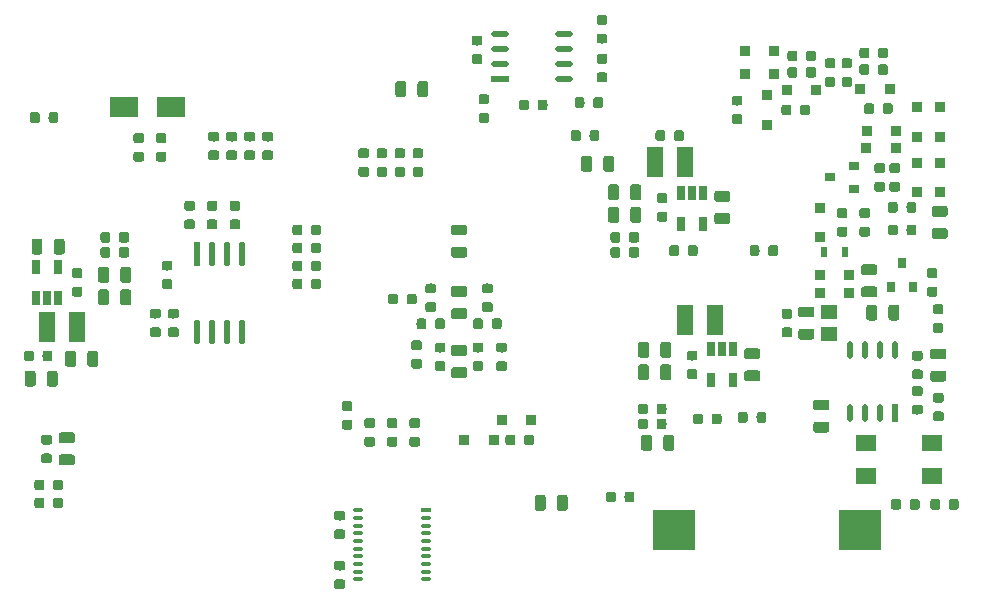
<source format=gbp>
G04 #@! TF.GenerationSoftware,KiCad,Pcbnew,5.0.0+dfsg1-2*
G04 #@! TF.CreationDate,2018-09-12T11:57:53+02:00*
G04 #@! TF.ProjectId,ulx3s,756C7833732E6B696361645F70636200,rev?*
G04 #@! TF.SameCoordinates,Original*
G04 #@! TF.FileFunction,Paste,Bot*
G04 #@! TF.FilePolarity,Positive*
%FSLAX46Y46*%
G04 Gerber Fmt 4.6, Leading zero omitted, Abs format (unit mm)*
G04 Created by KiCad (PCBNEW 5.0.0+dfsg1-2) date Wed Sep 12 11:57:53 2018*
%MOMM*%
%LPD*%
G01*
G04 APERTURE LIST*
%ADD10C,0.100000*%
%ADD11C,0.925000*%
%ADD12C,0.825000*%
%ADD13R,0.850000X0.750000*%
%ADD14R,0.950000X0.950000*%
%ADD15R,0.650000X1.150000*%
%ADD16O,0.950000X0.350000*%
%ADD17R,0.950000X0.350000*%
%ADD18R,3.650000X3.450000*%
%ADD19R,1.750000X1.350000*%
%ADD20R,0.550000X1.500000*%
%ADD21O,0.550000X1.500000*%
%ADD22R,1.500000X0.550000*%
%ADD23O,1.500000X0.550000*%
%ADD24R,0.550000X2.050000*%
%ADD25O,0.550000X2.050000*%
%ADD26R,1.450000X2.650000*%
%ADD27R,0.620000X0.950000*%
%ADD28R,2.450000X1.750000*%
%ADD29R,0.750000X0.850000*%
%ADD30R,1.350000X1.245000*%
G04 APERTURE END LIST*
D10*
G04 #@! TO.C,C1*
G36*
X104894916Y-81211114D02*
X104917365Y-81214443D01*
X104939378Y-81219958D01*
X104960746Y-81227603D01*
X104981260Y-81237306D01*
X105000726Y-81248973D01*
X105018953Y-81262491D01*
X105035768Y-81277732D01*
X105051009Y-81294547D01*
X105064527Y-81312774D01*
X105076194Y-81332240D01*
X105085897Y-81352754D01*
X105093542Y-81374122D01*
X105099057Y-81396135D01*
X105102386Y-81418584D01*
X105103500Y-81441250D01*
X105103500Y-82328750D01*
X105102386Y-82351416D01*
X105099057Y-82373865D01*
X105093542Y-82395878D01*
X105085897Y-82417246D01*
X105076194Y-82437760D01*
X105064527Y-82457226D01*
X105051009Y-82475453D01*
X105035768Y-82492268D01*
X105018953Y-82507509D01*
X105000726Y-82521027D01*
X104981260Y-82532694D01*
X104960746Y-82542397D01*
X104939378Y-82550042D01*
X104917365Y-82555557D01*
X104894916Y-82558886D01*
X104872250Y-82560000D01*
X104409750Y-82560000D01*
X104387084Y-82558886D01*
X104364635Y-82555557D01*
X104342622Y-82550042D01*
X104321254Y-82542397D01*
X104300740Y-82532694D01*
X104281274Y-82521027D01*
X104263047Y-82507509D01*
X104246232Y-82492268D01*
X104230991Y-82475453D01*
X104217473Y-82457226D01*
X104205806Y-82437760D01*
X104196103Y-82417246D01*
X104188458Y-82395878D01*
X104182943Y-82373865D01*
X104179614Y-82351416D01*
X104178500Y-82328750D01*
X104178500Y-81441250D01*
X104179614Y-81418584D01*
X104182943Y-81396135D01*
X104188458Y-81374122D01*
X104196103Y-81352754D01*
X104205806Y-81332240D01*
X104217473Y-81312774D01*
X104230991Y-81294547D01*
X104246232Y-81277732D01*
X104263047Y-81262491D01*
X104281274Y-81248973D01*
X104300740Y-81237306D01*
X104321254Y-81227603D01*
X104342622Y-81219958D01*
X104364635Y-81214443D01*
X104387084Y-81211114D01*
X104409750Y-81210000D01*
X104872250Y-81210000D01*
X104894916Y-81211114D01*
X104894916Y-81211114D01*
G37*
D11*
X104641000Y-81885000D03*
D10*
G36*
X103019916Y-81211114D02*
X103042365Y-81214443D01*
X103064378Y-81219958D01*
X103085746Y-81227603D01*
X103106260Y-81237306D01*
X103125726Y-81248973D01*
X103143953Y-81262491D01*
X103160768Y-81277732D01*
X103176009Y-81294547D01*
X103189527Y-81312774D01*
X103201194Y-81332240D01*
X103210897Y-81352754D01*
X103218542Y-81374122D01*
X103224057Y-81396135D01*
X103227386Y-81418584D01*
X103228500Y-81441250D01*
X103228500Y-82328750D01*
X103227386Y-82351416D01*
X103224057Y-82373865D01*
X103218542Y-82395878D01*
X103210897Y-82417246D01*
X103201194Y-82437760D01*
X103189527Y-82457226D01*
X103176009Y-82475453D01*
X103160768Y-82492268D01*
X103143953Y-82507509D01*
X103125726Y-82521027D01*
X103106260Y-82532694D01*
X103085746Y-82542397D01*
X103064378Y-82550042D01*
X103042365Y-82555557D01*
X103019916Y-82558886D01*
X102997250Y-82560000D01*
X102534750Y-82560000D01*
X102512084Y-82558886D01*
X102489635Y-82555557D01*
X102467622Y-82550042D01*
X102446254Y-82542397D01*
X102425740Y-82532694D01*
X102406274Y-82521027D01*
X102388047Y-82507509D01*
X102371232Y-82492268D01*
X102355991Y-82475453D01*
X102342473Y-82457226D01*
X102330806Y-82437760D01*
X102321103Y-82417246D01*
X102313458Y-82395878D01*
X102307943Y-82373865D01*
X102304614Y-82351416D01*
X102303500Y-82328750D01*
X102303500Y-81441250D01*
X102304614Y-81418584D01*
X102307943Y-81396135D01*
X102313458Y-81374122D01*
X102321103Y-81352754D01*
X102330806Y-81332240D01*
X102342473Y-81312774D01*
X102355991Y-81294547D01*
X102371232Y-81277732D01*
X102388047Y-81262491D01*
X102406274Y-81248973D01*
X102425740Y-81237306D01*
X102446254Y-81227603D01*
X102467622Y-81219958D01*
X102489635Y-81214443D01*
X102512084Y-81211114D01*
X102534750Y-81210000D01*
X102997250Y-81210000D01*
X103019916Y-81211114D01*
X103019916Y-81211114D01*
G37*
D11*
X102766000Y-81885000D03*
G04 #@! TD*
D10*
G04 #@! TO.C,R9*
G36*
X128653966Y-110055993D02*
X128673987Y-110058963D01*
X128693621Y-110063881D01*
X128712678Y-110070700D01*
X128730976Y-110079354D01*
X128748336Y-110089759D01*
X128764594Y-110101817D01*
X128779591Y-110115409D01*
X128793183Y-110130406D01*
X128805241Y-110146664D01*
X128815646Y-110164024D01*
X128824300Y-110182322D01*
X128831119Y-110201379D01*
X128836037Y-110221013D01*
X128839007Y-110241034D01*
X128840000Y-110261250D01*
X128840000Y-110673750D01*
X128839007Y-110693966D01*
X128836037Y-110713987D01*
X128831119Y-110733621D01*
X128824300Y-110752678D01*
X128815646Y-110770976D01*
X128805241Y-110788336D01*
X128793183Y-110804594D01*
X128779591Y-110819591D01*
X128764594Y-110833183D01*
X128748336Y-110845241D01*
X128730976Y-110855646D01*
X128712678Y-110864300D01*
X128693621Y-110871119D01*
X128673987Y-110876037D01*
X128653966Y-110879007D01*
X128633750Y-110880000D01*
X128146250Y-110880000D01*
X128126034Y-110879007D01*
X128106013Y-110876037D01*
X128086379Y-110871119D01*
X128067322Y-110864300D01*
X128049024Y-110855646D01*
X128031664Y-110845241D01*
X128015406Y-110833183D01*
X128000409Y-110819591D01*
X127986817Y-110804594D01*
X127974759Y-110788336D01*
X127964354Y-110770976D01*
X127955700Y-110752678D01*
X127948881Y-110733621D01*
X127943963Y-110713987D01*
X127940993Y-110693966D01*
X127940000Y-110673750D01*
X127940000Y-110261250D01*
X127940993Y-110241034D01*
X127943963Y-110221013D01*
X127948881Y-110201379D01*
X127955700Y-110182322D01*
X127964354Y-110164024D01*
X127974759Y-110146664D01*
X127986817Y-110130406D01*
X128000409Y-110115409D01*
X128015406Y-110101817D01*
X128031664Y-110089759D01*
X128049024Y-110079354D01*
X128067322Y-110070700D01*
X128086379Y-110063881D01*
X128106013Y-110058963D01*
X128126034Y-110055993D01*
X128146250Y-110055000D01*
X128633750Y-110055000D01*
X128653966Y-110055993D01*
X128653966Y-110055993D01*
G37*
D12*
X128390000Y-110467500D03*
D10*
G36*
X128653966Y-108480993D02*
X128673987Y-108483963D01*
X128693621Y-108488881D01*
X128712678Y-108495700D01*
X128730976Y-108504354D01*
X128748336Y-108514759D01*
X128764594Y-108526817D01*
X128779591Y-108540409D01*
X128793183Y-108555406D01*
X128805241Y-108571664D01*
X128815646Y-108589024D01*
X128824300Y-108607322D01*
X128831119Y-108626379D01*
X128836037Y-108646013D01*
X128839007Y-108666034D01*
X128840000Y-108686250D01*
X128840000Y-109098750D01*
X128839007Y-109118966D01*
X128836037Y-109138987D01*
X128831119Y-109158621D01*
X128824300Y-109177678D01*
X128815646Y-109195976D01*
X128805241Y-109213336D01*
X128793183Y-109229594D01*
X128779591Y-109244591D01*
X128764594Y-109258183D01*
X128748336Y-109270241D01*
X128730976Y-109280646D01*
X128712678Y-109289300D01*
X128693621Y-109296119D01*
X128673987Y-109301037D01*
X128653966Y-109304007D01*
X128633750Y-109305000D01*
X128146250Y-109305000D01*
X128126034Y-109304007D01*
X128106013Y-109301037D01*
X128086379Y-109296119D01*
X128067322Y-109289300D01*
X128049024Y-109280646D01*
X128031664Y-109270241D01*
X128015406Y-109258183D01*
X128000409Y-109244591D01*
X127986817Y-109229594D01*
X127974759Y-109213336D01*
X127964354Y-109195976D01*
X127955700Y-109177678D01*
X127948881Y-109158621D01*
X127943963Y-109138987D01*
X127940993Y-109118966D01*
X127940000Y-109098750D01*
X127940000Y-108686250D01*
X127940993Y-108666034D01*
X127943963Y-108646013D01*
X127948881Y-108626379D01*
X127955700Y-108607322D01*
X127964354Y-108589024D01*
X127974759Y-108571664D01*
X127986817Y-108555406D01*
X128000409Y-108540409D01*
X128015406Y-108526817D01*
X128031664Y-108514759D01*
X128049024Y-108504354D01*
X128067322Y-108495700D01*
X128086379Y-108488881D01*
X128106013Y-108483963D01*
X128126034Y-108480993D01*
X128146250Y-108480000D01*
X128633750Y-108480000D01*
X128653966Y-108480993D01*
X128653966Y-108480993D01*
G37*
D12*
X128390000Y-108892500D03*
G04 #@! TD*
D10*
G04 #@! TO.C,R56*
G36*
X128653966Y-104246993D02*
X128673987Y-104249963D01*
X128693621Y-104254881D01*
X128712678Y-104261700D01*
X128730976Y-104270354D01*
X128748336Y-104280759D01*
X128764594Y-104292817D01*
X128779591Y-104306409D01*
X128793183Y-104321406D01*
X128805241Y-104337664D01*
X128815646Y-104355024D01*
X128824300Y-104373322D01*
X128831119Y-104392379D01*
X128836037Y-104412013D01*
X128839007Y-104432034D01*
X128840000Y-104452250D01*
X128840000Y-104864750D01*
X128839007Y-104884966D01*
X128836037Y-104904987D01*
X128831119Y-104924621D01*
X128824300Y-104943678D01*
X128815646Y-104961976D01*
X128805241Y-104979336D01*
X128793183Y-104995594D01*
X128779591Y-105010591D01*
X128764594Y-105024183D01*
X128748336Y-105036241D01*
X128730976Y-105046646D01*
X128712678Y-105055300D01*
X128693621Y-105062119D01*
X128673987Y-105067037D01*
X128653966Y-105070007D01*
X128633750Y-105071000D01*
X128146250Y-105071000D01*
X128126034Y-105070007D01*
X128106013Y-105067037D01*
X128086379Y-105062119D01*
X128067322Y-105055300D01*
X128049024Y-105046646D01*
X128031664Y-105036241D01*
X128015406Y-105024183D01*
X128000409Y-105010591D01*
X127986817Y-104995594D01*
X127974759Y-104979336D01*
X127964354Y-104961976D01*
X127955700Y-104943678D01*
X127948881Y-104924621D01*
X127943963Y-104904987D01*
X127940993Y-104884966D01*
X127940000Y-104864750D01*
X127940000Y-104452250D01*
X127940993Y-104432034D01*
X127943963Y-104412013D01*
X127948881Y-104392379D01*
X127955700Y-104373322D01*
X127964354Y-104355024D01*
X127974759Y-104337664D01*
X127986817Y-104321406D01*
X128000409Y-104306409D01*
X128015406Y-104292817D01*
X128031664Y-104280759D01*
X128049024Y-104270354D01*
X128067322Y-104261700D01*
X128086379Y-104254881D01*
X128106013Y-104249963D01*
X128126034Y-104246993D01*
X128146250Y-104246000D01*
X128633750Y-104246000D01*
X128653966Y-104246993D01*
X128653966Y-104246993D01*
G37*
D12*
X128390000Y-104658500D03*
D10*
G36*
X128653966Y-105821993D02*
X128673987Y-105824963D01*
X128693621Y-105829881D01*
X128712678Y-105836700D01*
X128730976Y-105845354D01*
X128748336Y-105855759D01*
X128764594Y-105867817D01*
X128779591Y-105881409D01*
X128793183Y-105896406D01*
X128805241Y-105912664D01*
X128815646Y-105930024D01*
X128824300Y-105948322D01*
X128831119Y-105967379D01*
X128836037Y-105987013D01*
X128839007Y-106007034D01*
X128840000Y-106027250D01*
X128840000Y-106439750D01*
X128839007Y-106459966D01*
X128836037Y-106479987D01*
X128831119Y-106499621D01*
X128824300Y-106518678D01*
X128815646Y-106536976D01*
X128805241Y-106554336D01*
X128793183Y-106570594D01*
X128779591Y-106585591D01*
X128764594Y-106599183D01*
X128748336Y-106611241D01*
X128730976Y-106621646D01*
X128712678Y-106630300D01*
X128693621Y-106637119D01*
X128673987Y-106642037D01*
X128653966Y-106645007D01*
X128633750Y-106646000D01*
X128146250Y-106646000D01*
X128126034Y-106645007D01*
X128106013Y-106642037D01*
X128086379Y-106637119D01*
X128067322Y-106630300D01*
X128049024Y-106621646D01*
X128031664Y-106611241D01*
X128015406Y-106599183D01*
X128000409Y-106585591D01*
X127986817Y-106570594D01*
X127974759Y-106554336D01*
X127964354Y-106536976D01*
X127955700Y-106518678D01*
X127948881Y-106499621D01*
X127943963Y-106479987D01*
X127940993Y-106459966D01*
X127940000Y-106439750D01*
X127940000Y-106027250D01*
X127940993Y-106007034D01*
X127943963Y-105987013D01*
X127948881Y-105967379D01*
X127955700Y-105948322D01*
X127964354Y-105930024D01*
X127974759Y-105912664D01*
X127986817Y-105896406D01*
X128000409Y-105881409D01*
X128015406Y-105867817D01*
X128031664Y-105855759D01*
X128049024Y-105845354D01*
X128067322Y-105836700D01*
X128086379Y-105829881D01*
X128106013Y-105824963D01*
X128126034Y-105821993D01*
X128146250Y-105821000D01*
X128633750Y-105821000D01*
X128653966Y-105821993D01*
X128653966Y-105821993D01*
G37*
D12*
X128390000Y-106233500D03*
G04 #@! TD*
D10*
G04 #@! TO.C,R55*
G36*
X135003966Y-97990993D02*
X135023987Y-97993963D01*
X135043621Y-97998881D01*
X135062678Y-98005700D01*
X135080976Y-98014354D01*
X135098336Y-98024759D01*
X135114594Y-98036817D01*
X135129591Y-98050409D01*
X135143183Y-98065406D01*
X135155241Y-98081664D01*
X135165646Y-98099024D01*
X135174300Y-98117322D01*
X135181119Y-98136379D01*
X135186037Y-98156013D01*
X135189007Y-98176034D01*
X135190000Y-98196250D01*
X135190000Y-98608750D01*
X135189007Y-98628966D01*
X135186037Y-98648987D01*
X135181119Y-98668621D01*
X135174300Y-98687678D01*
X135165646Y-98705976D01*
X135155241Y-98723336D01*
X135143183Y-98739594D01*
X135129591Y-98754591D01*
X135114594Y-98768183D01*
X135098336Y-98780241D01*
X135080976Y-98790646D01*
X135062678Y-98799300D01*
X135043621Y-98806119D01*
X135023987Y-98811037D01*
X135003966Y-98814007D01*
X134983750Y-98815000D01*
X134496250Y-98815000D01*
X134476034Y-98814007D01*
X134456013Y-98811037D01*
X134436379Y-98806119D01*
X134417322Y-98799300D01*
X134399024Y-98790646D01*
X134381664Y-98780241D01*
X134365406Y-98768183D01*
X134350409Y-98754591D01*
X134336817Y-98739594D01*
X134324759Y-98723336D01*
X134314354Y-98705976D01*
X134305700Y-98687678D01*
X134298881Y-98668621D01*
X134293963Y-98648987D01*
X134290993Y-98628966D01*
X134290000Y-98608750D01*
X134290000Y-98196250D01*
X134290993Y-98176034D01*
X134293963Y-98156013D01*
X134298881Y-98136379D01*
X134305700Y-98117322D01*
X134314354Y-98099024D01*
X134324759Y-98081664D01*
X134336817Y-98065406D01*
X134350409Y-98050409D01*
X134365406Y-98036817D01*
X134381664Y-98024759D01*
X134399024Y-98014354D01*
X134417322Y-98005700D01*
X134436379Y-97998881D01*
X134456013Y-97993963D01*
X134476034Y-97990993D01*
X134496250Y-97990000D01*
X134983750Y-97990000D01*
X135003966Y-97990993D01*
X135003966Y-97990993D01*
G37*
D12*
X134740000Y-98402500D03*
D10*
G36*
X135003966Y-96415993D02*
X135023987Y-96418963D01*
X135043621Y-96423881D01*
X135062678Y-96430700D01*
X135080976Y-96439354D01*
X135098336Y-96449759D01*
X135114594Y-96461817D01*
X135129591Y-96475409D01*
X135143183Y-96490406D01*
X135155241Y-96506664D01*
X135165646Y-96524024D01*
X135174300Y-96542322D01*
X135181119Y-96561379D01*
X135186037Y-96581013D01*
X135189007Y-96601034D01*
X135190000Y-96621250D01*
X135190000Y-97033750D01*
X135189007Y-97053966D01*
X135186037Y-97073987D01*
X135181119Y-97093621D01*
X135174300Y-97112678D01*
X135165646Y-97130976D01*
X135155241Y-97148336D01*
X135143183Y-97164594D01*
X135129591Y-97179591D01*
X135114594Y-97193183D01*
X135098336Y-97205241D01*
X135080976Y-97215646D01*
X135062678Y-97224300D01*
X135043621Y-97231119D01*
X135023987Y-97236037D01*
X135003966Y-97239007D01*
X134983750Y-97240000D01*
X134496250Y-97240000D01*
X134476034Y-97239007D01*
X134456013Y-97236037D01*
X134436379Y-97231119D01*
X134417322Y-97224300D01*
X134399024Y-97215646D01*
X134381664Y-97205241D01*
X134365406Y-97193183D01*
X134350409Y-97179591D01*
X134336817Y-97164594D01*
X134324759Y-97148336D01*
X134314354Y-97130976D01*
X134305700Y-97112678D01*
X134298881Y-97093621D01*
X134293963Y-97073987D01*
X134290993Y-97053966D01*
X134290000Y-97033750D01*
X134290000Y-96621250D01*
X134290993Y-96601034D01*
X134293963Y-96581013D01*
X134298881Y-96561379D01*
X134305700Y-96542322D01*
X134314354Y-96524024D01*
X134324759Y-96506664D01*
X134336817Y-96490406D01*
X134350409Y-96475409D01*
X134365406Y-96461817D01*
X134381664Y-96449759D01*
X134399024Y-96439354D01*
X134417322Y-96430700D01*
X134436379Y-96423881D01*
X134456013Y-96418963D01*
X134476034Y-96415993D01*
X134496250Y-96415000D01*
X134983750Y-96415000D01*
X135003966Y-96415993D01*
X135003966Y-96415993D01*
G37*
D12*
X134740000Y-96827500D03*
G04 #@! TD*
D10*
G04 #@! TO.C,R32*
G36*
X133098966Y-96415993D02*
X133118987Y-96418963D01*
X133138621Y-96423881D01*
X133157678Y-96430700D01*
X133175976Y-96439354D01*
X133193336Y-96449759D01*
X133209594Y-96461817D01*
X133224591Y-96475409D01*
X133238183Y-96490406D01*
X133250241Y-96506664D01*
X133260646Y-96524024D01*
X133269300Y-96542322D01*
X133276119Y-96561379D01*
X133281037Y-96581013D01*
X133284007Y-96601034D01*
X133285000Y-96621250D01*
X133285000Y-97033750D01*
X133284007Y-97053966D01*
X133281037Y-97073987D01*
X133276119Y-97093621D01*
X133269300Y-97112678D01*
X133260646Y-97130976D01*
X133250241Y-97148336D01*
X133238183Y-97164594D01*
X133224591Y-97179591D01*
X133209594Y-97193183D01*
X133193336Y-97205241D01*
X133175976Y-97215646D01*
X133157678Y-97224300D01*
X133138621Y-97231119D01*
X133118987Y-97236037D01*
X133098966Y-97239007D01*
X133078750Y-97240000D01*
X132591250Y-97240000D01*
X132571034Y-97239007D01*
X132551013Y-97236037D01*
X132531379Y-97231119D01*
X132512322Y-97224300D01*
X132494024Y-97215646D01*
X132476664Y-97205241D01*
X132460406Y-97193183D01*
X132445409Y-97179591D01*
X132431817Y-97164594D01*
X132419759Y-97148336D01*
X132409354Y-97130976D01*
X132400700Y-97112678D01*
X132393881Y-97093621D01*
X132388963Y-97073987D01*
X132385993Y-97053966D01*
X132385000Y-97033750D01*
X132385000Y-96621250D01*
X132385993Y-96601034D01*
X132388963Y-96581013D01*
X132393881Y-96561379D01*
X132400700Y-96542322D01*
X132409354Y-96524024D01*
X132419759Y-96506664D01*
X132431817Y-96490406D01*
X132445409Y-96475409D01*
X132460406Y-96461817D01*
X132476664Y-96449759D01*
X132494024Y-96439354D01*
X132512322Y-96430700D01*
X132531379Y-96423881D01*
X132551013Y-96418963D01*
X132571034Y-96415993D01*
X132591250Y-96415000D01*
X133078750Y-96415000D01*
X133098966Y-96415993D01*
X133098966Y-96415993D01*
G37*
D12*
X132835000Y-96827500D03*
D10*
G36*
X133098966Y-97990993D02*
X133118987Y-97993963D01*
X133138621Y-97998881D01*
X133157678Y-98005700D01*
X133175976Y-98014354D01*
X133193336Y-98024759D01*
X133209594Y-98036817D01*
X133224591Y-98050409D01*
X133238183Y-98065406D01*
X133250241Y-98081664D01*
X133260646Y-98099024D01*
X133269300Y-98117322D01*
X133276119Y-98136379D01*
X133281037Y-98156013D01*
X133284007Y-98176034D01*
X133285000Y-98196250D01*
X133285000Y-98608750D01*
X133284007Y-98628966D01*
X133281037Y-98648987D01*
X133276119Y-98668621D01*
X133269300Y-98687678D01*
X133260646Y-98705976D01*
X133250241Y-98723336D01*
X133238183Y-98739594D01*
X133224591Y-98754591D01*
X133209594Y-98768183D01*
X133193336Y-98780241D01*
X133175976Y-98790646D01*
X133157678Y-98799300D01*
X133138621Y-98806119D01*
X133118987Y-98811037D01*
X133098966Y-98814007D01*
X133078750Y-98815000D01*
X132591250Y-98815000D01*
X132571034Y-98814007D01*
X132551013Y-98811037D01*
X132531379Y-98806119D01*
X132512322Y-98799300D01*
X132494024Y-98790646D01*
X132476664Y-98780241D01*
X132460406Y-98768183D01*
X132445409Y-98754591D01*
X132431817Y-98739594D01*
X132419759Y-98723336D01*
X132409354Y-98705976D01*
X132400700Y-98687678D01*
X132393881Y-98668621D01*
X132388963Y-98648987D01*
X132385993Y-98628966D01*
X132385000Y-98608750D01*
X132385000Y-98196250D01*
X132385993Y-98176034D01*
X132388963Y-98156013D01*
X132393881Y-98136379D01*
X132400700Y-98117322D01*
X132409354Y-98099024D01*
X132419759Y-98081664D01*
X132431817Y-98065406D01*
X132445409Y-98050409D01*
X132460406Y-98036817D01*
X132476664Y-98024759D01*
X132494024Y-98014354D01*
X132512322Y-98005700D01*
X132531379Y-97998881D01*
X132551013Y-97993963D01*
X132571034Y-97990993D01*
X132591250Y-97990000D01*
X133078750Y-97990000D01*
X133098966Y-97990993D01*
X133098966Y-97990993D01*
G37*
D12*
X132835000Y-98402500D03*
G04 #@! TD*
D10*
G04 #@! TO.C,R33*
G36*
X131193966Y-96415993D02*
X131213987Y-96418963D01*
X131233621Y-96423881D01*
X131252678Y-96430700D01*
X131270976Y-96439354D01*
X131288336Y-96449759D01*
X131304594Y-96461817D01*
X131319591Y-96475409D01*
X131333183Y-96490406D01*
X131345241Y-96506664D01*
X131355646Y-96524024D01*
X131364300Y-96542322D01*
X131371119Y-96561379D01*
X131376037Y-96581013D01*
X131379007Y-96601034D01*
X131380000Y-96621250D01*
X131380000Y-97033750D01*
X131379007Y-97053966D01*
X131376037Y-97073987D01*
X131371119Y-97093621D01*
X131364300Y-97112678D01*
X131355646Y-97130976D01*
X131345241Y-97148336D01*
X131333183Y-97164594D01*
X131319591Y-97179591D01*
X131304594Y-97193183D01*
X131288336Y-97205241D01*
X131270976Y-97215646D01*
X131252678Y-97224300D01*
X131233621Y-97231119D01*
X131213987Y-97236037D01*
X131193966Y-97239007D01*
X131173750Y-97240000D01*
X130686250Y-97240000D01*
X130666034Y-97239007D01*
X130646013Y-97236037D01*
X130626379Y-97231119D01*
X130607322Y-97224300D01*
X130589024Y-97215646D01*
X130571664Y-97205241D01*
X130555406Y-97193183D01*
X130540409Y-97179591D01*
X130526817Y-97164594D01*
X130514759Y-97148336D01*
X130504354Y-97130976D01*
X130495700Y-97112678D01*
X130488881Y-97093621D01*
X130483963Y-97073987D01*
X130480993Y-97053966D01*
X130480000Y-97033750D01*
X130480000Y-96621250D01*
X130480993Y-96601034D01*
X130483963Y-96581013D01*
X130488881Y-96561379D01*
X130495700Y-96542322D01*
X130504354Y-96524024D01*
X130514759Y-96506664D01*
X130526817Y-96490406D01*
X130540409Y-96475409D01*
X130555406Y-96461817D01*
X130571664Y-96449759D01*
X130589024Y-96439354D01*
X130607322Y-96430700D01*
X130626379Y-96423881D01*
X130646013Y-96418963D01*
X130666034Y-96415993D01*
X130686250Y-96415000D01*
X131173750Y-96415000D01*
X131193966Y-96415993D01*
X131193966Y-96415993D01*
G37*
D12*
X130930000Y-96827500D03*
D10*
G36*
X131193966Y-97990993D02*
X131213987Y-97993963D01*
X131233621Y-97998881D01*
X131252678Y-98005700D01*
X131270976Y-98014354D01*
X131288336Y-98024759D01*
X131304594Y-98036817D01*
X131319591Y-98050409D01*
X131333183Y-98065406D01*
X131345241Y-98081664D01*
X131355646Y-98099024D01*
X131364300Y-98117322D01*
X131371119Y-98136379D01*
X131376037Y-98156013D01*
X131379007Y-98176034D01*
X131380000Y-98196250D01*
X131380000Y-98608750D01*
X131379007Y-98628966D01*
X131376037Y-98648987D01*
X131371119Y-98668621D01*
X131364300Y-98687678D01*
X131355646Y-98705976D01*
X131345241Y-98723336D01*
X131333183Y-98739594D01*
X131319591Y-98754591D01*
X131304594Y-98768183D01*
X131288336Y-98780241D01*
X131270976Y-98790646D01*
X131252678Y-98799300D01*
X131233621Y-98806119D01*
X131213987Y-98811037D01*
X131193966Y-98814007D01*
X131173750Y-98815000D01*
X130686250Y-98815000D01*
X130666034Y-98814007D01*
X130646013Y-98811037D01*
X130626379Y-98806119D01*
X130607322Y-98799300D01*
X130589024Y-98790646D01*
X130571664Y-98780241D01*
X130555406Y-98768183D01*
X130540409Y-98754591D01*
X130526817Y-98739594D01*
X130514759Y-98723336D01*
X130504354Y-98705976D01*
X130495700Y-98687678D01*
X130488881Y-98668621D01*
X130483963Y-98648987D01*
X130480993Y-98628966D01*
X130480000Y-98608750D01*
X130480000Y-98196250D01*
X130480993Y-98176034D01*
X130483963Y-98156013D01*
X130488881Y-98136379D01*
X130495700Y-98117322D01*
X130504354Y-98099024D01*
X130514759Y-98081664D01*
X130526817Y-98065406D01*
X130540409Y-98050409D01*
X130555406Y-98036817D01*
X130571664Y-98024759D01*
X130589024Y-98014354D01*
X130607322Y-98005700D01*
X130626379Y-97998881D01*
X130646013Y-97993963D01*
X130666034Y-97990993D01*
X130686250Y-97990000D01*
X131173750Y-97990000D01*
X131193966Y-97990993D01*
X131193966Y-97990993D01*
G37*
D12*
X130930000Y-98402500D03*
G04 #@! TD*
D10*
G04 #@! TO.C,R27*
G36*
X129288966Y-94975993D02*
X129308987Y-94978963D01*
X129328621Y-94983881D01*
X129347678Y-94990700D01*
X129365976Y-94999354D01*
X129383336Y-95009759D01*
X129399594Y-95021817D01*
X129414591Y-95035409D01*
X129428183Y-95050406D01*
X129440241Y-95066664D01*
X129450646Y-95084024D01*
X129459300Y-95102322D01*
X129466119Y-95121379D01*
X129471037Y-95141013D01*
X129474007Y-95161034D01*
X129475000Y-95181250D01*
X129475000Y-95593750D01*
X129474007Y-95613966D01*
X129471037Y-95633987D01*
X129466119Y-95653621D01*
X129459300Y-95672678D01*
X129450646Y-95690976D01*
X129440241Y-95708336D01*
X129428183Y-95724594D01*
X129414591Y-95739591D01*
X129399594Y-95753183D01*
X129383336Y-95765241D01*
X129365976Y-95775646D01*
X129347678Y-95784300D01*
X129328621Y-95791119D01*
X129308987Y-95796037D01*
X129288966Y-95799007D01*
X129268750Y-95800000D01*
X128781250Y-95800000D01*
X128761034Y-95799007D01*
X128741013Y-95796037D01*
X128721379Y-95791119D01*
X128702322Y-95784300D01*
X128684024Y-95775646D01*
X128666664Y-95765241D01*
X128650406Y-95753183D01*
X128635409Y-95739591D01*
X128621817Y-95724594D01*
X128609759Y-95708336D01*
X128599354Y-95690976D01*
X128590700Y-95672678D01*
X128583881Y-95653621D01*
X128578963Y-95633987D01*
X128575993Y-95613966D01*
X128575000Y-95593750D01*
X128575000Y-95181250D01*
X128575993Y-95161034D01*
X128578963Y-95141013D01*
X128583881Y-95121379D01*
X128590700Y-95102322D01*
X128599354Y-95084024D01*
X128609759Y-95066664D01*
X128621817Y-95050406D01*
X128635409Y-95035409D01*
X128650406Y-95021817D01*
X128666664Y-95009759D01*
X128684024Y-94999354D01*
X128702322Y-94990700D01*
X128721379Y-94983881D01*
X128741013Y-94978963D01*
X128761034Y-94975993D01*
X128781250Y-94975000D01*
X129268750Y-94975000D01*
X129288966Y-94975993D01*
X129288966Y-94975993D01*
G37*
D12*
X129025000Y-95387500D03*
D10*
G36*
X129288966Y-96550993D02*
X129308987Y-96553963D01*
X129328621Y-96558881D01*
X129347678Y-96565700D01*
X129365976Y-96574354D01*
X129383336Y-96584759D01*
X129399594Y-96596817D01*
X129414591Y-96610409D01*
X129428183Y-96625406D01*
X129440241Y-96641664D01*
X129450646Y-96659024D01*
X129459300Y-96677322D01*
X129466119Y-96696379D01*
X129471037Y-96716013D01*
X129474007Y-96736034D01*
X129475000Y-96756250D01*
X129475000Y-97168750D01*
X129474007Y-97188966D01*
X129471037Y-97208987D01*
X129466119Y-97228621D01*
X129459300Y-97247678D01*
X129450646Y-97265976D01*
X129440241Y-97283336D01*
X129428183Y-97299594D01*
X129414591Y-97314591D01*
X129399594Y-97328183D01*
X129383336Y-97340241D01*
X129365976Y-97350646D01*
X129347678Y-97359300D01*
X129328621Y-97366119D01*
X129308987Y-97371037D01*
X129288966Y-97374007D01*
X129268750Y-97375000D01*
X128781250Y-97375000D01*
X128761034Y-97374007D01*
X128741013Y-97371037D01*
X128721379Y-97366119D01*
X128702322Y-97359300D01*
X128684024Y-97350646D01*
X128666664Y-97340241D01*
X128650406Y-97328183D01*
X128635409Y-97314591D01*
X128621817Y-97299594D01*
X128609759Y-97283336D01*
X128599354Y-97265976D01*
X128590700Y-97247678D01*
X128583881Y-97228621D01*
X128578963Y-97208987D01*
X128575993Y-97188966D01*
X128575000Y-97168750D01*
X128575000Y-96756250D01*
X128575993Y-96736034D01*
X128578963Y-96716013D01*
X128583881Y-96696379D01*
X128590700Y-96677322D01*
X128599354Y-96659024D01*
X128609759Y-96641664D01*
X128621817Y-96625406D01*
X128635409Y-96610409D01*
X128650406Y-96596817D01*
X128666664Y-96584759D01*
X128684024Y-96574354D01*
X128702322Y-96565700D01*
X128721379Y-96558881D01*
X128741013Y-96553963D01*
X128761034Y-96550993D01*
X128781250Y-96550000D01*
X129268750Y-96550000D01*
X129288966Y-96550993D01*
X129288966Y-96550993D01*
G37*
D12*
X129025000Y-96962500D03*
G04 #@! TD*
D10*
G04 #@! TO.C,R40*
G36*
X168519966Y-65288993D02*
X168539987Y-65291963D01*
X168559621Y-65296881D01*
X168578678Y-65303700D01*
X168596976Y-65312354D01*
X168614336Y-65322759D01*
X168630594Y-65334817D01*
X168645591Y-65348409D01*
X168659183Y-65363406D01*
X168671241Y-65379664D01*
X168681646Y-65397024D01*
X168690300Y-65415322D01*
X168697119Y-65434379D01*
X168702037Y-65454013D01*
X168705007Y-65474034D01*
X168706000Y-65494250D01*
X168706000Y-65981750D01*
X168705007Y-66001966D01*
X168702037Y-66021987D01*
X168697119Y-66041621D01*
X168690300Y-66060678D01*
X168681646Y-66078976D01*
X168671241Y-66096336D01*
X168659183Y-66112594D01*
X168645591Y-66127591D01*
X168630594Y-66141183D01*
X168614336Y-66153241D01*
X168596976Y-66163646D01*
X168578678Y-66172300D01*
X168559621Y-66179119D01*
X168539987Y-66184037D01*
X168519966Y-66187007D01*
X168499750Y-66188000D01*
X168087250Y-66188000D01*
X168067034Y-66187007D01*
X168047013Y-66184037D01*
X168027379Y-66179119D01*
X168008322Y-66172300D01*
X167990024Y-66163646D01*
X167972664Y-66153241D01*
X167956406Y-66141183D01*
X167941409Y-66127591D01*
X167927817Y-66112594D01*
X167915759Y-66096336D01*
X167905354Y-66078976D01*
X167896700Y-66060678D01*
X167889881Y-66041621D01*
X167884963Y-66021987D01*
X167881993Y-66001966D01*
X167881000Y-65981750D01*
X167881000Y-65494250D01*
X167881993Y-65474034D01*
X167884963Y-65454013D01*
X167889881Y-65434379D01*
X167896700Y-65415322D01*
X167905354Y-65397024D01*
X167915759Y-65379664D01*
X167927817Y-65363406D01*
X167941409Y-65348409D01*
X167956406Y-65334817D01*
X167972664Y-65322759D01*
X167990024Y-65312354D01*
X168008322Y-65303700D01*
X168027379Y-65296881D01*
X168047013Y-65291963D01*
X168067034Y-65288993D01*
X168087250Y-65288000D01*
X168499750Y-65288000D01*
X168519966Y-65288993D01*
X168519966Y-65288993D01*
G37*
D12*
X168293500Y-65738000D03*
D10*
G36*
X166944966Y-65288993D02*
X166964987Y-65291963D01*
X166984621Y-65296881D01*
X167003678Y-65303700D01*
X167021976Y-65312354D01*
X167039336Y-65322759D01*
X167055594Y-65334817D01*
X167070591Y-65348409D01*
X167084183Y-65363406D01*
X167096241Y-65379664D01*
X167106646Y-65397024D01*
X167115300Y-65415322D01*
X167122119Y-65434379D01*
X167127037Y-65454013D01*
X167130007Y-65474034D01*
X167131000Y-65494250D01*
X167131000Y-65981750D01*
X167130007Y-66001966D01*
X167127037Y-66021987D01*
X167122119Y-66041621D01*
X167115300Y-66060678D01*
X167106646Y-66078976D01*
X167096241Y-66096336D01*
X167084183Y-66112594D01*
X167070591Y-66127591D01*
X167055594Y-66141183D01*
X167039336Y-66153241D01*
X167021976Y-66163646D01*
X167003678Y-66172300D01*
X166984621Y-66179119D01*
X166964987Y-66184037D01*
X166944966Y-66187007D01*
X166924750Y-66188000D01*
X166512250Y-66188000D01*
X166492034Y-66187007D01*
X166472013Y-66184037D01*
X166452379Y-66179119D01*
X166433322Y-66172300D01*
X166415024Y-66163646D01*
X166397664Y-66153241D01*
X166381406Y-66141183D01*
X166366409Y-66127591D01*
X166352817Y-66112594D01*
X166340759Y-66096336D01*
X166330354Y-66078976D01*
X166321700Y-66060678D01*
X166314881Y-66041621D01*
X166309963Y-66021987D01*
X166306993Y-66001966D01*
X166306000Y-65981750D01*
X166306000Y-65494250D01*
X166306993Y-65474034D01*
X166309963Y-65454013D01*
X166314881Y-65434379D01*
X166321700Y-65415322D01*
X166330354Y-65397024D01*
X166340759Y-65379664D01*
X166352817Y-65363406D01*
X166366409Y-65348409D01*
X166381406Y-65334817D01*
X166397664Y-65322759D01*
X166415024Y-65312354D01*
X166433322Y-65303700D01*
X166452379Y-65296881D01*
X166472013Y-65291963D01*
X166492034Y-65288993D01*
X166512250Y-65288000D01*
X166924750Y-65288000D01*
X166944966Y-65288993D01*
X166944966Y-65288993D01*
G37*
D12*
X166718500Y-65738000D03*
G04 #@! TD*
D10*
G04 #@! TO.C,R34*
G36*
X104765966Y-103150993D02*
X104785987Y-103153963D01*
X104805621Y-103158881D01*
X104824678Y-103165700D01*
X104842976Y-103174354D01*
X104860336Y-103184759D01*
X104876594Y-103196817D01*
X104891591Y-103210409D01*
X104905183Y-103225406D01*
X104917241Y-103241664D01*
X104927646Y-103259024D01*
X104936300Y-103277322D01*
X104943119Y-103296379D01*
X104948037Y-103316013D01*
X104951007Y-103336034D01*
X104952000Y-103356250D01*
X104952000Y-103843750D01*
X104951007Y-103863966D01*
X104948037Y-103883987D01*
X104943119Y-103903621D01*
X104936300Y-103922678D01*
X104927646Y-103940976D01*
X104917241Y-103958336D01*
X104905183Y-103974594D01*
X104891591Y-103989591D01*
X104876594Y-104003183D01*
X104860336Y-104015241D01*
X104842976Y-104025646D01*
X104824678Y-104034300D01*
X104805621Y-104041119D01*
X104785987Y-104046037D01*
X104765966Y-104049007D01*
X104745750Y-104050000D01*
X104333250Y-104050000D01*
X104313034Y-104049007D01*
X104293013Y-104046037D01*
X104273379Y-104041119D01*
X104254322Y-104034300D01*
X104236024Y-104025646D01*
X104218664Y-104015241D01*
X104202406Y-104003183D01*
X104187409Y-103989591D01*
X104173817Y-103974594D01*
X104161759Y-103958336D01*
X104151354Y-103940976D01*
X104142700Y-103922678D01*
X104135881Y-103903621D01*
X104130963Y-103883987D01*
X104127993Y-103863966D01*
X104127000Y-103843750D01*
X104127000Y-103356250D01*
X104127993Y-103336034D01*
X104130963Y-103316013D01*
X104135881Y-103296379D01*
X104142700Y-103277322D01*
X104151354Y-103259024D01*
X104161759Y-103241664D01*
X104173817Y-103225406D01*
X104187409Y-103210409D01*
X104202406Y-103196817D01*
X104218664Y-103184759D01*
X104236024Y-103174354D01*
X104254322Y-103165700D01*
X104273379Y-103158881D01*
X104293013Y-103153963D01*
X104313034Y-103150993D01*
X104333250Y-103150000D01*
X104745750Y-103150000D01*
X104765966Y-103150993D01*
X104765966Y-103150993D01*
G37*
D12*
X104539500Y-103600000D03*
D10*
G36*
X103190966Y-103150993D02*
X103210987Y-103153963D01*
X103230621Y-103158881D01*
X103249678Y-103165700D01*
X103267976Y-103174354D01*
X103285336Y-103184759D01*
X103301594Y-103196817D01*
X103316591Y-103210409D01*
X103330183Y-103225406D01*
X103342241Y-103241664D01*
X103352646Y-103259024D01*
X103361300Y-103277322D01*
X103368119Y-103296379D01*
X103373037Y-103316013D01*
X103376007Y-103336034D01*
X103377000Y-103356250D01*
X103377000Y-103843750D01*
X103376007Y-103863966D01*
X103373037Y-103883987D01*
X103368119Y-103903621D01*
X103361300Y-103922678D01*
X103352646Y-103940976D01*
X103342241Y-103958336D01*
X103330183Y-103974594D01*
X103316591Y-103989591D01*
X103301594Y-104003183D01*
X103285336Y-104015241D01*
X103267976Y-104025646D01*
X103249678Y-104034300D01*
X103230621Y-104041119D01*
X103210987Y-104046037D01*
X103190966Y-104049007D01*
X103170750Y-104050000D01*
X102758250Y-104050000D01*
X102738034Y-104049007D01*
X102718013Y-104046037D01*
X102698379Y-104041119D01*
X102679322Y-104034300D01*
X102661024Y-104025646D01*
X102643664Y-104015241D01*
X102627406Y-104003183D01*
X102612409Y-103989591D01*
X102598817Y-103974594D01*
X102586759Y-103958336D01*
X102576354Y-103940976D01*
X102567700Y-103922678D01*
X102560881Y-103903621D01*
X102555963Y-103883987D01*
X102552993Y-103863966D01*
X102552000Y-103843750D01*
X102552000Y-103356250D01*
X102552993Y-103336034D01*
X102555963Y-103316013D01*
X102560881Y-103296379D01*
X102567700Y-103277322D01*
X102576354Y-103259024D01*
X102586759Y-103241664D01*
X102598817Y-103225406D01*
X102612409Y-103210409D01*
X102627406Y-103196817D01*
X102643664Y-103184759D01*
X102661024Y-103174354D01*
X102679322Y-103165700D01*
X102698379Y-103158881D01*
X102718013Y-103153963D01*
X102738034Y-103150993D01*
X102758250Y-103150000D01*
X103170750Y-103150000D01*
X103190966Y-103150993D01*
X103190966Y-103150993D01*
G37*
D12*
X102964500Y-103600000D03*
G04 #@! TD*
D10*
G04 #@! TO.C,R35*
G36*
X103190966Y-101610993D02*
X103210987Y-101613963D01*
X103230621Y-101618881D01*
X103249678Y-101625700D01*
X103267976Y-101634354D01*
X103285336Y-101644759D01*
X103301594Y-101656817D01*
X103316591Y-101670409D01*
X103330183Y-101685406D01*
X103342241Y-101701664D01*
X103352646Y-101719024D01*
X103361300Y-101737322D01*
X103368119Y-101756379D01*
X103373037Y-101776013D01*
X103376007Y-101796034D01*
X103377000Y-101816250D01*
X103377000Y-102303750D01*
X103376007Y-102323966D01*
X103373037Y-102343987D01*
X103368119Y-102363621D01*
X103361300Y-102382678D01*
X103352646Y-102400976D01*
X103342241Y-102418336D01*
X103330183Y-102434594D01*
X103316591Y-102449591D01*
X103301594Y-102463183D01*
X103285336Y-102475241D01*
X103267976Y-102485646D01*
X103249678Y-102494300D01*
X103230621Y-102501119D01*
X103210987Y-102506037D01*
X103190966Y-102509007D01*
X103170750Y-102510000D01*
X102758250Y-102510000D01*
X102738034Y-102509007D01*
X102718013Y-102506037D01*
X102698379Y-102501119D01*
X102679322Y-102494300D01*
X102661024Y-102485646D01*
X102643664Y-102475241D01*
X102627406Y-102463183D01*
X102612409Y-102449591D01*
X102598817Y-102434594D01*
X102586759Y-102418336D01*
X102576354Y-102400976D01*
X102567700Y-102382678D01*
X102560881Y-102363621D01*
X102555963Y-102343987D01*
X102552993Y-102323966D01*
X102552000Y-102303750D01*
X102552000Y-101816250D01*
X102552993Y-101796034D01*
X102555963Y-101776013D01*
X102560881Y-101756379D01*
X102567700Y-101737322D01*
X102576354Y-101719024D01*
X102586759Y-101701664D01*
X102598817Y-101685406D01*
X102612409Y-101670409D01*
X102627406Y-101656817D01*
X102643664Y-101644759D01*
X102661024Y-101634354D01*
X102679322Y-101625700D01*
X102698379Y-101618881D01*
X102718013Y-101613963D01*
X102738034Y-101610993D01*
X102758250Y-101610000D01*
X103170750Y-101610000D01*
X103190966Y-101610993D01*
X103190966Y-101610993D01*
G37*
D12*
X102964500Y-102060000D03*
D10*
G36*
X104765966Y-101610993D02*
X104785987Y-101613963D01*
X104805621Y-101618881D01*
X104824678Y-101625700D01*
X104842976Y-101634354D01*
X104860336Y-101644759D01*
X104876594Y-101656817D01*
X104891591Y-101670409D01*
X104905183Y-101685406D01*
X104917241Y-101701664D01*
X104927646Y-101719024D01*
X104936300Y-101737322D01*
X104943119Y-101756379D01*
X104948037Y-101776013D01*
X104951007Y-101796034D01*
X104952000Y-101816250D01*
X104952000Y-102303750D01*
X104951007Y-102323966D01*
X104948037Y-102343987D01*
X104943119Y-102363621D01*
X104936300Y-102382678D01*
X104927646Y-102400976D01*
X104917241Y-102418336D01*
X104905183Y-102434594D01*
X104891591Y-102449591D01*
X104876594Y-102463183D01*
X104860336Y-102475241D01*
X104842976Y-102485646D01*
X104824678Y-102494300D01*
X104805621Y-102501119D01*
X104785987Y-102506037D01*
X104765966Y-102509007D01*
X104745750Y-102510000D01*
X104333250Y-102510000D01*
X104313034Y-102509007D01*
X104293013Y-102506037D01*
X104273379Y-102501119D01*
X104254322Y-102494300D01*
X104236024Y-102485646D01*
X104218664Y-102475241D01*
X104202406Y-102463183D01*
X104187409Y-102449591D01*
X104173817Y-102434594D01*
X104161759Y-102418336D01*
X104151354Y-102400976D01*
X104142700Y-102382678D01*
X104135881Y-102363621D01*
X104130963Y-102343987D01*
X104127993Y-102323966D01*
X104127000Y-102303750D01*
X104127000Y-101816250D01*
X104127993Y-101796034D01*
X104130963Y-101776013D01*
X104135881Y-101756379D01*
X104142700Y-101737322D01*
X104151354Y-101719024D01*
X104161759Y-101701664D01*
X104173817Y-101685406D01*
X104187409Y-101670409D01*
X104202406Y-101656817D01*
X104218664Y-101644759D01*
X104236024Y-101634354D01*
X104254322Y-101625700D01*
X104273379Y-101618881D01*
X104293013Y-101613963D01*
X104313034Y-101610993D01*
X104333250Y-101610000D01*
X104745750Y-101610000D01*
X104765966Y-101610993D01*
X104765966Y-101610993D01*
G37*
D12*
X104539500Y-102060000D03*
G04 #@! TD*
D10*
G04 #@! TO.C,C15*
G36*
X105742416Y-97613114D02*
X105764865Y-97616443D01*
X105786878Y-97621958D01*
X105808246Y-97629603D01*
X105828760Y-97639306D01*
X105848226Y-97650973D01*
X105866453Y-97664491D01*
X105883268Y-97679732D01*
X105898509Y-97696547D01*
X105912027Y-97714774D01*
X105923694Y-97734240D01*
X105933397Y-97754754D01*
X105941042Y-97776122D01*
X105946557Y-97798135D01*
X105949886Y-97820584D01*
X105951000Y-97843250D01*
X105951000Y-98305750D01*
X105949886Y-98328416D01*
X105946557Y-98350865D01*
X105941042Y-98372878D01*
X105933397Y-98394246D01*
X105923694Y-98414760D01*
X105912027Y-98434226D01*
X105898509Y-98452453D01*
X105883268Y-98469268D01*
X105866453Y-98484509D01*
X105848226Y-98498027D01*
X105828760Y-98509694D01*
X105808246Y-98519397D01*
X105786878Y-98527042D01*
X105764865Y-98532557D01*
X105742416Y-98535886D01*
X105719750Y-98537000D01*
X104832250Y-98537000D01*
X104809584Y-98535886D01*
X104787135Y-98532557D01*
X104765122Y-98527042D01*
X104743754Y-98519397D01*
X104723240Y-98509694D01*
X104703774Y-98498027D01*
X104685547Y-98484509D01*
X104668732Y-98469268D01*
X104653491Y-98452453D01*
X104639973Y-98434226D01*
X104628306Y-98414760D01*
X104618603Y-98394246D01*
X104610958Y-98372878D01*
X104605443Y-98350865D01*
X104602114Y-98328416D01*
X104601000Y-98305750D01*
X104601000Y-97843250D01*
X104602114Y-97820584D01*
X104605443Y-97798135D01*
X104610958Y-97776122D01*
X104618603Y-97754754D01*
X104628306Y-97734240D01*
X104639973Y-97714774D01*
X104653491Y-97696547D01*
X104668732Y-97679732D01*
X104685547Y-97664491D01*
X104703774Y-97650973D01*
X104723240Y-97639306D01*
X104743754Y-97629603D01*
X104765122Y-97621958D01*
X104787135Y-97616443D01*
X104809584Y-97613114D01*
X104832250Y-97612000D01*
X105719750Y-97612000D01*
X105742416Y-97613114D01*
X105742416Y-97613114D01*
G37*
D11*
X105276000Y-98074500D03*
D10*
G36*
X105742416Y-99488114D02*
X105764865Y-99491443D01*
X105786878Y-99496958D01*
X105808246Y-99504603D01*
X105828760Y-99514306D01*
X105848226Y-99525973D01*
X105866453Y-99539491D01*
X105883268Y-99554732D01*
X105898509Y-99571547D01*
X105912027Y-99589774D01*
X105923694Y-99609240D01*
X105933397Y-99629754D01*
X105941042Y-99651122D01*
X105946557Y-99673135D01*
X105949886Y-99695584D01*
X105951000Y-99718250D01*
X105951000Y-100180750D01*
X105949886Y-100203416D01*
X105946557Y-100225865D01*
X105941042Y-100247878D01*
X105933397Y-100269246D01*
X105923694Y-100289760D01*
X105912027Y-100309226D01*
X105898509Y-100327453D01*
X105883268Y-100344268D01*
X105866453Y-100359509D01*
X105848226Y-100373027D01*
X105828760Y-100384694D01*
X105808246Y-100394397D01*
X105786878Y-100402042D01*
X105764865Y-100407557D01*
X105742416Y-100410886D01*
X105719750Y-100412000D01*
X104832250Y-100412000D01*
X104809584Y-100410886D01*
X104787135Y-100407557D01*
X104765122Y-100402042D01*
X104743754Y-100394397D01*
X104723240Y-100384694D01*
X104703774Y-100373027D01*
X104685547Y-100359509D01*
X104668732Y-100344268D01*
X104653491Y-100327453D01*
X104639973Y-100309226D01*
X104628306Y-100289760D01*
X104618603Y-100269246D01*
X104610958Y-100247878D01*
X104605443Y-100225865D01*
X104602114Y-100203416D01*
X104601000Y-100180750D01*
X104601000Y-99718250D01*
X104602114Y-99695584D01*
X104605443Y-99673135D01*
X104610958Y-99651122D01*
X104618603Y-99629754D01*
X104628306Y-99609240D01*
X104639973Y-99589774D01*
X104653491Y-99571547D01*
X104668732Y-99554732D01*
X104685547Y-99539491D01*
X104703774Y-99525973D01*
X104723240Y-99514306D01*
X104743754Y-99504603D01*
X104765122Y-99496958D01*
X104787135Y-99491443D01*
X104809584Y-99488114D01*
X104832250Y-99487000D01*
X105719750Y-99487000D01*
X105742416Y-99488114D01*
X105742416Y-99488114D01*
G37*
D11*
X105276000Y-99949500D03*
G04 #@! TD*
D10*
G04 #@! TO.C,R38*
G36*
X103840466Y-97830993D02*
X103860487Y-97833963D01*
X103880121Y-97838881D01*
X103899178Y-97845700D01*
X103917476Y-97854354D01*
X103934836Y-97864759D01*
X103951094Y-97876817D01*
X103966091Y-97890409D01*
X103979683Y-97905406D01*
X103991741Y-97921664D01*
X104002146Y-97939024D01*
X104010800Y-97957322D01*
X104017619Y-97976379D01*
X104022537Y-97996013D01*
X104025507Y-98016034D01*
X104026500Y-98036250D01*
X104026500Y-98448750D01*
X104025507Y-98468966D01*
X104022537Y-98488987D01*
X104017619Y-98508621D01*
X104010800Y-98527678D01*
X104002146Y-98545976D01*
X103991741Y-98563336D01*
X103979683Y-98579594D01*
X103966091Y-98594591D01*
X103951094Y-98608183D01*
X103934836Y-98620241D01*
X103917476Y-98630646D01*
X103899178Y-98639300D01*
X103880121Y-98646119D01*
X103860487Y-98651037D01*
X103840466Y-98654007D01*
X103820250Y-98655000D01*
X103332750Y-98655000D01*
X103312534Y-98654007D01*
X103292513Y-98651037D01*
X103272879Y-98646119D01*
X103253822Y-98639300D01*
X103235524Y-98630646D01*
X103218164Y-98620241D01*
X103201906Y-98608183D01*
X103186909Y-98594591D01*
X103173317Y-98579594D01*
X103161259Y-98563336D01*
X103150854Y-98545976D01*
X103142200Y-98527678D01*
X103135381Y-98508621D01*
X103130463Y-98488987D01*
X103127493Y-98468966D01*
X103126500Y-98448750D01*
X103126500Y-98036250D01*
X103127493Y-98016034D01*
X103130463Y-97996013D01*
X103135381Y-97976379D01*
X103142200Y-97957322D01*
X103150854Y-97939024D01*
X103161259Y-97921664D01*
X103173317Y-97905406D01*
X103186909Y-97890409D01*
X103201906Y-97876817D01*
X103218164Y-97864759D01*
X103235524Y-97854354D01*
X103253822Y-97845700D01*
X103272879Y-97838881D01*
X103292513Y-97833963D01*
X103312534Y-97830993D01*
X103332750Y-97830000D01*
X103820250Y-97830000D01*
X103840466Y-97830993D01*
X103840466Y-97830993D01*
G37*
D12*
X103576500Y-98242500D03*
D10*
G36*
X103840466Y-99405993D02*
X103860487Y-99408963D01*
X103880121Y-99413881D01*
X103899178Y-99420700D01*
X103917476Y-99429354D01*
X103934836Y-99439759D01*
X103951094Y-99451817D01*
X103966091Y-99465409D01*
X103979683Y-99480406D01*
X103991741Y-99496664D01*
X104002146Y-99514024D01*
X104010800Y-99532322D01*
X104017619Y-99551379D01*
X104022537Y-99571013D01*
X104025507Y-99591034D01*
X104026500Y-99611250D01*
X104026500Y-100023750D01*
X104025507Y-100043966D01*
X104022537Y-100063987D01*
X104017619Y-100083621D01*
X104010800Y-100102678D01*
X104002146Y-100120976D01*
X103991741Y-100138336D01*
X103979683Y-100154594D01*
X103966091Y-100169591D01*
X103951094Y-100183183D01*
X103934836Y-100195241D01*
X103917476Y-100205646D01*
X103899178Y-100214300D01*
X103880121Y-100221119D01*
X103860487Y-100226037D01*
X103840466Y-100229007D01*
X103820250Y-100230000D01*
X103332750Y-100230000D01*
X103312534Y-100229007D01*
X103292513Y-100226037D01*
X103272879Y-100221119D01*
X103253822Y-100214300D01*
X103235524Y-100205646D01*
X103218164Y-100195241D01*
X103201906Y-100183183D01*
X103186909Y-100169591D01*
X103173317Y-100154594D01*
X103161259Y-100138336D01*
X103150854Y-100120976D01*
X103142200Y-100102678D01*
X103135381Y-100083621D01*
X103130463Y-100063987D01*
X103127493Y-100043966D01*
X103126500Y-100023750D01*
X103126500Y-99611250D01*
X103127493Y-99591034D01*
X103130463Y-99571013D01*
X103135381Y-99551379D01*
X103142200Y-99532322D01*
X103150854Y-99514024D01*
X103161259Y-99496664D01*
X103173317Y-99480406D01*
X103186909Y-99465409D01*
X103201906Y-99451817D01*
X103218164Y-99439759D01*
X103235524Y-99429354D01*
X103253822Y-99420700D01*
X103272879Y-99413881D01*
X103292513Y-99408963D01*
X103312534Y-99405993D01*
X103332750Y-99405000D01*
X103820250Y-99405000D01*
X103840466Y-99405993D01*
X103840466Y-99405993D01*
G37*
D12*
X103576500Y-99817500D03*
G04 #@! TD*
D10*
G04 #@! TO.C,C21*
G36*
X104308416Y-92387114D02*
X104330865Y-92390443D01*
X104352878Y-92395958D01*
X104374246Y-92403603D01*
X104394760Y-92413306D01*
X104414226Y-92424973D01*
X104432453Y-92438491D01*
X104449268Y-92453732D01*
X104464509Y-92470547D01*
X104478027Y-92488774D01*
X104489694Y-92508240D01*
X104499397Y-92528754D01*
X104507042Y-92550122D01*
X104512557Y-92572135D01*
X104515886Y-92594584D01*
X104517000Y-92617250D01*
X104517000Y-93504750D01*
X104515886Y-93527416D01*
X104512557Y-93549865D01*
X104507042Y-93571878D01*
X104499397Y-93593246D01*
X104489694Y-93613760D01*
X104478027Y-93633226D01*
X104464509Y-93651453D01*
X104449268Y-93668268D01*
X104432453Y-93683509D01*
X104414226Y-93697027D01*
X104394760Y-93708694D01*
X104374246Y-93718397D01*
X104352878Y-93726042D01*
X104330865Y-93731557D01*
X104308416Y-93734886D01*
X104285750Y-93736000D01*
X103823250Y-93736000D01*
X103800584Y-93734886D01*
X103778135Y-93731557D01*
X103756122Y-93726042D01*
X103734754Y-93718397D01*
X103714240Y-93708694D01*
X103694774Y-93697027D01*
X103676547Y-93683509D01*
X103659732Y-93668268D01*
X103644491Y-93651453D01*
X103630973Y-93633226D01*
X103619306Y-93613760D01*
X103609603Y-93593246D01*
X103601958Y-93571878D01*
X103596443Y-93549865D01*
X103593114Y-93527416D01*
X103592000Y-93504750D01*
X103592000Y-92617250D01*
X103593114Y-92594584D01*
X103596443Y-92572135D01*
X103601958Y-92550122D01*
X103609603Y-92528754D01*
X103619306Y-92508240D01*
X103630973Y-92488774D01*
X103644491Y-92470547D01*
X103659732Y-92453732D01*
X103676547Y-92438491D01*
X103694774Y-92424973D01*
X103714240Y-92413306D01*
X103734754Y-92403603D01*
X103756122Y-92395958D01*
X103778135Y-92390443D01*
X103800584Y-92387114D01*
X103823250Y-92386000D01*
X104285750Y-92386000D01*
X104308416Y-92387114D01*
X104308416Y-92387114D01*
G37*
D11*
X104054500Y-93061000D03*
D10*
G36*
X102433416Y-92387114D02*
X102455865Y-92390443D01*
X102477878Y-92395958D01*
X102499246Y-92403603D01*
X102519760Y-92413306D01*
X102539226Y-92424973D01*
X102557453Y-92438491D01*
X102574268Y-92453732D01*
X102589509Y-92470547D01*
X102603027Y-92488774D01*
X102614694Y-92508240D01*
X102624397Y-92528754D01*
X102632042Y-92550122D01*
X102637557Y-92572135D01*
X102640886Y-92594584D01*
X102642000Y-92617250D01*
X102642000Y-93504750D01*
X102640886Y-93527416D01*
X102637557Y-93549865D01*
X102632042Y-93571878D01*
X102624397Y-93593246D01*
X102614694Y-93613760D01*
X102603027Y-93633226D01*
X102589509Y-93651453D01*
X102574268Y-93668268D01*
X102557453Y-93683509D01*
X102539226Y-93697027D01*
X102519760Y-93708694D01*
X102499246Y-93718397D01*
X102477878Y-93726042D01*
X102455865Y-93731557D01*
X102433416Y-93734886D01*
X102410750Y-93736000D01*
X101948250Y-93736000D01*
X101925584Y-93734886D01*
X101903135Y-93731557D01*
X101881122Y-93726042D01*
X101859754Y-93718397D01*
X101839240Y-93708694D01*
X101819774Y-93697027D01*
X101801547Y-93683509D01*
X101784732Y-93668268D01*
X101769491Y-93651453D01*
X101755973Y-93633226D01*
X101744306Y-93613760D01*
X101734603Y-93593246D01*
X101726958Y-93571878D01*
X101721443Y-93549865D01*
X101718114Y-93527416D01*
X101717000Y-93504750D01*
X101717000Y-92617250D01*
X101718114Y-92594584D01*
X101721443Y-92572135D01*
X101726958Y-92550122D01*
X101734603Y-92528754D01*
X101744306Y-92508240D01*
X101755973Y-92488774D01*
X101769491Y-92470547D01*
X101784732Y-92453732D01*
X101801547Y-92438491D01*
X101819774Y-92424973D01*
X101839240Y-92413306D01*
X101859754Y-92403603D01*
X101881122Y-92395958D01*
X101903135Y-92390443D01*
X101925584Y-92387114D01*
X101948250Y-92386000D01*
X102410750Y-92386000D01*
X102433416Y-92387114D01*
X102433416Y-92387114D01*
G37*
D11*
X102179500Y-93061000D03*
G04 #@! TD*
D10*
G04 #@! TO.C,C49*
G36*
X103876966Y-90706993D02*
X103896987Y-90709963D01*
X103916621Y-90714881D01*
X103935678Y-90721700D01*
X103953976Y-90730354D01*
X103971336Y-90740759D01*
X103987594Y-90752817D01*
X104002591Y-90766409D01*
X104016183Y-90781406D01*
X104028241Y-90797664D01*
X104038646Y-90815024D01*
X104047300Y-90833322D01*
X104054119Y-90852379D01*
X104059037Y-90872013D01*
X104062007Y-90892034D01*
X104063000Y-90912250D01*
X104063000Y-91399750D01*
X104062007Y-91419966D01*
X104059037Y-91439987D01*
X104054119Y-91459621D01*
X104047300Y-91478678D01*
X104038646Y-91496976D01*
X104028241Y-91514336D01*
X104016183Y-91530594D01*
X104002591Y-91545591D01*
X103987594Y-91559183D01*
X103971336Y-91571241D01*
X103953976Y-91581646D01*
X103935678Y-91590300D01*
X103916621Y-91597119D01*
X103896987Y-91602037D01*
X103876966Y-91605007D01*
X103856750Y-91606000D01*
X103444250Y-91606000D01*
X103424034Y-91605007D01*
X103404013Y-91602037D01*
X103384379Y-91597119D01*
X103365322Y-91590300D01*
X103347024Y-91581646D01*
X103329664Y-91571241D01*
X103313406Y-91559183D01*
X103298409Y-91545591D01*
X103284817Y-91530594D01*
X103272759Y-91514336D01*
X103262354Y-91496976D01*
X103253700Y-91478678D01*
X103246881Y-91459621D01*
X103241963Y-91439987D01*
X103238993Y-91419966D01*
X103238000Y-91399750D01*
X103238000Y-90912250D01*
X103238993Y-90892034D01*
X103241963Y-90872013D01*
X103246881Y-90852379D01*
X103253700Y-90833322D01*
X103262354Y-90815024D01*
X103272759Y-90797664D01*
X103284817Y-90781406D01*
X103298409Y-90766409D01*
X103313406Y-90752817D01*
X103329664Y-90740759D01*
X103347024Y-90730354D01*
X103365322Y-90721700D01*
X103384379Y-90714881D01*
X103404013Y-90709963D01*
X103424034Y-90706993D01*
X103444250Y-90706000D01*
X103856750Y-90706000D01*
X103876966Y-90706993D01*
X103876966Y-90706993D01*
G37*
D12*
X103650500Y-91156000D03*
D10*
G36*
X102301966Y-90706993D02*
X102321987Y-90709963D01*
X102341621Y-90714881D01*
X102360678Y-90721700D01*
X102378976Y-90730354D01*
X102396336Y-90740759D01*
X102412594Y-90752817D01*
X102427591Y-90766409D01*
X102441183Y-90781406D01*
X102453241Y-90797664D01*
X102463646Y-90815024D01*
X102472300Y-90833322D01*
X102479119Y-90852379D01*
X102484037Y-90872013D01*
X102487007Y-90892034D01*
X102488000Y-90912250D01*
X102488000Y-91399750D01*
X102487007Y-91419966D01*
X102484037Y-91439987D01*
X102479119Y-91459621D01*
X102472300Y-91478678D01*
X102463646Y-91496976D01*
X102453241Y-91514336D01*
X102441183Y-91530594D01*
X102427591Y-91545591D01*
X102412594Y-91559183D01*
X102396336Y-91571241D01*
X102378976Y-91581646D01*
X102360678Y-91590300D01*
X102341621Y-91597119D01*
X102321987Y-91602037D01*
X102301966Y-91605007D01*
X102281750Y-91606000D01*
X101869250Y-91606000D01*
X101849034Y-91605007D01*
X101829013Y-91602037D01*
X101809379Y-91597119D01*
X101790322Y-91590300D01*
X101772024Y-91581646D01*
X101754664Y-91571241D01*
X101738406Y-91559183D01*
X101723409Y-91545591D01*
X101709817Y-91530594D01*
X101697759Y-91514336D01*
X101687354Y-91496976D01*
X101678700Y-91478678D01*
X101671881Y-91459621D01*
X101666963Y-91439987D01*
X101663993Y-91419966D01*
X101663000Y-91399750D01*
X101663000Y-90912250D01*
X101663993Y-90892034D01*
X101666963Y-90872013D01*
X101671881Y-90852379D01*
X101678700Y-90833322D01*
X101687354Y-90815024D01*
X101697759Y-90797664D01*
X101709817Y-90781406D01*
X101723409Y-90766409D01*
X101738406Y-90752817D01*
X101754664Y-90740759D01*
X101772024Y-90730354D01*
X101790322Y-90721700D01*
X101809379Y-90714881D01*
X101829013Y-90709963D01*
X101849034Y-90706993D01*
X101869250Y-90706000D01*
X102281750Y-90706000D01*
X102301966Y-90706993D01*
X102301966Y-90706993D01*
G37*
D12*
X102075500Y-91156000D03*
G04 #@! TD*
D10*
G04 #@! TO.C,C23*
G36*
X105862416Y-90718114D02*
X105884865Y-90721443D01*
X105906878Y-90726958D01*
X105928246Y-90734603D01*
X105948760Y-90744306D01*
X105968226Y-90755973D01*
X105986453Y-90769491D01*
X106003268Y-90784732D01*
X106018509Y-90801547D01*
X106032027Y-90819774D01*
X106043694Y-90839240D01*
X106053397Y-90859754D01*
X106061042Y-90881122D01*
X106066557Y-90903135D01*
X106069886Y-90925584D01*
X106071000Y-90948250D01*
X106071000Y-91835750D01*
X106069886Y-91858416D01*
X106066557Y-91880865D01*
X106061042Y-91902878D01*
X106053397Y-91924246D01*
X106043694Y-91944760D01*
X106032027Y-91964226D01*
X106018509Y-91982453D01*
X106003268Y-91999268D01*
X105986453Y-92014509D01*
X105968226Y-92028027D01*
X105948760Y-92039694D01*
X105928246Y-92049397D01*
X105906878Y-92057042D01*
X105884865Y-92062557D01*
X105862416Y-92065886D01*
X105839750Y-92067000D01*
X105377250Y-92067000D01*
X105354584Y-92065886D01*
X105332135Y-92062557D01*
X105310122Y-92057042D01*
X105288754Y-92049397D01*
X105268240Y-92039694D01*
X105248774Y-92028027D01*
X105230547Y-92014509D01*
X105213732Y-91999268D01*
X105198491Y-91982453D01*
X105184973Y-91964226D01*
X105173306Y-91944760D01*
X105163603Y-91924246D01*
X105155958Y-91902878D01*
X105150443Y-91880865D01*
X105147114Y-91858416D01*
X105146000Y-91835750D01*
X105146000Y-90948250D01*
X105147114Y-90925584D01*
X105150443Y-90903135D01*
X105155958Y-90881122D01*
X105163603Y-90859754D01*
X105173306Y-90839240D01*
X105184973Y-90819774D01*
X105198491Y-90801547D01*
X105213732Y-90784732D01*
X105230547Y-90769491D01*
X105248774Y-90755973D01*
X105268240Y-90744306D01*
X105288754Y-90734603D01*
X105310122Y-90726958D01*
X105332135Y-90721443D01*
X105354584Y-90718114D01*
X105377250Y-90717000D01*
X105839750Y-90717000D01*
X105862416Y-90718114D01*
X105862416Y-90718114D01*
G37*
D11*
X105608500Y-91392000D03*
D10*
G36*
X107737416Y-90718114D02*
X107759865Y-90721443D01*
X107781878Y-90726958D01*
X107803246Y-90734603D01*
X107823760Y-90744306D01*
X107843226Y-90755973D01*
X107861453Y-90769491D01*
X107878268Y-90784732D01*
X107893509Y-90801547D01*
X107907027Y-90819774D01*
X107918694Y-90839240D01*
X107928397Y-90859754D01*
X107936042Y-90881122D01*
X107941557Y-90903135D01*
X107944886Y-90925584D01*
X107946000Y-90948250D01*
X107946000Y-91835750D01*
X107944886Y-91858416D01*
X107941557Y-91880865D01*
X107936042Y-91902878D01*
X107928397Y-91924246D01*
X107918694Y-91944760D01*
X107907027Y-91964226D01*
X107893509Y-91982453D01*
X107878268Y-91999268D01*
X107861453Y-92014509D01*
X107843226Y-92028027D01*
X107823760Y-92039694D01*
X107803246Y-92049397D01*
X107781878Y-92057042D01*
X107759865Y-92062557D01*
X107737416Y-92065886D01*
X107714750Y-92067000D01*
X107252250Y-92067000D01*
X107229584Y-92065886D01*
X107207135Y-92062557D01*
X107185122Y-92057042D01*
X107163754Y-92049397D01*
X107143240Y-92039694D01*
X107123774Y-92028027D01*
X107105547Y-92014509D01*
X107088732Y-91999268D01*
X107073491Y-91982453D01*
X107059973Y-91964226D01*
X107048306Y-91944760D01*
X107038603Y-91924246D01*
X107030958Y-91902878D01*
X107025443Y-91880865D01*
X107022114Y-91858416D01*
X107021000Y-91835750D01*
X107021000Y-90948250D01*
X107022114Y-90925584D01*
X107025443Y-90903135D01*
X107030958Y-90881122D01*
X107038603Y-90859754D01*
X107048306Y-90839240D01*
X107059973Y-90819774D01*
X107073491Y-90801547D01*
X107088732Y-90784732D01*
X107105547Y-90769491D01*
X107123774Y-90755973D01*
X107143240Y-90744306D01*
X107163754Y-90734603D01*
X107185122Y-90726958D01*
X107207135Y-90721443D01*
X107229584Y-90718114D01*
X107252250Y-90717000D01*
X107714750Y-90717000D01*
X107737416Y-90718114D01*
X107737416Y-90718114D01*
G37*
D11*
X107483500Y-91392000D03*
G04 #@! TD*
D10*
G04 #@! TO.C,RB2*
G36*
X106428966Y-83715993D02*
X106448987Y-83718963D01*
X106468621Y-83723881D01*
X106487678Y-83730700D01*
X106505976Y-83739354D01*
X106523336Y-83749759D01*
X106539594Y-83761817D01*
X106554591Y-83775409D01*
X106568183Y-83790406D01*
X106580241Y-83806664D01*
X106590646Y-83824024D01*
X106599300Y-83842322D01*
X106606119Y-83861379D01*
X106611037Y-83881013D01*
X106614007Y-83901034D01*
X106615000Y-83921250D01*
X106615000Y-84333750D01*
X106614007Y-84353966D01*
X106611037Y-84373987D01*
X106606119Y-84393621D01*
X106599300Y-84412678D01*
X106590646Y-84430976D01*
X106580241Y-84448336D01*
X106568183Y-84464594D01*
X106554591Y-84479591D01*
X106539594Y-84493183D01*
X106523336Y-84505241D01*
X106505976Y-84515646D01*
X106487678Y-84524300D01*
X106468621Y-84531119D01*
X106448987Y-84536037D01*
X106428966Y-84539007D01*
X106408750Y-84540000D01*
X105921250Y-84540000D01*
X105901034Y-84539007D01*
X105881013Y-84536037D01*
X105861379Y-84531119D01*
X105842322Y-84524300D01*
X105824024Y-84515646D01*
X105806664Y-84505241D01*
X105790406Y-84493183D01*
X105775409Y-84479591D01*
X105761817Y-84464594D01*
X105749759Y-84448336D01*
X105739354Y-84430976D01*
X105730700Y-84412678D01*
X105723881Y-84393621D01*
X105718963Y-84373987D01*
X105715993Y-84353966D01*
X105715000Y-84333750D01*
X105715000Y-83921250D01*
X105715993Y-83901034D01*
X105718963Y-83881013D01*
X105723881Y-83861379D01*
X105730700Y-83842322D01*
X105739354Y-83824024D01*
X105749759Y-83806664D01*
X105761817Y-83790406D01*
X105775409Y-83775409D01*
X105790406Y-83761817D01*
X105806664Y-83749759D01*
X105824024Y-83739354D01*
X105842322Y-83730700D01*
X105861379Y-83723881D01*
X105881013Y-83718963D01*
X105901034Y-83715993D01*
X105921250Y-83715000D01*
X106408750Y-83715000D01*
X106428966Y-83715993D01*
X106428966Y-83715993D01*
G37*
D12*
X106165000Y-84127500D03*
D10*
G36*
X106428966Y-85290993D02*
X106448987Y-85293963D01*
X106468621Y-85298881D01*
X106487678Y-85305700D01*
X106505976Y-85314354D01*
X106523336Y-85324759D01*
X106539594Y-85336817D01*
X106554591Y-85350409D01*
X106568183Y-85365406D01*
X106580241Y-85381664D01*
X106590646Y-85399024D01*
X106599300Y-85417322D01*
X106606119Y-85436379D01*
X106611037Y-85456013D01*
X106614007Y-85476034D01*
X106615000Y-85496250D01*
X106615000Y-85908750D01*
X106614007Y-85928966D01*
X106611037Y-85948987D01*
X106606119Y-85968621D01*
X106599300Y-85987678D01*
X106590646Y-86005976D01*
X106580241Y-86023336D01*
X106568183Y-86039594D01*
X106554591Y-86054591D01*
X106539594Y-86068183D01*
X106523336Y-86080241D01*
X106505976Y-86090646D01*
X106487678Y-86099300D01*
X106468621Y-86106119D01*
X106448987Y-86111037D01*
X106428966Y-86114007D01*
X106408750Y-86115000D01*
X105921250Y-86115000D01*
X105901034Y-86114007D01*
X105881013Y-86111037D01*
X105861379Y-86106119D01*
X105842322Y-86099300D01*
X105824024Y-86090646D01*
X105806664Y-86080241D01*
X105790406Y-86068183D01*
X105775409Y-86054591D01*
X105761817Y-86039594D01*
X105749759Y-86023336D01*
X105739354Y-86005976D01*
X105730700Y-85987678D01*
X105723881Y-85968621D01*
X105718963Y-85948987D01*
X105715993Y-85928966D01*
X105715000Y-85908750D01*
X105715000Y-85496250D01*
X105715993Y-85476034D01*
X105718963Y-85456013D01*
X105723881Y-85436379D01*
X105730700Y-85417322D01*
X105739354Y-85399024D01*
X105749759Y-85381664D01*
X105761817Y-85365406D01*
X105775409Y-85350409D01*
X105790406Y-85336817D01*
X105806664Y-85324759D01*
X105824024Y-85314354D01*
X105842322Y-85305700D01*
X105861379Y-85298881D01*
X105881013Y-85293963D01*
X105901034Y-85290993D01*
X105921250Y-85290000D01*
X106408750Y-85290000D01*
X106428966Y-85290993D01*
X106428966Y-85290993D01*
G37*
D12*
X106165000Y-85702500D03*
G04 #@! TD*
D10*
G04 #@! TO.C,C12*
G36*
X108656416Y-85511114D02*
X108678865Y-85514443D01*
X108700878Y-85519958D01*
X108722246Y-85527603D01*
X108742760Y-85537306D01*
X108762226Y-85548973D01*
X108780453Y-85562491D01*
X108797268Y-85577732D01*
X108812509Y-85594547D01*
X108826027Y-85612774D01*
X108837694Y-85632240D01*
X108847397Y-85652754D01*
X108855042Y-85674122D01*
X108860557Y-85696135D01*
X108863886Y-85718584D01*
X108865000Y-85741250D01*
X108865000Y-86628750D01*
X108863886Y-86651416D01*
X108860557Y-86673865D01*
X108855042Y-86695878D01*
X108847397Y-86717246D01*
X108837694Y-86737760D01*
X108826027Y-86757226D01*
X108812509Y-86775453D01*
X108797268Y-86792268D01*
X108780453Y-86807509D01*
X108762226Y-86821027D01*
X108742760Y-86832694D01*
X108722246Y-86842397D01*
X108700878Y-86850042D01*
X108678865Y-86855557D01*
X108656416Y-86858886D01*
X108633750Y-86860000D01*
X108171250Y-86860000D01*
X108148584Y-86858886D01*
X108126135Y-86855557D01*
X108104122Y-86850042D01*
X108082754Y-86842397D01*
X108062240Y-86832694D01*
X108042774Y-86821027D01*
X108024547Y-86807509D01*
X108007732Y-86792268D01*
X107992491Y-86775453D01*
X107978973Y-86757226D01*
X107967306Y-86737760D01*
X107957603Y-86717246D01*
X107949958Y-86695878D01*
X107944443Y-86673865D01*
X107941114Y-86651416D01*
X107940000Y-86628750D01*
X107940000Y-85741250D01*
X107941114Y-85718584D01*
X107944443Y-85696135D01*
X107949958Y-85674122D01*
X107957603Y-85652754D01*
X107967306Y-85632240D01*
X107978973Y-85612774D01*
X107992491Y-85594547D01*
X108007732Y-85577732D01*
X108024547Y-85562491D01*
X108042774Y-85548973D01*
X108062240Y-85537306D01*
X108082754Y-85527603D01*
X108104122Y-85519958D01*
X108126135Y-85514443D01*
X108148584Y-85511114D01*
X108171250Y-85510000D01*
X108633750Y-85510000D01*
X108656416Y-85511114D01*
X108656416Y-85511114D01*
G37*
D11*
X108402500Y-86185000D03*
D10*
G36*
X110531416Y-85511114D02*
X110553865Y-85514443D01*
X110575878Y-85519958D01*
X110597246Y-85527603D01*
X110617760Y-85537306D01*
X110637226Y-85548973D01*
X110655453Y-85562491D01*
X110672268Y-85577732D01*
X110687509Y-85594547D01*
X110701027Y-85612774D01*
X110712694Y-85632240D01*
X110722397Y-85652754D01*
X110730042Y-85674122D01*
X110735557Y-85696135D01*
X110738886Y-85718584D01*
X110740000Y-85741250D01*
X110740000Y-86628750D01*
X110738886Y-86651416D01*
X110735557Y-86673865D01*
X110730042Y-86695878D01*
X110722397Y-86717246D01*
X110712694Y-86737760D01*
X110701027Y-86757226D01*
X110687509Y-86775453D01*
X110672268Y-86792268D01*
X110655453Y-86807509D01*
X110637226Y-86821027D01*
X110617760Y-86832694D01*
X110597246Y-86842397D01*
X110575878Y-86850042D01*
X110553865Y-86855557D01*
X110531416Y-86858886D01*
X110508750Y-86860000D01*
X110046250Y-86860000D01*
X110023584Y-86858886D01*
X110001135Y-86855557D01*
X109979122Y-86850042D01*
X109957754Y-86842397D01*
X109937240Y-86832694D01*
X109917774Y-86821027D01*
X109899547Y-86807509D01*
X109882732Y-86792268D01*
X109867491Y-86775453D01*
X109853973Y-86757226D01*
X109842306Y-86737760D01*
X109832603Y-86717246D01*
X109824958Y-86695878D01*
X109819443Y-86673865D01*
X109816114Y-86651416D01*
X109815000Y-86628750D01*
X109815000Y-85741250D01*
X109816114Y-85718584D01*
X109819443Y-85696135D01*
X109824958Y-85674122D01*
X109832603Y-85652754D01*
X109842306Y-85632240D01*
X109853973Y-85612774D01*
X109867491Y-85594547D01*
X109882732Y-85577732D01*
X109899547Y-85562491D01*
X109917774Y-85548973D01*
X109937240Y-85537306D01*
X109957754Y-85527603D01*
X109979122Y-85519958D01*
X110001135Y-85514443D01*
X110023584Y-85511114D01*
X110046250Y-85510000D01*
X110508750Y-85510000D01*
X110531416Y-85511114D01*
X110531416Y-85511114D01*
G37*
D11*
X110277500Y-86185000D03*
G04 #@! TD*
D10*
G04 #@! TO.C,C11*
G36*
X108656416Y-83606114D02*
X108678865Y-83609443D01*
X108700878Y-83614958D01*
X108722246Y-83622603D01*
X108742760Y-83632306D01*
X108762226Y-83643973D01*
X108780453Y-83657491D01*
X108797268Y-83672732D01*
X108812509Y-83689547D01*
X108826027Y-83707774D01*
X108837694Y-83727240D01*
X108847397Y-83747754D01*
X108855042Y-83769122D01*
X108860557Y-83791135D01*
X108863886Y-83813584D01*
X108865000Y-83836250D01*
X108865000Y-84723750D01*
X108863886Y-84746416D01*
X108860557Y-84768865D01*
X108855042Y-84790878D01*
X108847397Y-84812246D01*
X108837694Y-84832760D01*
X108826027Y-84852226D01*
X108812509Y-84870453D01*
X108797268Y-84887268D01*
X108780453Y-84902509D01*
X108762226Y-84916027D01*
X108742760Y-84927694D01*
X108722246Y-84937397D01*
X108700878Y-84945042D01*
X108678865Y-84950557D01*
X108656416Y-84953886D01*
X108633750Y-84955000D01*
X108171250Y-84955000D01*
X108148584Y-84953886D01*
X108126135Y-84950557D01*
X108104122Y-84945042D01*
X108082754Y-84937397D01*
X108062240Y-84927694D01*
X108042774Y-84916027D01*
X108024547Y-84902509D01*
X108007732Y-84887268D01*
X107992491Y-84870453D01*
X107978973Y-84852226D01*
X107967306Y-84832760D01*
X107957603Y-84812246D01*
X107949958Y-84790878D01*
X107944443Y-84768865D01*
X107941114Y-84746416D01*
X107940000Y-84723750D01*
X107940000Y-83836250D01*
X107941114Y-83813584D01*
X107944443Y-83791135D01*
X107949958Y-83769122D01*
X107957603Y-83747754D01*
X107967306Y-83727240D01*
X107978973Y-83707774D01*
X107992491Y-83689547D01*
X108007732Y-83672732D01*
X108024547Y-83657491D01*
X108042774Y-83643973D01*
X108062240Y-83632306D01*
X108082754Y-83622603D01*
X108104122Y-83614958D01*
X108126135Y-83609443D01*
X108148584Y-83606114D01*
X108171250Y-83605000D01*
X108633750Y-83605000D01*
X108656416Y-83606114D01*
X108656416Y-83606114D01*
G37*
D11*
X108402500Y-84280000D03*
D10*
G36*
X110531416Y-83606114D02*
X110553865Y-83609443D01*
X110575878Y-83614958D01*
X110597246Y-83622603D01*
X110617760Y-83632306D01*
X110637226Y-83643973D01*
X110655453Y-83657491D01*
X110672268Y-83672732D01*
X110687509Y-83689547D01*
X110701027Y-83707774D01*
X110712694Y-83727240D01*
X110722397Y-83747754D01*
X110730042Y-83769122D01*
X110735557Y-83791135D01*
X110738886Y-83813584D01*
X110740000Y-83836250D01*
X110740000Y-84723750D01*
X110738886Y-84746416D01*
X110735557Y-84768865D01*
X110730042Y-84790878D01*
X110722397Y-84812246D01*
X110712694Y-84832760D01*
X110701027Y-84852226D01*
X110687509Y-84870453D01*
X110672268Y-84887268D01*
X110655453Y-84902509D01*
X110637226Y-84916027D01*
X110617760Y-84927694D01*
X110597246Y-84937397D01*
X110575878Y-84945042D01*
X110553865Y-84950557D01*
X110531416Y-84953886D01*
X110508750Y-84955000D01*
X110046250Y-84955000D01*
X110023584Y-84953886D01*
X110001135Y-84950557D01*
X109979122Y-84945042D01*
X109957754Y-84937397D01*
X109937240Y-84927694D01*
X109917774Y-84916027D01*
X109899547Y-84902509D01*
X109882732Y-84887268D01*
X109867491Y-84870453D01*
X109853973Y-84852226D01*
X109842306Y-84832760D01*
X109832603Y-84812246D01*
X109824958Y-84790878D01*
X109819443Y-84768865D01*
X109816114Y-84746416D01*
X109815000Y-84723750D01*
X109815000Y-83836250D01*
X109816114Y-83813584D01*
X109819443Y-83791135D01*
X109824958Y-83769122D01*
X109832603Y-83747754D01*
X109842306Y-83727240D01*
X109853973Y-83707774D01*
X109867491Y-83689547D01*
X109882732Y-83672732D01*
X109899547Y-83657491D01*
X109917774Y-83643973D01*
X109937240Y-83632306D01*
X109957754Y-83622603D01*
X109979122Y-83614958D01*
X110001135Y-83609443D01*
X110023584Y-83606114D01*
X110046250Y-83605000D01*
X110508750Y-83605000D01*
X110531416Y-83606114D01*
X110531416Y-83606114D01*
G37*
D11*
X110277500Y-84280000D03*
G04 #@! TD*
D10*
G04 #@! TO.C,RA2*
G36*
X108778966Y-81925993D02*
X108798987Y-81928963D01*
X108818621Y-81933881D01*
X108837678Y-81940700D01*
X108855976Y-81949354D01*
X108873336Y-81959759D01*
X108889594Y-81971817D01*
X108904591Y-81985409D01*
X108918183Y-82000406D01*
X108930241Y-82016664D01*
X108940646Y-82034024D01*
X108949300Y-82052322D01*
X108956119Y-82071379D01*
X108961037Y-82091013D01*
X108964007Y-82111034D01*
X108965000Y-82131250D01*
X108965000Y-82618750D01*
X108964007Y-82638966D01*
X108961037Y-82658987D01*
X108956119Y-82678621D01*
X108949300Y-82697678D01*
X108940646Y-82715976D01*
X108930241Y-82733336D01*
X108918183Y-82749594D01*
X108904591Y-82764591D01*
X108889594Y-82778183D01*
X108873336Y-82790241D01*
X108855976Y-82800646D01*
X108837678Y-82809300D01*
X108818621Y-82816119D01*
X108798987Y-82821037D01*
X108778966Y-82824007D01*
X108758750Y-82825000D01*
X108346250Y-82825000D01*
X108326034Y-82824007D01*
X108306013Y-82821037D01*
X108286379Y-82816119D01*
X108267322Y-82809300D01*
X108249024Y-82800646D01*
X108231664Y-82790241D01*
X108215406Y-82778183D01*
X108200409Y-82764591D01*
X108186817Y-82749594D01*
X108174759Y-82733336D01*
X108164354Y-82715976D01*
X108155700Y-82697678D01*
X108148881Y-82678621D01*
X108143963Y-82658987D01*
X108140993Y-82638966D01*
X108140000Y-82618750D01*
X108140000Y-82131250D01*
X108140993Y-82111034D01*
X108143963Y-82091013D01*
X108148881Y-82071379D01*
X108155700Y-82052322D01*
X108164354Y-82034024D01*
X108174759Y-82016664D01*
X108186817Y-82000406D01*
X108200409Y-81985409D01*
X108215406Y-81971817D01*
X108231664Y-81959759D01*
X108249024Y-81949354D01*
X108267322Y-81940700D01*
X108286379Y-81933881D01*
X108306013Y-81928963D01*
X108326034Y-81925993D01*
X108346250Y-81925000D01*
X108758750Y-81925000D01*
X108778966Y-81925993D01*
X108778966Y-81925993D01*
G37*
D12*
X108552500Y-82375000D03*
D10*
G36*
X110353966Y-81925993D02*
X110373987Y-81928963D01*
X110393621Y-81933881D01*
X110412678Y-81940700D01*
X110430976Y-81949354D01*
X110448336Y-81959759D01*
X110464594Y-81971817D01*
X110479591Y-81985409D01*
X110493183Y-82000406D01*
X110505241Y-82016664D01*
X110515646Y-82034024D01*
X110524300Y-82052322D01*
X110531119Y-82071379D01*
X110536037Y-82091013D01*
X110539007Y-82111034D01*
X110540000Y-82131250D01*
X110540000Y-82618750D01*
X110539007Y-82638966D01*
X110536037Y-82658987D01*
X110531119Y-82678621D01*
X110524300Y-82697678D01*
X110515646Y-82715976D01*
X110505241Y-82733336D01*
X110493183Y-82749594D01*
X110479591Y-82764591D01*
X110464594Y-82778183D01*
X110448336Y-82790241D01*
X110430976Y-82800646D01*
X110412678Y-82809300D01*
X110393621Y-82816119D01*
X110373987Y-82821037D01*
X110353966Y-82824007D01*
X110333750Y-82825000D01*
X109921250Y-82825000D01*
X109901034Y-82824007D01*
X109881013Y-82821037D01*
X109861379Y-82816119D01*
X109842322Y-82809300D01*
X109824024Y-82800646D01*
X109806664Y-82790241D01*
X109790406Y-82778183D01*
X109775409Y-82764591D01*
X109761817Y-82749594D01*
X109749759Y-82733336D01*
X109739354Y-82715976D01*
X109730700Y-82697678D01*
X109723881Y-82678621D01*
X109718963Y-82658987D01*
X109715993Y-82638966D01*
X109715000Y-82618750D01*
X109715000Y-82131250D01*
X109715993Y-82111034D01*
X109718963Y-82091013D01*
X109723881Y-82071379D01*
X109730700Y-82052322D01*
X109739354Y-82034024D01*
X109749759Y-82016664D01*
X109761817Y-82000406D01*
X109775409Y-81985409D01*
X109790406Y-81971817D01*
X109806664Y-81959759D01*
X109824024Y-81949354D01*
X109842322Y-81940700D01*
X109861379Y-81933881D01*
X109881013Y-81928963D01*
X109901034Y-81925993D01*
X109921250Y-81925000D01*
X110333750Y-81925000D01*
X110353966Y-81925993D01*
X110353966Y-81925993D01*
G37*
D12*
X110127500Y-82375000D03*
G04 #@! TD*
D10*
G04 #@! TO.C,C10*
G36*
X108778966Y-80655993D02*
X108798987Y-80658963D01*
X108818621Y-80663881D01*
X108837678Y-80670700D01*
X108855976Y-80679354D01*
X108873336Y-80689759D01*
X108889594Y-80701817D01*
X108904591Y-80715409D01*
X108918183Y-80730406D01*
X108930241Y-80746664D01*
X108940646Y-80764024D01*
X108949300Y-80782322D01*
X108956119Y-80801379D01*
X108961037Y-80821013D01*
X108964007Y-80841034D01*
X108965000Y-80861250D01*
X108965000Y-81348750D01*
X108964007Y-81368966D01*
X108961037Y-81388987D01*
X108956119Y-81408621D01*
X108949300Y-81427678D01*
X108940646Y-81445976D01*
X108930241Y-81463336D01*
X108918183Y-81479594D01*
X108904591Y-81494591D01*
X108889594Y-81508183D01*
X108873336Y-81520241D01*
X108855976Y-81530646D01*
X108837678Y-81539300D01*
X108818621Y-81546119D01*
X108798987Y-81551037D01*
X108778966Y-81554007D01*
X108758750Y-81555000D01*
X108346250Y-81555000D01*
X108326034Y-81554007D01*
X108306013Y-81551037D01*
X108286379Y-81546119D01*
X108267322Y-81539300D01*
X108249024Y-81530646D01*
X108231664Y-81520241D01*
X108215406Y-81508183D01*
X108200409Y-81494591D01*
X108186817Y-81479594D01*
X108174759Y-81463336D01*
X108164354Y-81445976D01*
X108155700Y-81427678D01*
X108148881Y-81408621D01*
X108143963Y-81388987D01*
X108140993Y-81368966D01*
X108140000Y-81348750D01*
X108140000Y-80861250D01*
X108140993Y-80841034D01*
X108143963Y-80821013D01*
X108148881Y-80801379D01*
X108155700Y-80782322D01*
X108164354Y-80764024D01*
X108174759Y-80746664D01*
X108186817Y-80730406D01*
X108200409Y-80715409D01*
X108215406Y-80701817D01*
X108231664Y-80689759D01*
X108249024Y-80679354D01*
X108267322Y-80670700D01*
X108286379Y-80663881D01*
X108306013Y-80658963D01*
X108326034Y-80655993D01*
X108346250Y-80655000D01*
X108758750Y-80655000D01*
X108778966Y-80655993D01*
X108778966Y-80655993D01*
G37*
D12*
X108552500Y-81105000D03*
D10*
G36*
X110353966Y-80655993D02*
X110373987Y-80658963D01*
X110393621Y-80663881D01*
X110412678Y-80670700D01*
X110430976Y-80679354D01*
X110448336Y-80689759D01*
X110464594Y-80701817D01*
X110479591Y-80715409D01*
X110493183Y-80730406D01*
X110505241Y-80746664D01*
X110515646Y-80764024D01*
X110524300Y-80782322D01*
X110531119Y-80801379D01*
X110536037Y-80821013D01*
X110539007Y-80841034D01*
X110540000Y-80861250D01*
X110540000Y-81348750D01*
X110539007Y-81368966D01*
X110536037Y-81388987D01*
X110531119Y-81408621D01*
X110524300Y-81427678D01*
X110515646Y-81445976D01*
X110505241Y-81463336D01*
X110493183Y-81479594D01*
X110479591Y-81494591D01*
X110464594Y-81508183D01*
X110448336Y-81520241D01*
X110430976Y-81530646D01*
X110412678Y-81539300D01*
X110393621Y-81546119D01*
X110373987Y-81551037D01*
X110353966Y-81554007D01*
X110333750Y-81555000D01*
X109921250Y-81555000D01*
X109901034Y-81554007D01*
X109881013Y-81551037D01*
X109861379Y-81546119D01*
X109842322Y-81539300D01*
X109824024Y-81530646D01*
X109806664Y-81520241D01*
X109790406Y-81508183D01*
X109775409Y-81494591D01*
X109761817Y-81479594D01*
X109749759Y-81463336D01*
X109739354Y-81445976D01*
X109730700Y-81427678D01*
X109723881Y-81408621D01*
X109718963Y-81388987D01*
X109715993Y-81368966D01*
X109715000Y-81348750D01*
X109715000Y-80861250D01*
X109715993Y-80841034D01*
X109718963Y-80821013D01*
X109723881Y-80801379D01*
X109730700Y-80782322D01*
X109739354Y-80764024D01*
X109749759Y-80746664D01*
X109761817Y-80730406D01*
X109775409Y-80715409D01*
X109790406Y-80701817D01*
X109806664Y-80689759D01*
X109824024Y-80679354D01*
X109842322Y-80670700D01*
X109861379Y-80663881D01*
X109881013Y-80658963D01*
X109901034Y-80655993D01*
X109921250Y-80655000D01*
X110333750Y-80655000D01*
X110353966Y-80655993D01*
X110353966Y-80655993D01*
G37*
D12*
X110127500Y-81105000D03*
G04 #@! TD*
D10*
G04 #@! TO.C,R29*
G36*
X113047966Y-87144993D02*
X113067987Y-87147963D01*
X113087621Y-87152881D01*
X113106678Y-87159700D01*
X113124976Y-87168354D01*
X113142336Y-87178759D01*
X113158594Y-87190817D01*
X113173591Y-87204409D01*
X113187183Y-87219406D01*
X113199241Y-87235664D01*
X113209646Y-87253024D01*
X113218300Y-87271322D01*
X113225119Y-87290379D01*
X113230037Y-87310013D01*
X113233007Y-87330034D01*
X113234000Y-87350250D01*
X113234000Y-87762750D01*
X113233007Y-87782966D01*
X113230037Y-87802987D01*
X113225119Y-87822621D01*
X113218300Y-87841678D01*
X113209646Y-87859976D01*
X113199241Y-87877336D01*
X113187183Y-87893594D01*
X113173591Y-87908591D01*
X113158594Y-87922183D01*
X113142336Y-87934241D01*
X113124976Y-87944646D01*
X113106678Y-87953300D01*
X113087621Y-87960119D01*
X113067987Y-87965037D01*
X113047966Y-87968007D01*
X113027750Y-87969000D01*
X112540250Y-87969000D01*
X112520034Y-87968007D01*
X112500013Y-87965037D01*
X112480379Y-87960119D01*
X112461322Y-87953300D01*
X112443024Y-87944646D01*
X112425664Y-87934241D01*
X112409406Y-87922183D01*
X112394409Y-87908591D01*
X112380817Y-87893594D01*
X112368759Y-87877336D01*
X112358354Y-87859976D01*
X112349700Y-87841678D01*
X112342881Y-87822621D01*
X112337963Y-87802987D01*
X112334993Y-87782966D01*
X112334000Y-87762750D01*
X112334000Y-87350250D01*
X112334993Y-87330034D01*
X112337963Y-87310013D01*
X112342881Y-87290379D01*
X112349700Y-87271322D01*
X112358354Y-87253024D01*
X112368759Y-87235664D01*
X112380817Y-87219406D01*
X112394409Y-87204409D01*
X112409406Y-87190817D01*
X112425664Y-87178759D01*
X112443024Y-87168354D01*
X112461322Y-87159700D01*
X112480379Y-87152881D01*
X112500013Y-87147963D01*
X112520034Y-87144993D01*
X112540250Y-87144000D01*
X113027750Y-87144000D01*
X113047966Y-87144993D01*
X113047966Y-87144993D01*
G37*
D12*
X112784000Y-87556500D03*
D10*
G36*
X113047966Y-88719993D02*
X113067987Y-88722963D01*
X113087621Y-88727881D01*
X113106678Y-88734700D01*
X113124976Y-88743354D01*
X113142336Y-88753759D01*
X113158594Y-88765817D01*
X113173591Y-88779409D01*
X113187183Y-88794406D01*
X113199241Y-88810664D01*
X113209646Y-88828024D01*
X113218300Y-88846322D01*
X113225119Y-88865379D01*
X113230037Y-88885013D01*
X113233007Y-88905034D01*
X113234000Y-88925250D01*
X113234000Y-89337750D01*
X113233007Y-89357966D01*
X113230037Y-89377987D01*
X113225119Y-89397621D01*
X113218300Y-89416678D01*
X113209646Y-89434976D01*
X113199241Y-89452336D01*
X113187183Y-89468594D01*
X113173591Y-89483591D01*
X113158594Y-89497183D01*
X113142336Y-89509241D01*
X113124976Y-89519646D01*
X113106678Y-89528300D01*
X113087621Y-89535119D01*
X113067987Y-89540037D01*
X113047966Y-89543007D01*
X113027750Y-89544000D01*
X112540250Y-89544000D01*
X112520034Y-89543007D01*
X112500013Y-89540037D01*
X112480379Y-89535119D01*
X112461322Y-89528300D01*
X112443024Y-89519646D01*
X112425664Y-89509241D01*
X112409406Y-89497183D01*
X112394409Y-89483591D01*
X112380817Y-89468594D01*
X112368759Y-89452336D01*
X112358354Y-89434976D01*
X112349700Y-89416678D01*
X112342881Y-89397621D01*
X112337963Y-89377987D01*
X112334993Y-89357966D01*
X112334000Y-89337750D01*
X112334000Y-88925250D01*
X112334993Y-88905034D01*
X112337963Y-88885013D01*
X112342881Y-88865379D01*
X112349700Y-88846322D01*
X112358354Y-88828024D01*
X112368759Y-88810664D01*
X112380817Y-88794406D01*
X112394409Y-88779409D01*
X112409406Y-88765817D01*
X112425664Y-88753759D01*
X112443024Y-88743354D01*
X112461322Y-88734700D01*
X112480379Y-88727881D01*
X112500013Y-88722963D01*
X112520034Y-88719993D01*
X112540250Y-88719000D01*
X113027750Y-88719000D01*
X113047966Y-88719993D01*
X113047966Y-88719993D01*
G37*
D12*
X112784000Y-89131500D03*
G04 #@! TD*
D10*
G04 #@! TO.C,R12*
G36*
X114571966Y-87144993D02*
X114591987Y-87147963D01*
X114611621Y-87152881D01*
X114630678Y-87159700D01*
X114648976Y-87168354D01*
X114666336Y-87178759D01*
X114682594Y-87190817D01*
X114697591Y-87204409D01*
X114711183Y-87219406D01*
X114723241Y-87235664D01*
X114733646Y-87253024D01*
X114742300Y-87271322D01*
X114749119Y-87290379D01*
X114754037Y-87310013D01*
X114757007Y-87330034D01*
X114758000Y-87350250D01*
X114758000Y-87762750D01*
X114757007Y-87782966D01*
X114754037Y-87802987D01*
X114749119Y-87822621D01*
X114742300Y-87841678D01*
X114733646Y-87859976D01*
X114723241Y-87877336D01*
X114711183Y-87893594D01*
X114697591Y-87908591D01*
X114682594Y-87922183D01*
X114666336Y-87934241D01*
X114648976Y-87944646D01*
X114630678Y-87953300D01*
X114611621Y-87960119D01*
X114591987Y-87965037D01*
X114571966Y-87968007D01*
X114551750Y-87969000D01*
X114064250Y-87969000D01*
X114044034Y-87968007D01*
X114024013Y-87965037D01*
X114004379Y-87960119D01*
X113985322Y-87953300D01*
X113967024Y-87944646D01*
X113949664Y-87934241D01*
X113933406Y-87922183D01*
X113918409Y-87908591D01*
X113904817Y-87893594D01*
X113892759Y-87877336D01*
X113882354Y-87859976D01*
X113873700Y-87841678D01*
X113866881Y-87822621D01*
X113861963Y-87802987D01*
X113858993Y-87782966D01*
X113858000Y-87762750D01*
X113858000Y-87350250D01*
X113858993Y-87330034D01*
X113861963Y-87310013D01*
X113866881Y-87290379D01*
X113873700Y-87271322D01*
X113882354Y-87253024D01*
X113892759Y-87235664D01*
X113904817Y-87219406D01*
X113918409Y-87204409D01*
X113933406Y-87190817D01*
X113949664Y-87178759D01*
X113967024Y-87168354D01*
X113985322Y-87159700D01*
X114004379Y-87152881D01*
X114024013Y-87147963D01*
X114044034Y-87144993D01*
X114064250Y-87144000D01*
X114551750Y-87144000D01*
X114571966Y-87144993D01*
X114571966Y-87144993D01*
G37*
D12*
X114308000Y-87556500D03*
D10*
G36*
X114571966Y-88719993D02*
X114591987Y-88722963D01*
X114611621Y-88727881D01*
X114630678Y-88734700D01*
X114648976Y-88743354D01*
X114666336Y-88753759D01*
X114682594Y-88765817D01*
X114697591Y-88779409D01*
X114711183Y-88794406D01*
X114723241Y-88810664D01*
X114733646Y-88828024D01*
X114742300Y-88846322D01*
X114749119Y-88865379D01*
X114754037Y-88885013D01*
X114757007Y-88905034D01*
X114758000Y-88925250D01*
X114758000Y-89337750D01*
X114757007Y-89357966D01*
X114754037Y-89377987D01*
X114749119Y-89397621D01*
X114742300Y-89416678D01*
X114733646Y-89434976D01*
X114723241Y-89452336D01*
X114711183Y-89468594D01*
X114697591Y-89483591D01*
X114682594Y-89497183D01*
X114666336Y-89509241D01*
X114648976Y-89519646D01*
X114630678Y-89528300D01*
X114611621Y-89535119D01*
X114591987Y-89540037D01*
X114571966Y-89543007D01*
X114551750Y-89544000D01*
X114064250Y-89544000D01*
X114044034Y-89543007D01*
X114024013Y-89540037D01*
X114004379Y-89535119D01*
X113985322Y-89528300D01*
X113967024Y-89519646D01*
X113949664Y-89509241D01*
X113933406Y-89497183D01*
X113918409Y-89483591D01*
X113904817Y-89468594D01*
X113892759Y-89452336D01*
X113882354Y-89434976D01*
X113873700Y-89416678D01*
X113866881Y-89397621D01*
X113861963Y-89377987D01*
X113858993Y-89357966D01*
X113858000Y-89337750D01*
X113858000Y-88925250D01*
X113858993Y-88905034D01*
X113861963Y-88885013D01*
X113866881Y-88865379D01*
X113873700Y-88846322D01*
X113882354Y-88828024D01*
X113892759Y-88810664D01*
X113904817Y-88794406D01*
X113918409Y-88779409D01*
X113933406Y-88765817D01*
X113949664Y-88753759D01*
X113967024Y-88743354D01*
X113985322Y-88734700D01*
X114004379Y-88727881D01*
X114024013Y-88722963D01*
X114044034Y-88719993D01*
X114064250Y-88719000D01*
X114551750Y-88719000D01*
X114571966Y-88719993D01*
X114571966Y-88719993D01*
G37*
D12*
X114308000Y-89131500D03*
G04 #@! TD*
D10*
G04 #@! TO.C,R7*
G36*
X114048966Y-84655993D02*
X114068987Y-84658963D01*
X114088621Y-84663881D01*
X114107678Y-84670700D01*
X114125976Y-84679354D01*
X114143336Y-84689759D01*
X114159594Y-84701817D01*
X114174591Y-84715409D01*
X114188183Y-84730406D01*
X114200241Y-84746664D01*
X114210646Y-84764024D01*
X114219300Y-84782322D01*
X114226119Y-84801379D01*
X114231037Y-84821013D01*
X114234007Y-84841034D01*
X114235000Y-84861250D01*
X114235000Y-85273750D01*
X114234007Y-85293966D01*
X114231037Y-85313987D01*
X114226119Y-85333621D01*
X114219300Y-85352678D01*
X114210646Y-85370976D01*
X114200241Y-85388336D01*
X114188183Y-85404594D01*
X114174591Y-85419591D01*
X114159594Y-85433183D01*
X114143336Y-85445241D01*
X114125976Y-85455646D01*
X114107678Y-85464300D01*
X114088621Y-85471119D01*
X114068987Y-85476037D01*
X114048966Y-85479007D01*
X114028750Y-85480000D01*
X113541250Y-85480000D01*
X113521034Y-85479007D01*
X113501013Y-85476037D01*
X113481379Y-85471119D01*
X113462322Y-85464300D01*
X113444024Y-85455646D01*
X113426664Y-85445241D01*
X113410406Y-85433183D01*
X113395409Y-85419591D01*
X113381817Y-85404594D01*
X113369759Y-85388336D01*
X113359354Y-85370976D01*
X113350700Y-85352678D01*
X113343881Y-85333621D01*
X113338963Y-85313987D01*
X113335993Y-85293966D01*
X113335000Y-85273750D01*
X113335000Y-84861250D01*
X113335993Y-84841034D01*
X113338963Y-84821013D01*
X113343881Y-84801379D01*
X113350700Y-84782322D01*
X113359354Y-84764024D01*
X113369759Y-84746664D01*
X113381817Y-84730406D01*
X113395409Y-84715409D01*
X113410406Y-84701817D01*
X113426664Y-84689759D01*
X113444024Y-84679354D01*
X113462322Y-84670700D01*
X113481379Y-84663881D01*
X113501013Y-84658963D01*
X113521034Y-84655993D01*
X113541250Y-84655000D01*
X114028750Y-84655000D01*
X114048966Y-84655993D01*
X114048966Y-84655993D01*
G37*
D12*
X113785000Y-85067500D03*
D10*
G36*
X114048966Y-83080993D02*
X114068987Y-83083963D01*
X114088621Y-83088881D01*
X114107678Y-83095700D01*
X114125976Y-83104354D01*
X114143336Y-83114759D01*
X114159594Y-83126817D01*
X114174591Y-83140409D01*
X114188183Y-83155406D01*
X114200241Y-83171664D01*
X114210646Y-83189024D01*
X114219300Y-83207322D01*
X114226119Y-83226379D01*
X114231037Y-83246013D01*
X114234007Y-83266034D01*
X114235000Y-83286250D01*
X114235000Y-83698750D01*
X114234007Y-83718966D01*
X114231037Y-83738987D01*
X114226119Y-83758621D01*
X114219300Y-83777678D01*
X114210646Y-83795976D01*
X114200241Y-83813336D01*
X114188183Y-83829594D01*
X114174591Y-83844591D01*
X114159594Y-83858183D01*
X114143336Y-83870241D01*
X114125976Y-83880646D01*
X114107678Y-83889300D01*
X114088621Y-83896119D01*
X114068987Y-83901037D01*
X114048966Y-83904007D01*
X114028750Y-83905000D01*
X113541250Y-83905000D01*
X113521034Y-83904007D01*
X113501013Y-83901037D01*
X113481379Y-83896119D01*
X113462322Y-83889300D01*
X113444024Y-83880646D01*
X113426664Y-83870241D01*
X113410406Y-83858183D01*
X113395409Y-83844591D01*
X113381817Y-83829594D01*
X113369759Y-83813336D01*
X113359354Y-83795976D01*
X113350700Y-83777678D01*
X113343881Y-83758621D01*
X113338963Y-83738987D01*
X113335993Y-83718966D01*
X113335000Y-83698750D01*
X113335000Y-83286250D01*
X113335993Y-83266034D01*
X113338963Y-83246013D01*
X113343881Y-83226379D01*
X113350700Y-83207322D01*
X113359354Y-83189024D01*
X113369759Y-83171664D01*
X113381817Y-83155406D01*
X113395409Y-83140409D01*
X113410406Y-83126817D01*
X113426664Y-83114759D01*
X113444024Y-83104354D01*
X113462322Y-83095700D01*
X113481379Y-83088881D01*
X113501013Y-83083963D01*
X113521034Y-83080993D01*
X113541250Y-83080000D01*
X114028750Y-83080000D01*
X114048966Y-83080993D01*
X114048966Y-83080993D01*
G37*
D12*
X113785000Y-83492500D03*
G04 #@! TD*
D10*
G04 #@! TO.C,R30*
G36*
X115953966Y-79593993D02*
X115973987Y-79596963D01*
X115993621Y-79601881D01*
X116012678Y-79608700D01*
X116030976Y-79617354D01*
X116048336Y-79627759D01*
X116064594Y-79639817D01*
X116079591Y-79653409D01*
X116093183Y-79668406D01*
X116105241Y-79684664D01*
X116115646Y-79702024D01*
X116124300Y-79720322D01*
X116131119Y-79739379D01*
X116136037Y-79759013D01*
X116139007Y-79779034D01*
X116140000Y-79799250D01*
X116140000Y-80211750D01*
X116139007Y-80231966D01*
X116136037Y-80251987D01*
X116131119Y-80271621D01*
X116124300Y-80290678D01*
X116115646Y-80308976D01*
X116105241Y-80326336D01*
X116093183Y-80342594D01*
X116079591Y-80357591D01*
X116064594Y-80371183D01*
X116048336Y-80383241D01*
X116030976Y-80393646D01*
X116012678Y-80402300D01*
X115993621Y-80409119D01*
X115973987Y-80414037D01*
X115953966Y-80417007D01*
X115933750Y-80418000D01*
X115446250Y-80418000D01*
X115426034Y-80417007D01*
X115406013Y-80414037D01*
X115386379Y-80409119D01*
X115367322Y-80402300D01*
X115349024Y-80393646D01*
X115331664Y-80383241D01*
X115315406Y-80371183D01*
X115300409Y-80357591D01*
X115286817Y-80342594D01*
X115274759Y-80326336D01*
X115264354Y-80308976D01*
X115255700Y-80290678D01*
X115248881Y-80271621D01*
X115243963Y-80251987D01*
X115240993Y-80231966D01*
X115240000Y-80211750D01*
X115240000Y-79799250D01*
X115240993Y-79779034D01*
X115243963Y-79759013D01*
X115248881Y-79739379D01*
X115255700Y-79720322D01*
X115264354Y-79702024D01*
X115274759Y-79684664D01*
X115286817Y-79668406D01*
X115300409Y-79653409D01*
X115315406Y-79639817D01*
X115331664Y-79627759D01*
X115349024Y-79617354D01*
X115367322Y-79608700D01*
X115386379Y-79601881D01*
X115406013Y-79596963D01*
X115426034Y-79593993D01*
X115446250Y-79593000D01*
X115933750Y-79593000D01*
X115953966Y-79593993D01*
X115953966Y-79593993D01*
G37*
D12*
X115690000Y-80005500D03*
D10*
G36*
X115953966Y-78018993D02*
X115973987Y-78021963D01*
X115993621Y-78026881D01*
X116012678Y-78033700D01*
X116030976Y-78042354D01*
X116048336Y-78052759D01*
X116064594Y-78064817D01*
X116079591Y-78078409D01*
X116093183Y-78093406D01*
X116105241Y-78109664D01*
X116115646Y-78127024D01*
X116124300Y-78145322D01*
X116131119Y-78164379D01*
X116136037Y-78184013D01*
X116139007Y-78204034D01*
X116140000Y-78224250D01*
X116140000Y-78636750D01*
X116139007Y-78656966D01*
X116136037Y-78676987D01*
X116131119Y-78696621D01*
X116124300Y-78715678D01*
X116115646Y-78733976D01*
X116105241Y-78751336D01*
X116093183Y-78767594D01*
X116079591Y-78782591D01*
X116064594Y-78796183D01*
X116048336Y-78808241D01*
X116030976Y-78818646D01*
X116012678Y-78827300D01*
X115993621Y-78834119D01*
X115973987Y-78839037D01*
X115953966Y-78842007D01*
X115933750Y-78843000D01*
X115446250Y-78843000D01*
X115426034Y-78842007D01*
X115406013Y-78839037D01*
X115386379Y-78834119D01*
X115367322Y-78827300D01*
X115349024Y-78818646D01*
X115331664Y-78808241D01*
X115315406Y-78796183D01*
X115300409Y-78782591D01*
X115286817Y-78767594D01*
X115274759Y-78751336D01*
X115264354Y-78733976D01*
X115255700Y-78715678D01*
X115248881Y-78696621D01*
X115243963Y-78676987D01*
X115240993Y-78656966D01*
X115240000Y-78636750D01*
X115240000Y-78224250D01*
X115240993Y-78204034D01*
X115243963Y-78184013D01*
X115248881Y-78164379D01*
X115255700Y-78145322D01*
X115264354Y-78127024D01*
X115274759Y-78109664D01*
X115286817Y-78093406D01*
X115300409Y-78078409D01*
X115315406Y-78064817D01*
X115331664Y-78052759D01*
X115349024Y-78042354D01*
X115367322Y-78033700D01*
X115386379Y-78026881D01*
X115406013Y-78021963D01*
X115426034Y-78018993D01*
X115446250Y-78018000D01*
X115933750Y-78018000D01*
X115953966Y-78018993D01*
X115953966Y-78018993D01*
G37*
D12*
X115690000Y-78430500D03*
G04 #@! TD*
D10*
G04 #@! TO.C,R28*
G36*
X117858966Y-79593993D02*
X117878987Y-79596963D01*
X117898621Y-79601881D01*
X117917678Y-79608700D01*
X117935976Y-79617354D01*
X117953336Y-79627759D01*
X117969594Y-79639817D01*
X117984591Y-79653409D01*
X117998183Y-79668406D01*
X118010241Y-79684664D01*
X118020646Y-79702024D01*
X118029300Y-79720322D01*
X118036119Y-79739379D01*
X118041037Y-79759013D01*
X118044007Y-79779034D01*
X118045000Y-79799250D01*
X118045000Y-80211750D01*
X118044007Y-80231966D01*
X118041037Y-80251987D01*
X118036119Y-80271621D01*
X118029300Y-80290678D01*
X118020646Y-80308976D01*
X118010241Y-80326336D01*
X117998183Y-80342594D01*
X117984591Y-80357591D01*
X117969594Y-80371183D01*
X117953336Y-80383241D01*
X117935976Y-80393646D01*
X117917678Y-80402300D01*
X117898621Y-80409119D01*
X117878987Y-80414037D01*
X117858966Y-80417007D01*
X117838750Y-80418000D01*
X117351250Y-80418000D01*
X117331034Y-80417007D01*
X117311013Y-80414037D01*
X117291379Y-80409119D01*
X117272322Y-80402300D01*
X117254024Y-80393646D01*
X117236664Y-80383241D01*
X117220406Y-80371183D01*
X117205409Y-80357591D01*
X117191817Y-80342594D01*
X117179759Y-80326336D01*
X117169354Y-80308976D01*
X117160700Y-80290678D01*
X117153881Y-80271621D01*
X117148963Y-80251987D01*
X117145993Y-80231966D01*
X117145000Y-80211750D01*
X117145000Y-79799250D01*
X117145993Y-79779034D01*
X117148963Y-79759013D01*
X117153881Y-79739379D01*
X117160700Y-79720322D01*
X117169354Y-79702024D01*
X117179759Y-79684664D01*
X117191817Y-79668406D01*
X117205409Y-79653409D01*
X117220406Y-79639817D01*
X117236664Y-79627759D01*
X117254024Y-79617354D01*
X117272322Y-79608700D01*
X117291379Y-79601881D01*
X117311013Y-79596963D01*
X117331034Y-79593993D01*
X117351250Y-79593000D01*
X117838750Y-79593000D01*
X117858966Y-79593993D01*
X117858966Y-79593993D01*
G37*
D12*
X117595000Y-80005500D03*
D10*
G36*
X117858966Y-78018993D02*
X117878987Y-78021963D01*
X117898621Y-78026881D01*
X117917678Y-78033700D01*
X117935976Y-78042354D01*
X117953336Y-78052759D01*
X117969594Y-78064817D01*
X117984591Y-78078409D01*
X117998183Y-78093406D01*
X118010241Y-78109664D01*
X118020646Y-78127024D01*
X118029300Y-78145322D01*
X118036119Y-78164379D01*
X118041037Y-78184013D01*
X118044007Y-78204034D01*
X118045000Y-78224250D01*
X118045000Y-78636750D01*
X118044007Y-78656966D01*
X118041037Y-78676987D01*
X118036119Y-78696621D01*
X118029300Y-78715678D01*
X118020646Y-78733976D01*
X118010241Y-78751336D01*
X117998183Y-78767594D01*
X117984591Y-78782591D01*
X117969594Y-78796183D01*
X117953336Y-78808241D01*
X117935976Y-78818646D01*
X117917678Y-78827300D01*
X117898621Y-78834119D01*
X117878987Y-78839037D01*
X117858966Y-78842007D01*
X117838750Y-78843000D01*
X117351250Y-78843000D01*
X117331034Y-78842007D01*
X117311013Y-78839037D01*
X117291379Y-78834119D01*
X117272322Y-78827300D01*
X117254024Y-78818646D01*
X117236664Y-78808241D01*
X117220406Y-78796183D01*
X117205409Y-78782591D01*
X117191817Y-78767594D01*
X117179759Y-78751336D01*
X117169354Y-78733976D01*
X117160700Y-78715678D01*
X117153881Y-78696621D01*
X117148963Y-78676987D01*
X117145993Y-78656966D01*
X117145000Y-78636750D01*
X117145000Y-78224250D01*
X117145993Y-78204034D01*
X117148963Y-78184013D01*
X117153881Y-78164379D01*
X117160700Y-78145322D01*
X117169354Y-78127024D01*
X117179759Y-78109664D01*
X117191817Y-78093406D01*
X117205409Y-78078409D01*
X117220406Y-78064817D01*
X117236664Y-78052759D01*
X117254024Y-78042354D01*
X117272322Y-78033700D01*
X117291379Y-78026881D01*
X117311013Y-78021963D01*
X117331034Y-78018993D01*
X117351250Y-78018000D01*
X117838750Y-78018000D01*
X117858966Y-78018993D01*
X117858966Y-78018993D01*
G37*
D12*
X117595000Y-78430500D03*
G04 #@! TD*
D10*
G04 #@! TO.C,R11*
G36*
X119778966Y-79593993D02*
X119798987Y-79596963D01*
X119818621Y-79601881D01*
X119837678Y-79608700D01*
X119855976Y-79617354D01*
X119873336Y-79627759D01*
X119889594Y-79639817D01*
X119904591Y-79653409D01*
X119918183Y-79668406D01*
X119930241Y-79684664D01*
X119940646Y-79702024D01*
X119949300Y-79720322D01*
X119956119Y-79739379D01*
X119961037Y-79759013D01*
X119964007Y-79779034D01*
X119965000Y-79799250D01*
X119965000Y-80211750D01*
X119964007Y-80231966D01*
X119961037Y-80251987D01*
X119956119Y-80271621D01*
X119949300Y-80290678D01*
X119940646Y-80308976D01*
X119930241Y-80326336D01*
X119918183Y-80342594D01*
X119904591Y-80357591D01*
X119889594Y-80371183D01*
X119873336Y-80383241D01*
X119855976Y-80393646D01*
X119837678Y-80402300D01*
X119818621Y-80409119D01*
X119798987Y-80414037D01*
X119778966Y-80417007D01*
X119758750Y-80418000D01*
X119271250Y-80418000D01*
X119251034Y-80417007D01*
X119231013Y-80414037D01*
X119211379Y-80409119D01*
X119192322Y-80402300D01*
X119174024Y-80393646D01*
X119156664Y-80383241D01*
X119140406Y-80371183D01*
X119125409Y-80357591D01*
X119111817Y-80342594D01*
X119099759Y-80326336D01*
X119089354Y-80308976D01*
X119080700Y-80290678D01*
X119073881Y-80271621D01*
X119068963Y-80251987D01*
X119065993Y-80231966D01*
X119065000Y-80211750D01*
X119065000Y-79799250D01*
X119065993Y-79779034D01*
X119068963Y-79759013D01*
X119073881Y-79739379D01*
X119080700Y-79720322D01*
X119089354Y-79702024D01*
X119099759Y-79684664D01*
X119111817Y-79668406D01*
X119125409Y-79653409D01*
X119140406Y-79639817D01*
X119156664Y-79627759D01*
X119174024Y-79617354D01*
X119192322Y-79608700D01*
X119211379Y-79601881D01*
X119231013Y-79596963D01*
X119251034Y-79593993D01*
X119271250Y-79593000D01*
X119758750Y-79593000D01*
X119778966Y-79593993D01*
X119778966Y-79593993D01*
G37*
D12*
X119515000Y-80005500D03*
D10*
G36*
X119778966Y-78018993D02*
X119798987Y-78021963D01*
X119818621Y-78026881D01*
X119837678Y-78033700D01*
X119855976Y-78042354D01*
X119873336Y-78052759D01*
X119889594Y-78064817D01*
X119904591Y-78078409D01*
X119918183Y-78093406D01*
X119930241Y-78109664D01*
X119940646Y-78127024D01*
X119949300Y-78145322D01*
X119956119Y-78164379D01*
X119961037Y-78184013D01*
X119964007Y-78204034D01*
X119965000Y-78224250D01*
X119965000Y-78636750D01*
X119964007Y-78656966D01*
X119961037Y-78676987D01*
X119956119Y-78696621D01*
X119949300Y-78715678D01*
X119940646Y-78733976D01*
X119930241Y-78751336D01*
X119918183Y-78767594D01*
X119904591Y-78782591D01*
X119889594Y-78796183D01*
X119873336Y-78808241D01*
X119855976Y-78818646D01*
X119837678Y-78827300D01*
X119818621Y-78834119D01*
X119798987Y-78839037D01*
X119778966Y-78842007D01*
X119758750Y-78843000D01*
X119271250Y-78843000D01*
X119251034Y-78842007D01*
X119231013Y-78839037D01*
X119211379Y-78834119D01*
X119192322Y-78827300D01*
X119174024Y-78818646D01*
X119156664Y-78808241D01*
X119140406Y-78796183D01*
X119125409Y-78782591D01*
X119111817Y-78767594D01*
X119099759Y-78751336D01*
X119089354Y-78733976D01*
X119080700Y-78715678D01*
X119073881Y-78696621D01*
X119068963Y-78676987D01*
X119065993Y-78656966D01*
X119065000Y-78636750D01*
X119065000Y-78224250D01*
X119065993Y-78204034D01*
X119068963Y-78184013D01*
X119073881Y-78164379D01*
X119080700Y-78145322D01*
X119089354Y-78127024D01*
X119099759Y-78109664D01*
X119111817Y-78093406D01*
X119125409Y-78078409D01*
X119140406Y-78064817D01*
X119156664Y-78052759D01*
X119174024Y-78042354D01*
X119192322Y-78033700D01*
X119211379Y-78026881D01*
X119231013Y-78021963D01*
X119251034Y-78018993D01*
X119271250Y-78018000D01*
X119758750Y-78018000D01*
X119778966Y-78018993D01*
X119778966Y-78018993D01*
G37*
D12*
X119515000Y-78430500D03*
G04 #@! TD*
D10*
G04 #@! TO.C,R17*
G36*
X125034966Y-80020993D02*
X125054987Y-80023963D01*
X125074621Y-80028881D01*
X125093678Y-80035700D01*
X125111976Y-80044354D01*
X125129336Y-80054759D01*
X125145594Y-80066817D01*
X125160591Y-80080409D01*
X125174183Y-80095406D01*
X125186241Y-80111664D01*
X125196646Y-80129024D01*
X125205300Y-80147322D01*
X125212119Y-80166379D01*
X125217037Y-80186013D01*
X125220007Y-80206034D01*
X125221000Y-80226250D01*
X125221000Y-80713750D01*
X125220007Y-80733966D01*
X125217037Y-80753987D01*
X125212119Y-80773621D01*
X125205300Y-80792678D01*
X125196646Y-80810976D01*
X125186241Y-80828336D01*
X125174183Y-80844594D01*
X125160591Y-80859591D01*
X125145594Y-80873183D01*
X125129336Y-80885241D01*
X125111976Y-80895646D01*
X125093678Y-80904300D01*
X125074621Y-80911119D01*
X125054987Y-80916037D01*
X125034966Y-80919007D01*
X125014750Y-80920000D01*
X124602250Y-80920000D01*
X124582034Y-80919007D01*
X124562013Y-80916037D01*
X124542379Y-80911119D01*
X124523322Y-80904300D01*
X124505024Y-80895646D01*
X124487664Y-80885241D01*
X124471406Y-80873183D01*
X124456409Y-80859591D01*
X124442817Y-80844594D01*
X124430759Y-80828336D01*
X124420354Y-80810976D01*
X124411700Y-80792678D01*
X124404881Y-80773621D01*
X124399963Y-80753987D01*
X124396993Y-80733966D01*
X124396000Y-80713750D01*
X124396000Y-80226250D01*
X124396993Y-80206034D01*
X124399963Y-80186013D01*
X124404881Y-80166379D01*
X124411700Y-80147322D01*
X124420354Y-80129024D01*
X124430759Y-80111664D01*
X124442817Y-80095406D01*
X124456409Y-80080409D01*
X124471406Y-80066817D01*
X124487664Y-80054759D01*
X124505024Y-80044354D01*
X124523322Y-80035700D01*
X124542379Y-80028881D01*
X124562013Y-80023963D01*
X124582034Y-80020993D01*
X124602250Y-80020000D01*
X125014750Y-80020000D01*
X125034966Y-80020993D01*
X125034966Y-80020993D01*
G37*
D12*
X124808500Y-80470000D03*
D10*
G36*
X126609966Y-80020993D02*
X126629987Y-80023963D01*
X126649621Y-80028881D01*
X126668678Y-80035700D01*
X126686976Y-80044354D01*
X126704336Y-80054759D01*
X126720594Y-80066817D01*
X126735591Y-80080409D01*
X126749183Y-80095406D01*
X126761241Y-80111664D01*
X126771646Y-80129024D01*
X126780300Y-80147322D01*
X126787119Y-80166379D01*
X126792037Y-80186013D01*
X126795007Y-80206034D01*
X126796000Y-80226250D01*
X126796000Y-80713750D01*
X126795007Y-80733966D01*
X126792037Y-80753987D01*
X126787119Y-80773621D01*
X126780300Y-80792678D01*
X126771646Y-80810976D01*
X126761241Y-80828336D01*
X126749183Y-80844594D01*
X126735591Y-80859591D01*
X126720594Y-80873183D01*
X126704336Y-80885241D01*
X126686976Y-80895646D01*
X126668678Y-80904300D01*
X126649621Y-80911119D01*
X126629987Y-80916037D01*
X126609966Y-80919007D01*
X126589750Y-80920000D01*
X126177250Y-80920000D01*
X126157034Y-80919007D01*
X126137013Y-80916037D01*
X126117379Y-80911119D01*
X126098322Y-80904300D01*
X126080024Y-80895646D01*
X126062664Y-80885241D01*
X126046406Y-80873183D01*
X126031409Y-80859591D01*
X126017817Y-80844594D01*
X126005759Y-80828336D01*
X125995354Y-80810976D01*
X125986700Y-80792678D01*
X125979881Y-80773621D01*
X125974963Y-80753987D01*
X125971993Y-80733966D01*
X125971000Y-80713750D01*
X125971000Y-80226250D01*
X125971993Y-80206034D01*
X125974963Y-80186013D01*
X125979881Y-80166379D01*
X125986700Y-80147322D01*
X125995354Y-80129024D01*
X126005759Y-80111664D01*
X126017817Y-80095406D01*
X126031409Y-80080409D01*
X126046406Y-80066817D01*
X126062664Y-80054759D01*
X126080024Y-80044354D01*
X126098322Y-80035700D01*
X126117379Y-80028881D01*
X126137013Y-80023963D01*
X126157034Y-80020993D01*
X126177250Y-80020000D01*
X126589750Y-80020000D01*
X126609966Y-80020993D01*
X126609966Y-80020993D01*
G37*
D12*
X126383500Y-80470000D03*
G04 #@! TD*
D10*
G04 #@! TO.C,R16*
G36*
X125034966Y-81562993D02*
X125054987Y-81565963D01*
X125074621Y-81570881D01*
X125093678Y-81577700D01*
X125111976Y-81586354D01*
X125129336Y-81596759D01*
X125145594Y-81608817D01*
X125160591Y-81622409D01*
X125174183Y-81637406D01*
X125186241Y-81653664D01*
X125196646Y-81671024D01*
X125205300Y-81689322D01*
X125212119Y-81708379D01*
X125217037Y-81728013D01*
X125220007Y-81748034D01*
X125221000Y-81768250D01*
X125221000Y-82255750D01*
X125220007Y-82275966D01*
X125217037Y-82295987D01*
X125212119Y-82315621D01*
X125205300Y-82334678D01*
X125196646Y-82352976D01*
X125186241Y-82370336D01*
X125174183Y-82386594D01*
X125160591Y-82401591D01*
X125145594Y-82415183D01*
X125129336Y-82427241D01*
X125111976Y-82437646D01*
X125093678Y-82446300D01*
X125074621Y-82453119D01*
X125054987Y-82458037D01*
X125034966Y-82461007D01*
X125014750Y-82462000D01*
X124602250Y-82462000D01*
X124582034Y-82461007D01*
X124562013Y-82458037D01*
X124542379Y-82453119D01*
X124523322Y-82446300D01*
X124505024Y-82437646D01*
X124487664Y-82427241D01*
X124471406Y-82415183D01*
X124456409Y-82401591D01*
X124442817Y-82386594D01*
X124430759Y-82370336D01*
X124420354Y-82352976D01*
X124411700Y-82334678D01*
X124404881Y-82315621D01*
X124399963Y-82295987D01*
X124396993Y-82275966D01*
X124396000Y-82255750D01*
X124396000Y-81768250D01*
X124396993Y-81748034D01*
X124399963Y-81728013D01*
X124404881Y-81708379D01*
X124411700Y-81689322D01*
X124420354Y-81671024D01*
X124430759Y-81653664D01*
X124442817Y-81637406D01*
X124456409Y-81622409D01*
X124471406Y-81608817D01*
X124487664Y-81596759D01*
X124505024Y-81586354D01*
X124523322Y-81577700D01*
X124542379Y-81570881D01*
X124562013Y-81565963D01*
X124582034Y-81562993D01*
X124602250Y-81562000D01*
X125014750Y-81562000D01*
X125034966Y-81562993D01*
X125034966Y-81562993D01*
G37*
D12*
X124808500Y-82012000D03*
D10*
G36*
X126609966Y-81562993D02*
X126629987Y-81565963D01*
X126649621Y-81570881D01*
X126668678Y-81577700D01*
X126686976Y-81586354D01*
X126704336Y-81596759D01*
X126720594Y-81608817D01*
X126735591Y-81622409D01*
X126749183Y-81637406D01*
X126761241Y-81653664D01*
X126771646Y-81671024D01*
X126780300Y-81689322D01*
X126787119Y-81708379D01*
X126792037Y-81728013D01*
X126795007Y-81748034D01*
X126796000Y-81768250D01*
X126796000Y-82255750D01*
X126795007Y-82275966D01*
X126792037Y-82295987D01*
X126787119Y-82315621D01*
X126780300Y-82334678D01*
X126771646Y-82352976D01*
X126761241Y-82370336D01*
X126749183Y-82386594D01*
X126735591Y-82401591D01*
X126720594Y-82415183D01*
X126704336Y-82427241D01*
X126686976Y-82437646D01*
X126668678Y-82446300D01*
X126649621Y-82453119D01*
X126629987Y-82458037D01*
X126609966Y-82461007D01*
X126589750Y-82462000D01*
X126177250Y-82462000D01*
X126157034Y-82461007D01*
X126137013Y-82458037D01*
X126117379Y-82453119D01*
X126098322Y-82446300D01*
X126080024Y-82437646D01*
X126062664Y-82427241D01*
X126046406Y-82415183D01*
X126031409Y-82401591D01*
X126017817Y-82386594D01*
X126005759Y-82370336D01*
X125995354Y-82352976D01*
X125986700Y-82334678D01*
X125979881Y-82315621D01*
X125974963Y-82295987D01*
X125971993Y-82275966D01*
X125971000Y-82255750D01*
X125971000Y-81768250D01*
X125971993Y-81748034D01*
X125974963Y-81728013D01*
X125979881Y-81708379D01*
X125986700Y-81689322D01*
X125995354Y-81671024D01*
X126005759Y-81653664D01*
X126017817Y-81637406D01*
X126031409Y-81622409D01*
X126046406Y-81608817D01*
X126062664Y-81596759D01*
X126080024Y-81586354D01*
X126098322Y-81577700D01*
X126117379Y-81570881D01*
X126137013Y-81565963D01*
X126157034Y-81562993D01*
X126177250Y-81562000D01*
X126589750Y-81562000D01*
X126609966Y-81562993D01*
X126609966Y-81562993D01*
G37*
D12*
X126383500Y-82012000D03*
G04 #@! TD*
D10*
G04 #@! TO.C,R15*
G36*
X125034966Y-83086993D02*
X125054987Y-83089963D01*
X125074621Y-83094881D01*
X125093678Y-83101700D01*
X125111976Y-83110354D01*
X125129336Y-83120759D01*
X125145594Y-83132817D01*
X125160591Y-83146409D01*
X125174183Y-83161406D01*
X125186241Y-83177664D01*
X125196646Y-83195024D01*
X125205300Y-83213322D01*
X125212119Y-83232379D01*
X125217037Y-83252013D01*
X125220007Y-83272034D01*
X125221000Y-83292250D01*
X125221000Y-83779750D01*
X125220007Y-83799966D01*
X125217037Y-83819987D01*
X125212119Y-83839621D01*
X125205300Y-83858678D01*
X125196646Y-83876976D01*
X125186241Y-83894336D01*
X125174183Y-83910594D01*
X125160591Y-83925591D01*
X125145594Y-83939183D01*
X125129336Y-83951241D01*
X125111976Y-83961646D01*
X125093678Y-83970300D01*
X125074621Y-83977119D01*
X125054987Y-83982037D01*
X125034966Y-83985007D01*
X125014750Y-83986000D01*
X124602250Y-83986000D01*
X124582034Y-83985007D01*
X124562013Y-83982037D01*
X124542379Y-83977119D01*
X124523322Y-83970300D01*
X124505024Y-83961646D01*
X124487664Y-83951241D01*
X124471406Y-83939183D01*
X124456409Y-83925591D01*
X124442817Y-83910594D01*
X124430759Y-83894336D01*
X124420354Y-83876976D01*
X124411700Y-83858678D01*
X124404881Y-83839621D01*
X124399963Y-83819987D01*
X124396993Y-83799966D01*
X124396000Y-83779750D01*
X124396000Y-83292250D01*
X124396993Y-83272034D01*
X124399963Y-83252013D01*
X124404881Y-83232379D01*
X124411700Y-83213322D01*
X124420354Y-83195024D01*
X124430759Y-83177664D01*
X124442817Y-83161406D01*
X124456409Y-83146409D01*
X124471406Y-83132817D01*
X124487664Y-83120759D01*
X124505024Y-83110354D01*
X124523322Y-83101700D01*
X124542379Y-83094881D01*
X124562013Y-83089963D01*
X124582034Y-83086993D01*
X124602250Y-83086000D01*
X125014750Y-83086000D01*
X125034966Y-83086993D01*
X125034966Y-83086993D01*
G37*
D12*
X124808500Y-83536000D03*
D10*
G36*
X126609966Y-83086993D02*
X126629987Y-83089963D01*
X126649621Y-83094881D01*
X126668678Y-83101700D01*
X126686976Y-83110354D01*
X126704336Y-83120759D01*
X126720594Y-83132817D01*
X126735591Y-83146409D01*
X126749183Y-83161406D01*
X126761241Y-83177664D01*
X126771646Y-83195024D01*
X126780300Y-83213322D01*
X126787119Y-83232379D01*
X126792037Y-83252013D01*
X126795007Y-83272034D01*
X126796000Y-83292250D01*
X126796000Y-83779750D01*
X126795007Y-83799966D01*
X126792037Y-83819987D01*
X126787119Y-83839621D01*
X126780300Y-83858678D01*
X126771646Y-83876976D01*
X126761241Y-83894336D01*
X126749183Y-83910594D01*
X126735591Y-83925591D01*
X126720594Y-83939183D01*
X126704336Y-83951241D01*
X126686976Y-83961646D01*
X126668678Y-83970300D01*
X126649621Y-83977119D01*
X126629987Y-83982037D01*
X126609966Y-83985007D01*
X126589750Y-83986000D01*
X126177250Y-83986000D01*
X126157034Y-83985007D01*
X126137013Y-83982037D01*
X126117379Y-83977119D01*
X126098322Y-83970300D01*
X126080024Y-83961646D01*
X126062664Y-83951241D01*
X126046406Y-83939183D01*
X126031409Y-83925591D01*
X126017817Y-83910594D01*
X126005759Y-83894336D01*
X125995354Y-83876976D01*
X125986700Y-83858678D01*
X125979881Y-83839621D01*
X125974963Y-83819987D01*
X125971993Y-83799966D01*
X125971000Y-83779750D01*
X125971000Y-83292250D01*
X125971993Y-83272034D01*
X125974963Y-83252013D01*
X125979881Y-83232379D01*
X125986700Y-83213322D01*
X125995354Y-83195024D01*
X126005759Y-83177664D01*
X126017817Y-83161406D01*
X126031409Y-83146409D01*
X126046406Y-83132817D01*
X126062664Y-83120759D01*
X126080024Y-83110354D01*
X126098322Y-83101700D01*
X126117379Y-83094881D01*
X126137013Y-83089963D01*
X126157034Y-83086993D01*
X126177250Y-83086000D01*
X126589750Y-83086000D01*
X126609966Y-83086993D01*
X126609966Y-83086993D01*
G37*
D12*
X126383500Y-83536000D03*
G04 #@! TD*
D10*
G04 #@! TO.C,R14*
G36*
X125034966Y-84610993D02*
X125054987Y-84613963D01*
X125074621Y-84618881D01*
X125093678Y-84625700D01*
X125111976Y-84634354D01*
X125129336Y-84644759D01*
X125145594Y-84656817D01*
X125160591Y-84670409D01*
X125174183Y-84685406D01*
X125186241Y-84701664D01*
X125196646Y-84719024D01*
X125205300Y-84737322D01*
X125212119Y-84756379D01*
X125217037Y-84776013D01*
X125220007Y-84796034D01*
X125221000Y-84816250D01*
X125221000Y-85303750D01*
X125220007Y-85323966D01*
X125217037Y-85343987D01*
X125212119Y-85363621D01*
X125205300Y-85382678D01*
X125196646Y-85400976D01*
X125186241Y-85418336D01*
X125174183Y-85434594D01*
X125160591Y-85449591D01*
X125145594Y-85463183D01*
X125129336Y-85475241D01*
X125111976Y-85485646D01*
X125093678Y-85494300D01*
X125074621Y-85501119D01*
X125054987Y-85506037D01*
X125034966Y-85509007D01*
X125014750Y-85510000D01*
X124602250Y-85510000D01*
X124582034Y-85509007D01*
X124562013Y-85506037D01*
X124542379Y-85501119D01*
X124523322Y-85494300D01*
X124505024Y-85485646D01*
X124487664Y-85475241D01*
X124471406Y-85463183D01*
X124456409Y-85449591D01*
X124442817Y-85434594D01*
X124430759Y-85418336D01*
X124420354Y-85400976D01*
X124411700Y-85382678D01*
X124404881Y-85363621D01*
X124399963Y-85343987D01*
X124396993Y-85323966D01*
X124396000Y-85303750D01*
X124396000Y-84816250D01*
X124396993Y-84796034D01*
X124399963Y-84776013D01*
X124404881Y-84756379D01*
X124411700Y-84737322D01*
X124420354Y-84719024D01*
X124430759Y-84701664D01*
X124442817Y-84685406D01*
X124456409Y-84670409D01*
X124471406Y-84656817D01*
X124487664Y-84644759D01*
X124505024Y-84634354D01*
X124523322Y-84625700D01*
X124542379Y-84618881D01*
X124562013Y-84613963D01*
X124582034Y-84610993D01*
X124602250Y-84610000D01*
X125014750Y-84610000D01*
X125034966Y-84610993D01*
X125034966Y-84610993D01*
G37*
D12*
X124808500Y-85060000D03*
D10*
G36*
X126609966Y-84610993D02*
X126629987Y-84613963D01*
X126649621Y-84618881D01*
X126668678Y-84625700D01*
X126686976Y-84634354D01*
X126704336Y-84644759D01*
X126720594Y-84656817D01*
X126735591Y-84670409D01*
X126749183Y-84685406D01*
X126761241Y-84701664D01*
X126771646Y-84719024D01*
X126780300Y-84737322D01*
X126787119Y-84756379D01*
X126792037Y-84776013D01*
X126795007Y-84796034D01*
X126796000Y-84816250D01*
X126796000Y-85303750D01*
X126795007Y-85323966D01*
X126792037Y-85343987D01*
X126787119Y-85363621D01*
X126780300Y-85382678D01*
X126771646Y-85400976D01*
X126761241Y-85418336D01*
X126749183Y-85434594D01*
X126735591Y-85449591D01*
X126720594Y-85463183D01*
X126704336Y-85475241D01*
X126686976Y-85485646D01*
X126668678Y-85494300D01*
X126649621Y-85501119D01*
X126629987Y-85506037D01*
X126609966Y-85509007D01*
X126589750Y-85510000D01*
X126177250Y-85510000D01*
X126157034Y-85509007D01*
X126137013Y-85506037D01*
X126117379Y-85501119D01*
X126098322Y-85494300D01*
X126080024Y-85485646D01*
X126062664Y-85475241D01*
X126046406Y-85463183D01*
X126031409Y-85449591D01*
X126017817Y-85434594D01*
X126005759Y-85418336D01*
X125995354Y-85400976D01*
X125986700Y-85382678D01*
X125979881Y-85363621D01*
X125974963Y-85343987D01*
X125971993Y-85323966D01*
X125971000Y-85303750D01*
X125971000Y-84816250D01*
X125971993Y-84796034D01*
X125974963Y-84776013D01*
X125979881Y-84756379D01*
X125986700Y-84737322D01*
X125995354Y-84719024D01*
X126005759Y-84701664D01*
X126017817Y-84685406D01*
X126031409Y-84670409D01*
X126046406Y-84656817D01*
X126062664Y-84644759D01*
X126080024Y-84634354D01*
X126098322Y-84625700D01*
X126117379Y-84618881D01*
X126137013Y-84613963D01*
X126157034Y-84610993D01*
X126177250Y-84610000D01*
X126589750Y-84610000D01*
X126609966Y-84610993D01*
X126609966Y-84610993D01*
G37*
D12*
X126383500Y-85060000D03*
G04 #@! TD*
D10*
G04 #@! TO.C,C48*
G36*
X104384966Y-70513993D02*
X104404987Y-70516963D01*
X104424621Y-70521881D01*
X104443678Y-70528700D01*
X104461976Y-70537354D01*
X104479336Y-70547759D01*
X104495594Y-70559817D01*
X104510591Y-70573409D01*
X104524183Y-70588406D01*
X104536241Y-70604664D01*
X104546646Y-70622024D01*
X104555300Y-70640322D01*
X104562119Y-70659379D01*
X104567037Y-70679013D01*
X104570007Y-70699034D01*
X104571000Y-70719250D01*
X104571000Y-71206750D01*
X104570007Y-71226966D01*
X104567037Y-71246987D01*
X104562119Y-71266621D01*
X104555300Y-71285678D01*
X104546646Y-71303976D01*
X104536241Y-71321336D01*
X104524183Y-71337594D01*
X104510591Y-71352591D01*
X104495594Y-71366183D01*
X104479336Y-71378241D01*
X104461976Y-71388646D01*
X104443678Y-71397300D01*
X104424621Y-71404119D01*
X104404987Y-71409037D01*
X104384966Y-71412007D01*
X104364750Y-71413000D01*
X103952250Y-71413000D01*
X103932034Y-71412007D01*
X103912013Y-71409037D01*
X103892379Y-71404119D01*
X103873322Y-71397300D01*
X103855024Y-71388646D01*
X103837664Y-71378241D01*
X103821406Y-71366183D01*
X103806409Y-71352591D01*
X103792817Y-71337594D01*
X103780759Y-71321336D01*
X103770354Y-71303976D01*
X103761700Y-71285678D01*
X103754881Y-71266621D01*
X103749963Y-71246987D01*
X103746993Y-71226966D01*
X103746000Y-71206750D01*
X103746000Y-70719250D01*
X103746993Y-70699034D01*
X103749963Y-70679013D01*
X103754881Y-70659379D01*
X103761700Y-70640322D01*
X103770354Y-70622024D01*
X103780759Y-70604664D01*
X103792817Y-70588406D01*
X103806409Y-70573409D01*
X103821406Y-70559817D01*
X103837664Y-70547759D01*
X103855024Y-70537354D01*
X103873322Y-70528700D01*
X103892379Y-70521881D01*
X103912013Y-70516963D01*
X103932034Y-70513993D01*
X103952250Y-70513000D01*
X104364750Y-70513000D01*
X104384966Y-70513993D01*
X104384966Y-70513993D01*
G37*
D12*
X104158500Y-70963000D03*
D10*
G36*
X102809966Y-70513993D02*
X102829987Y-70516963D01*
X102849621Y-70521881D01*
X102868678Y-70528700D01*
X102886976Y-70537354D01*
X102904336Y-70547759D01*
X102920594Y-70559817D01*
X102935591Y-70573409D01*
X102949183Y-70588406D01*
X102961241Y-70604664D01*
X102971646Y-70622024D01*
X102980300Y-70640322D01*
X102987119Y-70659379D01*
X102992037Y-70679013D01*
X102995007Y-70699034D01*
X102996000Y-70719250D01*
X102996000Y-71206750D01*
X102995007Y-71226966D01*
X102992037Y-71246987D01*
X102987119Y-71266621D01*
X102980300Y-71285678D01*
X102971646Y-71303976D01*
X102961241Y-71321336D01*
X102949183Y-71337594D01*
X102935591Y-71352591D01*
X102920594Y-71366183D01*
X102904336Y-71378241D01*
X102886976Y-71388646D01*
X102868678Y-71397300D01*
X102849621Y-71404119D01*
X102829987Y-71409037D01*
X102809966Y-71412007D01*
X102789750Y-71413000D01*
X102377250Y-71413000D01*
X102357034Y-71412007D01*
X102337013Y-71409037D01*
X102317379Y-71404119D01*
X102298322Y-71397300D01*
X102280024Y-71388646D01*
X102262664Y-71378241D01*
X102246406Y-71366183D01*
X102231409Y-71352591D01*
X102217817Y-71337594D01*
X102205759Y-71321336D01*
X102195354Y-71303976D01*
X102186700Y-71285678D01*
X102179881Y-71266621D01*
X102174963Y-71246987D01*
X102171993Y-71226966D01*
X102171000Y-71206750D01*
X102171000Y-70719250D01*
X102171993Y-70699034D01*
X102174963Y-70679013D01*
X102179881Y-70659379D01*
X102186700Y-70640322D01*
X102195354Y-70622024D01*
X102205759Y-70604664D01*
X102217817Y-70588406D01*
X102231409Y-70573409D01*
X102246406Y-70559817D01*
X102262664Y-70547759D01*
X102280024Y-70537354D01*
X102298322Y-70528700D01*
X102317379Y-70521881D01*
X102337013Y-70516963D01*
X102357034Y-70513993D01*
X102377250Y-70513000D01*
X102789750Y-70513000D01*
X102809966Y-70513993D01*
X102809966Y-70513993D01*
G37*
D12*
X102583500Y-70963000D03*
G04 #@! TD*
D10*
G04 #@! TO.C,R50*
G36*
X111635966Y-72285993D02*
X111655987Y-72288963D01*
X111675621Y-72293881D01*
X111694678Y-72300700D01*
X111712976Y-72309354D01*
X111730336Y-72319759D01*
X111746594Y-72331817D01*
X111761591Y-72345409D01*
X111775183Y-72360406D01*
X111787241Y-72376664D01*
X111797646Y-72394024D01*
X111806300Y-72412322D01*
X111813119Y-72431379D01*
X111818037Y-72451013D01*
X111821007Y-72471034D01*
X111822000Y-72491250D01*
X111822000Y-72903750D01*
X111821007Y-72923966D01*
X111818037Y-72943987D01*
X111813119Y-72963621D01*
X111806300Y-72982678D01*
X111797646Y-73000976D01*
X111787241Y-73018336D01*
X111775183Y-73034594D01*
X111761591Y-73049591D01*
X111746594Y-73063183D01*
X111730336Y-73075241D01*
X111712976Y-73085646D01*
X111694678Y-73094300D01*
X111675621Y-73101119D01*
X111655987Y-73106037D01*
X111635966Y-73109007D01*
X111615750Y-73110000D01*
X111128250Y-73110000D01*
X111108034Y-73109007D01*
X111088013Y-73106037D01*
X111068379Y-73101119D01*
X111049322Y-73094300D01*
X111031024Y-73085646D01*
X111013664Y-73075241D01*
X110997406Y-73063183D01*
X110982409Y-73049591D01*
X110968817Y-73034594D01*
X110956759Y-73018336D01*
X110946354Y-73000976D01*
X110937700Y-72982678D01*
X110930881Y-72963621D01*
X110925963Y-72943987D01*
X110922993Y-72923966D01*
X110922000Y-72903750D01*
X110922000Y-72491250D01*
X110922993Y-72471034D01*
X110925963Y-72451013D01*
X110930881Y-72431379D01*
X110937700Y-72412322D01*
X110946354Y-72394024D01*
X110956759Y-72376664D01*
X110968817Y-72360406D01*
X110982409Y-72345409D01*
X110997406Y-72331817D01*
X111013664Y-72319759D01*
X111031024Y-72309354D01*
X111049322Y-72300700D01*
X111068379Y-72293881D01*
X111088013Y-72288963D01*
X111108034Y-72285993D01*
X111128250Y-72285000D01*
X111615750Y-72285000D01*
X111635966Y-72285993D01*
X111635966Y-72285993D01*
G37*
D12*
X111372000Y-72697500D03*
D10*
G36*
X111635966Y-73860993D02*
X111655987Y-73863963D01*
X111675621Y-73868881D01*
X111694678Y-73875700D01*
X111712976Y-73884354D01*
X111730336Y-73894759D01*
X111746594Y-73906817D01*
X111761591Y-73920409D01*
X111775183Y-73935406D01*
X111787241Y-73951664D01*
X111797646Y-73969024D01*
X111806300Y-73987322D01*
X111813119Y-74006379D01*
X111818037Y-74026013D01*
X111821007Y-74046034D01*
X111822000Y-74066250D01*
X111822000Y-74478750D01*
X111821007Y-74498966D01*
X111818037Y-74518987D01*
X111813119Y-74538621D01*
X111806300Y-74557678D01*
X111797646Y-74575976D01*
X111787241Y-74593336D01*
X111775183Y-74609594D01*
X111761591Y-74624591D01*
X111746594Y-74638183D01*
X111730336Y-74650241D01*
X111712976Y-74660646D01*
X111694678Y-74669300D01*
X111675621Y-74676119D01*
X111655987Y-74681037D01*
X111635966Y-74684007D01*
X111615750Y-74685000D01*
X111128250Y-74685000D01*
X111108034Y-74684007D01*
X111088013Y-74681037D01*
X111068379Y-74676119D01*
X111049322Y-74669300D01*
X111031024Y-74660646D01*
X111013664Y-74650241D01*
X110997406Y-74638183D01*
X110982409Y-74624591D01*
X110968817Y-74609594D01*
X110956759Y-74593336D01*
X110946354Y-74575976D01*
X110937700Y-74557678D01*
X110930881Y-74538621D01*
X110925963Y-74518987D01*
X110922993Y-74498966D01*
X110922000Y-74478750D01*
X110922000Y-74066250D01*
X110922993Y-74046034D01*
X110925963Y-74026013D01*
X110930881Y-74006379D01*
X110937700Y-73987322D01*
X110946354Y-73969024D01*
X110956759Y-73951664D01*
X110968817Y-73935406D01*
X110982409Y-73920409D01*
X110997406Y-73906817D01*
X111013664Y-73894759D01*
X111031024Y-73884354D01*
X111049322Y-73875700D01*
X111068379Y-73868881D01*
X111088013Y-73863963D01*
X111108034Y-73860993D01*
X111128250Y-73860000D01*
X111615750Y-73860000D01*
X111635966Y-73860993D01*
X111635966Y-73860993D01*
G37*
D12*
X111372000Y-74272500D03*
G04 #@! TD*
D10*
G04 #@! TO.C,R49*
G36*
X113540966Y-72285993D02*
X113560987Y-72288963D01*
X113580621Y-72293881D01*
X113599678Y-72300700D01*
X113617976Y-72309354D01*
X113635336Y-72319759D01*
X113651594Y-72331817D01*
X113666591Y-72345409D01*
X113680183Y-72360406D01*
X113692241Y-72376664D01*
X113702646Y-72394024D01*
X113711300Y-72412322D01*
X113718119Y-72431379D01*
X113723037Y-72451013D01*
X113726007Y-72471034D01*
X113727000Y-72491250D01*
X113727000Y-72903750D01*
X113726007Y-72923966D01*
X113723037Y-72943987D01*
X113718119Y-72963621D01*
X113711300Y-72982678D01*
X113702646Y-73000976D01*
X113692241Y-73018336D01*
X113680183Y-73034594D01*
X113666591Y-73049591D01*
X113651594Y-73063183D01*
X113635336Y-73075241D01*
X113617976Y-73085646D01*
X113599678Y-73094300D01*
X113580621Y-73101119D01*
X113560987Y-73106037D01*
X113540966Y-73109007D01*
X113520750Y-73110000D01*
X113033250Y-73110000D01*
X113013034Y-73109007D01*
X112993013Y-73106037D01*
X112973379Y-73101119D01*
X112954322Y-73094300D01*
X112936024Y-73085646D01*
X112918664Y-73075241D01*
X112902406Y-73063183D01*
X112887409Y-73049591D01*
X112873817Y-73034594D01*
X112861759Y-73018336D01*
X112851354Y-73000976D01*
X112842700Y-72982678D01*
X112835881Y-72963621D01*
X112830963Y-72943987D01*
X112827993Y-72923966D01*
X112827000Y-72903750D01*
X112827000Y-72491250D01*
X112827993Y-72471034D01*
X112830963Y-72451013D01*
X112835881Y-72431379D01*
X112842700Y-72412322D01*
X112851354Y-72394024D01*
X112861759Y-72376664D01*
X112873817Y-72360406D01*
X112887409Y-72345409D01*
X112902406Y-72331817D01*
X112918664Y-72319759D01*
X112936024Y-72309354D01*
X112954322Y-72300700D01*
X112973379Y-72293881D01*
X112993013Y-72288963D01*
X113013034Y-72285993D01*
X113033250Y-72285000D01*
X113520750Y-72285000D01*
X113540966Y-72285993D01*
X113540966Y-72285993D01*
G37*
D12*
X113277000Y-72697500D03*
D10*
G36*
X113540966Y-73860993D02*
X113560987Y-73863963D01*
X113580621Y-73868881D01*
X113599678Y-73875700D01*
X113617976Y-73884354D01*
X113635336Y-73894759D01*
X113651594Y-73906817D01*
X113666591Y-73920409D01*
X113680183Y-73935406D01*
X113692241Y-73951664D01*
X113702646Y-73969024D01*
X113711300Y-73987322D01*
X113718119Y-74006379D01*
X113723037Y-74026013D01*
X113726007Y-74046034D01*
X113727000Y-74066250D01*
X113727000Y-74478750D01*
X113726007Y-74498966D01*
X113723037Y-74518987D01*
X113718119Y-74538621D01*
X113711300Y-74557678D01*
X113702646Y-74575976D01*
X113692241Y-74593336D01*
X113680183Y-74609594D01*
X113666591Y-74624591D01*
X113651594Y-74638183D01*
X113635336Y-74650241D01*
X113617976Y-74660646D01*
X113599678Y-74669300D01*
X113580621Y-74676119D01*
X113560987Y-74681037D01*
X113540966Y-74684007D01*
X113520750Y-74685000D01*
X113033250Y-74685000D01*
X113013034Y-74684007D01*
X112993013Y-74681037D01*
X112973379Y-74676119D01*
X112954322Y-74669300D01*
X112936024Y-74660646D01*
X112918664Y-74650241D01*
X112902406Y-74638183D01*
X112887409Y-74624591D01*
X112873817Y-74609594D01*
X112861759Y-74593336D01*
X112851354Y-74575976D01*
X112842700Y-74557678D01*
X112835881Y-74538621D01*
X112830963Y-74518987D01*
X112827993Y-74498966D01*
X112827000Y-74478750D01*
X112827000Y-74066250D01*
X112827993Y-74046034D01*
X112830963Y-74026013D01*
X112835881Y-74006379D01*
X112842700Y-73987322D01*
X112851354Y-73969024D01*
X112861759Y-73951664D01*
X112873817Y-73935406D01*
X112887409Y-73920409D01*
X112902406Y-73906817D01*
X112918664Y-73894759D01*
X112936024Y-73884354D01*
X112954322Y-73875700D01*
X112973379Y-73868881D01*
X112993013Y-73863963D01*
X113013034Y-73860993D01*
X113033250Y-73860000D01*
X113520750Y-73860000D01*
X113540966Y-73860993D01*
X113540966Y-73860993D01*
G37*
D12*
X113277000Y-74272500D03*
G04 #@! TD*
D10*
G04 #@! TO.C,R57*
G36*
X117985966Y-72158993D02*
X118005987Y-72161963D01*
X118025621Y-72166881D01*
X118044678Y-72173700D01*
X118062976Y-72182354D01*
X118080336Y-72192759D01*
X118096594Y-72204817D01*
X118111591Y-72218409D01*
X118125183Y-72233406D01*
X118137241Y-72249664D01*
X118147646Y-72267024D01*
X118156300Y-72285322D01*
X118163119Y-72304379D01*
X118168037Y-72324013D01*
X118171007Y-72344034D01*
X118172000Y-72364250D01*
X118172000Y-72776750D01*
X118171007Y-72796966D01*
X118168037Y-72816987D01*
X118163119Y-72836621D01*
X118156300Y-72855678D01*
X118147646Y-72873976D01*
X118137241Y-72891336D01*
X118125183Y-72907594D01*
X118111591Y-72922591D01*
X118096594Y-72936183D01*
X118080336Y-72948241D01*
X118062976Y-72958646D01*
X118044678Y-72967300D01*
X118025621Y-72974119D01*
X118005987Y-72979037D01*
X117985966Y-72982007D01*
X117965750Y-72983000D01*
X117478250Y-72983000D01*
X117458034Y-72982007D01*
X117438013Y-72979037D01*
X117418379Y-72974119D01*
X117399322Y-72967300D01*
X117381024Y-72958646D01*
X117363664Y-72948241D01*
X117347406Y-72936183D01*
X117332409Y-72922591D01*
X117318817Y-72907594D01*
X117306759Y-72891336D01*
X117296354Y-72873976D01*
X117287700Y-72855678D01*
X117280881Y-72836621D01*
X117275963Y-72816987D01*
X117272993Y-72796966D01*
X117272000Y-72776750D01*
X117272000Y-72364250D01*
X117272993Y-72344034D01*
X117275963Y-72324013D01*
X117280881Y-72304379D01*
X117287700Y-72285322D01*
X117296354Y-72267024D01*
X117306759Y-72249664D01*
X117318817Y-72233406D01*
X117332409Y-72218409D01*
X117347406Y-72204817D01*
X117363664Y-72192759D01*
X117381024Y-72182354D01*
X117399322Y-72173700D01*
X117418379Y-72166881D01*
X117438013Y-72161963D01*
X117458034Y-72158993D01*
X117478250Y-72158000D01*
X117965750Y-72158000D01*
X117985966Y-72158993D01*
X117985966Y-72158993D01*
G37*
D12*
X117722000Y-72570500D03*
D10*
G36*
X117985966Y-73733993D02*
X118005987Y-73736963D01*
X118025621Y-73741881D01*
X118044678Y-73748700D01*
X118062976Y-73757354D01*
X118080336Y-73767759D01*
X118096594Y-73779817D01*
X118111591Y-73793409D01*
X118125183Y-73808406D01*
X118137241Y-73824664D01*
X118147646Y-73842024D01*
X118156300Y-73860322D01*
X118163119Y-73879379D01*
X118168037Y-73899013D01*
X118171007Y-73919034D01*
X118172000Y-73939250D01*
X118172000Y-74351750D01*
X118171007Y-74371966D01*
X118168037Y-74391987D01*
X118163119Y-74411621D01*
X118156300Y-74430678D01*
X118147646Y-74448976D01*
X118137241Y-74466336D01*
X118125183Y-74482594D01*
X118111591Y-74497591D01*
X118096594Y-74511183D01*
X118080336Y-74523241D01*
X118062976Y-74533646D01*
X118044678Y-74542300D01*
X118025621Y-74549119D01*
X118005987Y-74554037D01*
X117985966Y-74557007D01*
X117965750Y-74558000D01*
X117478250Y-74558000D01*
X117458034Y-74557007D01*
X117438013Y-74554037D01*
X117418379Y-74549119D01*
X117399322Y-74542300D01*
X117381024Y-74533646D01*
X117363664Y-74523241D01*
X117347406Y-74511183D01*
X117332409Y-74497591D01*
X117318817Y-74482594D01*
X117306759Y-74466336D01*
X117296354Y-74448976D01*
X117287700Y-74430678D01*
X117280881Y-74411621D01*
X117275963Y-74391987D01*
X117272993Y-74371966D01*
X117272000Y-74351750D01*
X117272000Y-73939250D01*
X117272993Y-73919034D01*
X117275963Y-73899013D01*
X117280881Y-73879379D01*
X117287700Y-73860322D01*
X117296354Y-73842024D01*
X117306759Y-73824664D01*
X117318817Y-73808406D01*
X117332409Y-73793409D01*
X117347406Y-73779817D01*
X117363664Y-73767759D01*
X117381024Y-73757354D01*
X117399322Y-73748700D01*
X117418379Y-73741881D01*
X117438013Y-73736963D01*
X117458034Y-73733993D01*
X117478250Y-73733000D01*
X117965750Y-73733000D01*
X117985966Y-73733993D01*
X117985966Y-73733993D01*
G37*
D12*
X117722000Y-74145500D03*
G04 #@! TD*
D10*
G04 #@! TO.C,R58*
G36*
X119509966Y-72158993D02*
X119529987Y-72161963D01*
X119549621Y-72166881D01*
X119568678Y-72173700D01*
X119586976Y-72182354D01*
X119604336Y-72192759D01*
X119620594Y-72204817D01*
X119635591Y-72218409D01*
X119649183Y-72233406D01*
X119661241Y-72249664D01*
X119671646Y-72267024D01*
X119680300Y-72285322D01*
X119687119Y-72304379D01*
X119692037Y-72324013D01*
X119695007Y-72344034D01*
X119696000Y-72364250D01*
X119696000Y-72776750D01*
X119695007Y-72796966D01*
X119692037Y-72816987D01*
X119687119Y-72836621D01*
X119680300Y-72855678D01*
X119671646Y-72873976D01*
X119661241Y-72891336D01*
X119649183Y-72907594D01*
X119635591Y-72922591D01*
X119620594Y-72936183D01*
X119604336Y-72948241D01*
X119586976Y-72958646D01*
X119568678Y-72967300D01*
X119549621Y-72974119D01*
X119529987Y-72979037D01*
X119509966Y-72982007D01*
X119489750Y-72983000D01*
X119002250Y-72983000D01*
X118982034Y-72982007D01*
X118962013Y-72979037D01*
X118942379Y-72974119D01*
X118923322Y-72967300D01*
X118905024Y-72958646D01*
X118887664Y-72948241D01*
X118871406Y-72936183D01*
X118856409Y-72922591D01*
X118842817Y-72907594D01*
X118830759Y-72891336D01*
X118820354Y-72873976D01*
X118811700Y-72855678D01*
X118804881Y-72836621D01*
X118799963Y-72816987D01*
X118796993Y-72796966D01*
X118796000Y-72776750D01*
X118796000Y-72364250D01*
X118796993Y-72344034D01*
X118799963Y-72324013D01*
X118804881Y-72304379D01*
X118811700Y-72285322D01*
X118820354Y-72267024D01*
X118830759Y-72249664D01*
X118842817Y-72233406D01*
X118856409Y-72218409D01*
X118871406Y-72204817D01*
X118887664Y-72192759D01*
X118905024Y-72182354D01*
X118923322Y-72173700D01*
X118942379Y-72166881D01*
X118962013Y-72161963D01*
X118982034Y-72158993D01*
X119002250Y-72158000D01*
X119489750Y-72158000D01*
X119509966Y-72158993D01*
X119509966Y-72158993D01*
G37*
D12*
X119246000Y-72570500D03*
D10*
G36*
X119509966Y-73733993D02*
X119529987Y-73736963D01*
X119549621Y-73741881D01*
X119568678Y-73748700D01*
X119586976Y-73757354D01*
X119604336Y-73767759D01*
X119620594Y-73779817D01*
X119635591Y-73793409D01*
X119649183Y-73808406D01*
X119661241Y-73824664D01*
X119671646Y-73842024D01*
X119680300Y-73860322D01*
X119687119Y-73879379D01*
X119692037Y-73899013D01*
X119695007Y-73919034D01*
X119696000Y-73939250D01*
X119696000Y-74351750D01*
X119695007Y-74371966D01*
X119692037Y-74391987D01*
X119687119Y-74411621D01*
X119680300Y-74430678D01*
X119671646Y-74448976D01*
X119661241Y-74466336D01*
X119649183Y-74482594D01*
X119635591Y-74497591D01*
X119620594Y-74511183D01*
X119604336Y-74523241D01*
X119586976Y-74533646D01*
X119568678Y-74542300D01*
X119549621Y-74549119D01*
X119529987Y-74554037D01*
X119509966Y-74557007D01*
X119489750Y-74558000D01*
X119002250Y-74558000D01*
X118982034Y-74557007D01*
X118962013Y-74554037D01*
X118942379Y-74549119D01*
X118923322Y-74542300D01*
X118905024Y-74533646D01*
X118887664Y-74523241D01*
X118871406Y-74511183D01*
X118856409Y-74497591D01*
X118842817Y-74482594D01*
X118830759Y-74466336D01*
X118820354Y-74448976D01*
X118811700Y-74430678D01*
X118804881Y-74411621D01*
X118799963Y-74391987D01*
X118796993Y-74371966D01*
X118796000Y-74351750D01*
X118796000Y-73939250D01*
X118796993Y-73919034D01*
X118799963Y-73899013D01*
X118804881Y-73879379D01*
X118811700Y-73860322D01*
X118820354Y-73842024D01*
X118830759Y-73824664D01*
X118842817Y-73808406D01*
X118856409Y-73793409D01*
X118871406Y-73779817D01*
X118887664Y-73767759D01*
X118905024Y-73757354D01*
X118923322Y-73748700D01*
X118942379Y-73741881D01*
X118962013Y-73736963D01*
X118982034Y-73733993D01*
X119002250Y-73733000D01*
X119489750Y-73733000D01*
X119509966Y-73733993D01*
X119509966Y-73733993D01*
G37*
D12*
X119246000Y-74145500D03*
G04 #@! TD*
D10*
G04 #@! TO.C,R59*
G36*
X121033966Y-72158993D02*
X121053987Y-72161963D01*
X121073621Y-72166881D01*
X121092678Y-72173700D01*
X121110976Y-72182354D01*
X121128336Y-72192759D01*
X121144594Y-72204817D01*
X121159591Y-72218409D01*
X121173183Y-72233406D01*
X121185241Y-72249664D01*
X121195646Y-72267024D01*
X121204300Y-72285322D01*
X121211119Y-72304379D01*
X121216037Y-72324013D01*
X121219007Y-72344034D01*
X121220000Y-72364250D01*
X121220000Y-72776750D01*
X121219007Y-72796966D01*
X121216037Y-72816987D01*
X121211119Y-72836621D01*
X121204300Y-72855678D01*
X121195646Y-72873976D01*
X121185241Y-72891336D01*
X121173183Y-72907594D01*
X121159591Y-72922591D01*
X121144594Y-72936183D01*
X121128336Y-72948241D01*
X121110976Y-72958646D01*
X121092678Y-72967300D01*
X121073621Y-72974119D01*
X121053987Y-72979037D01*
X121033966Y-72982007D01*
X121013750Y-72983000D01*
X120526250Y-72983000D01*
X120506034Y-72982007D01*
X120486013Y-72979037D01*
X120466379Y-72974119D01*
X120447322Y-72967300D01*
X120429024Y-72958646D01*
X120411664Y-72948241D01*
X120395406Y-72936183D01*
X120380409Y-72922591D01*
X120366817Y-72907594D01*
X120354759Y-72891336D01*
X120344354Y-72873976D01*
X120335700Y-72855678D01*
X120328881Y-72836621D01*
X120323963Y-72816987D01*
X120320993Y-72796966D01*
X120320000Y-72776750D01*
X120320000Y-72364250D01*
X120320993Y-72344034D01*
X120323963Y-72324013D01*
X120328881Y-72304379D01*
X120335700Y-72285322D01*
X120344354Y-72267024D01*
X120354759Y-72249664D01*
X120366817Y-72233406D01*
X120380409Y-72218409D01*
X120395406Y-72204817D01*
X120411664Y-72192759D01*
X120429024Y-72182354D01*
X120447322Y-72173700D01*
X120466379Y-72166881D01*
X120486013Y-72161963D01*
X120506034Y-72158993D01*
X120526250Y-72158000D01*
X121013750Y-72158000D01*
X121033966Y-72158993D01*
X121033966Y-72158993D01*
G37*
D12*
X120770000Y-72570500D03*
D10*
G36*
X121033966Y-73733993D02*
X121053987Y-73736963D01*
X121073621Y-73741881D01*
X121092678Y-73748700D01*
X121110976Y-73757354D01*
X121128336Y-73767759D01*
X121144594Y-73779817D01*
X121159591Y-73793409D01*
X121173183Y-73808406D01*
X121185241Y-73824664D01*
X121195646Y-73842024D01*
X121204300Y-73860322D01*
X121211119Y-73879379D01*
X121216037Y-73899013D01*
X121219007Y-73919034D01*
X121220000Y-73939250D01*
X121220000Y-74351750D01*
X121219007Y-74371966D01*
X121216037Y-74391987D01*
X121211119Y-74411621D01*
X121204300Y-74430678D01*
X121195646Y-74448976D01*
X121185241Y-74466336D01*
X121173183Y-74482594D01*
X121159591Y-74497591D01*
X121144594Y-74511183D01*
X121128336Y-74523241D01*
X121110976Y-74533646D01*
X121092678Y-74542300D01*
X121073621Y-74549119D01*
X121053987Y-74554037D01*
X121033966Y-74557007D01*
X121013750Y-74558000D01*
X120526250Y-74558000D01*
X120506034Y-74557007D01*
X120486013Y-74554037D01*
X120466379Y-74549119D01*
X120447322Y-74542300D01*
X120429024Y-74533646D01*
X120411664Y-74523241D01*
X120395406Y-74511183D01*
X120380409Y-74497591D01*
X120366817Y-74482594D01*
X120354759Y-74466336D01*
X120344354Y-74448976D01*
X120335700Y-74430678D01*
X120328881Y-74411621D01*
X120323963Y-74391987D01*
X120320993Y-74371966D01*
X120320000Y-74351750D01*
X120320000Y-73939250D01*
X120320993Y-73919034D01*
X120323963Y-73899013D01*
X120328881Y-73879379D01*
X120335700Y-73860322D01*
X120344354Y-73842024D01*
X120354759Y-73824664D01*
X120366817Y-73808406D01*
X120380409Y-73793409D01*
X120395406Y-73779817D01*
X120411664Y-73767759D01*
X120429024Y-73757354D01*
X120447322Y-73748700D01*
X120466379Y-73741881D01*
X120486013Y-73736963D01*
X120506034Y-73733993D01*
X120526250Y-73733000D01*
X121013750Y-73733000D01*
X121033966Y-73733993D01*
X121033966Y-73733993D01*
G37*
D12*
X120770000Y-74145500D03*
G04 #@! TD*
D10*
G04 #@! TO.C,R60*
G36*
X122557966Y-72158993D02*
X122577987Y-72161963D01*
X122597621Y-72166881D01*
X122616678Y-72173700D01*
X122634976Y-72182354D01*
X122652336Y-72192759D01*
X122668594Y-72204817D01*
X122683591Y-72218409D01*
X122697183Y-72233406D01*
X122709241Y-72249664D01*
X122719646Y-72267024D01*
X122728300Y-72285322D01*
X122735119Y-72304379D01*
X122740037Y-72324013D01*
X122743007Y-72344034D01*
X122744000Y-72364250D01*
X122744000Y-72776750D01*
X122743007Y-72796966D01*
X122740037Y-72816987D01*
X122735119Y-72836621D01*
X122728300Y-72855678D01*
X122719646Y-72873976D01*
X122709241Y-72891336D01*
X122697183Y-72907594D01*
X122683591Y-72922591D01*
X122668594Y-72936183D01*
X122652336Y-72948241D01*
X122634976Y-72958646D01*
X122616678Y-72967300D01*
X122597621Y-72974119D01*
X122577987Y-72979037D01*
X122557966Y-72982007D01*
X122537750Y-72983000D01*
X122050250Y-72983000D01*
X122030034Y-72982007D01*
X122010013Y-72979037D01*
X121990379Y-72974119D01*
X121971322Y-72967300D01*
X121953024Y-72958646D01*
X121935664Y-72948241D01*
X121919406Y-72936183D01*
X121904409Y-72922591D01*
X121890817Y-72907594D01*
X121878759Y-72891336D01*
X121868354Y-72873976D01*
X121859700Y-72855678D01*
X121852881Y-72836621D01*
X121847963Y-72816987D01*
X121844993Y-72796966D01*
X121844000Y-72776750D01*
X121844000Y-72364250D01*
X121844993Y-72344034D01*
X121847963Y-72324013D01*
X121852881Y-72304379D01*
X121859700Y-72285322D01*
X121868354Y-72267024D01*
X121878759Y-72249664D01*
X121890817Y-72233406D01*
X121904409Y-72218409D01*
X121919406Y-72204817D01*
X121935664Y-72192759D01*
X121953024Y-72182354D01*
X121971322Y-72173700D01*
X121990379Y-72166881D01*
X122010013Y-72161963D01*
X122030034Y-72158993D01*
X122050250Y-72158000D01*
X122537750Y-72158000D01*
X122557966Y-72158993D01*
X122557966Y-72158993D01*
G37*
D12*
X122294000Y-72570500D03*
D10*
G36*
X122557966Y-73733993D02*
X122577987Y-73736963D01*
X122597621Y-73741881D01*
X122616678Y-73748700D01*
X122634976Y-73757354D01*
X122652336Y-73767759D01*
X122668594Y-73779817D01*
X122683591Y-73793409D01*
X122697183Y-73808406D01*
X122709241Y-73824664D01*
X122719646Y-73842024D01*
X122728300Y-73860322D01*
X122735119Y-73879379D01*
X122740037Y-73899013D01*
X122743007Y-73919034D01*
X122744000Y-73939250D01*
X122744000Y-74351750D01*
X122743007Y-74371966D01*
X122740037Y-74391987D01*
X122735119Y-74411621D01*
X122728300Y-74430678D01*
X122719646Y-74448976D01*
X122709241Y-74466336D01*
X122697183Y-74482594D01*
X122683591Y-74497591D01*
X122668594Y-74511183D01*
X122652336Y-74523241D01*
X122634976Y-74533646D01*
X122616678Y-74542300D01*
X122597621Y-74549119D01*
X122577987Y-74554037D01*
X122557966Y-74557007D01*
X122537750Y-74558000D01*
X122050250Y-74558000D01*
X122030034Y-74557007D01*
X122010013Y-74554037D01*
X121990379Y-74549119D01*
X121971322Y-74542300D01*
X121953024Y-74533646D01*
X121935664Y-74523241D01*
X121919406Y-74511183D01*
X121904409Y-74497591D01*
X121890817Y-74482594D01*
X121878759Y-74466336D01*
X121868354Y-74448976D01*
X121859700Y-74430678D01*
X121852881Y-74411621D01*
X121847963Y-74391987D01*
X121844993Y-74371966D01*
X121844000Y-74351750D01*
X121844000Y-73939250D01*
X121844993Y-73919034D01*
X121847963Y-73899013D01*
X121852881Y-73879379D01*
X121859700Y-73860322D01*
X121868354Y-73842024D01*
X121878759Y-73824664D01*
X121890817Y-73808406D01*
X121904409Y-73793409D01*
X121919406Y-73779817D01*
X121935664Y-73767759D01*
X121953024Y-73757354D01*
X121971322Y-73748700D01*
X121990379Y-73741881D01*
X122010013Y-73736963D01*
X122030034Y-73733993D01*
X122050250Y-73733000D01*
X122537750Y-73733000D01*
X122557966Y-73733993D01*
X122557966Y-73733993D01*
G37*
D12*
X122294000Y-74145500D03*
G04 #@! TD*
D10*
G04 #@! TO.C,R18*
G36*
X130685966Y-73573993D02*
X130705987Y-73576963D01*
X130725621Y-73581881D01*
X130744678Y-73588700D01*
X130762976Y-73597354D01*
X130780336Y-73607759D01*
X130796594Y-73619817D01*
X130811591Y-73633409D01*
X130825183Y-73648406D01*
X130837241Y-73664664D01*
X130847646Y-73682024D01*
X130856300Y-73700322D01*
X130863119Y-73719379D01*
X130868037Y-73739013D01*
X130871007Y-73759034D01*
X130872000Y-73779250D01*
X130872000Y-74191750D01*
X130871007Y-74211966D01*
X130868037Y-74231987D01*
X130863119Y-74251621D01*
X130856300Y-74270678D01*
X130847646Y-74288976D01*
X130837241Y-74306336D01*
X130825183Y-74322594D01*
X130811591Y-74337591D01*
X130796594Y-74351183D01*
X130780336Y-74363241D01*
X130762976Y-74373646D01*
X130744678Y-74382300D01*
X130725621Y-74389119D01*
X130705987Y-74394037D01*
X130685966Y-74397007D01*
X130665750Y-74398000D01*
X130178250Y-74398000D01*
X130158034Y-74397007D01*
X130138013Y-74394037D01*
X130118379Y-74389119D01*
X130099322Y-74382300D01*
X130081024Y-74373646D01*
X130063664Y-74363241D01*
X130047406Y-74351183D01*
X130032409Y-74337591D01*
X130018817Y-74322594D01*
X130006759Y-74306336D01*
X129996354Y-74288976D01*
X129987700Y-74270678D01*
X129980881Y-74251621D01*
X129975963Y-74231987D01*
X129972993Y-74211966D01*
X129972000Y-74191750D01*
X129972000Y-73779250D01*
X129972993Y-73759034D01*
X129975963Y-73739013D01*
X129980881Y-73719379D01*
X129987700Y-73700322D01*
X129996354Y-73682024D01*
X130006759Y-73664664D01*
X130018817Y-73648406D01*
X130032409Y-73633409D01*
X130047406Y-73619817D01*
X130063664Y-73607759D01*
X130081024Y-73597354D01*
X130099322Y-73588700D01*
X130118379Y-73581881D01*
X130138013Y-73576963D01*
X130158034Y-73573993D01*
X130178250Y-73573000D01*
X130665750Y-73573000D01*
X130685966Y-73573993D01*
X130685966Y-73573993D01*
G37*
D12*
X130422000Y-73985500D03*
D10*
G36*
X130685966Y-75148993D02*
X130705987Y-75151963D01*
X130725621Y-75156881D01*
X130744678Y-75163700D01*
X130762976Y-75172354D01*
X130780336Y-75182759D01*
X130796594Y-75194817D01*
X130811591Y-75208409D01*
X130825183Y-75223406D01*
X130837241Y-75239664D01*
X130847646Y-75257024D01*
X130856300Y-75275322D01*
X130863119Y-75294379D01*
X130868037Y-75314013D01*
X130871007Y-75334034D01*
X130872000Y-75354250D01*
X130872000Y-75766750D01*
X130871007Y-75786966D01*
X130868037Y-75806987D01*
X130863119Y-75826621D01*
X130856300Y-75845678D01*
X130847646Y-75863976D01*
X130837241Y-75881336D01*
X130825183Y-75897594D01*
X130811591Y-75912591D01*
X130796594Y-75926183D01*
X130780336Y-75938241D01*
X130762976Y-75948646D01*
X130744678Y-75957300D01*
X130725621Y-75964119D01*
X130705987Y-75969037D01*
X130685966Y-75972007D01*
X130665750Y-75973000D01*
X130178250Y-75973000D01*
X130158034Y-75972007D01*
X130138013Y-75969037D01*
X130118379Y-75964119D01*
X130099322Y-75957300D01*
X130081024Y-75948646D01*
X130063664Y-75938241D01*
X130047406Y-75926183D01*
X130032409Y-75912591D01*
X130018817Y-75897594D01*
X130006759Y-75881336D01*
X129996354Y-75863976D01*
X129987700Y-75845678D01*
X129980881Y-75826621D01*
X129975963Y-75806987D01*
X129972993Y-75786966D01*
X129972000Y-75766750D01*
X129972000Y-75354250D01*
X129972993Y-75334034D01*
X129975963Y-75314013D01*
X129980881Y-75294379D01*
X129987700Y-75275322D01*
X129996354Y-75257024D01*
X130006759Y-75239664D01*
X130018817Y-75223406D01*
X130032409Y-75208409D01*
X130047406Y-75194817D01*
X130063664Y-75182759D01*
X130081024Y-75172354D01*
X130099322Y-75163700D01*
X130118379Y-75156881D01*
X130138013Y-75151963D01*
X130158034Y-75148993D01*
X130178250Y-75148000D01*
X130665750Y-75148000D01*
X130685966Y-75148993D01*
X130685966Y-75148993D01*
G37*
D12*
X130422000Y-75560500D03*
G04 #@! TD*
D10*
G04 #@! TO.C,R19*
G36*
X132224966Y-73573993D02*
X132244987Y-73576963D01*
X132264621Y-73581881D01*
X132283678Y-73588700D01*
X132301976Y-73597354D01*
X132319336Y-73607759D01*
X132335594Y-73619817D01*
X132350591Y-73633409D01*
X132364183Y-73648406D01*
X132376241Y-73664664D01*
X132386646Y-73682024D01*
X132395300Y-73700322D01*
X132402119Y-73719379D01*
X132407037Y-73739013D01*
X132410007Y-73759034D01*
X132411000Y-73779250D01*
X132411000Y-74191750D01*
X132410007Y-74211966D01*
X132407037Y-74231987D01*
X132402119Y-74251621D01*
X132395300Y-74270678D01*
X132386646Y-74288976D01*
X132376241Y-74306336D01*
X132364183Y-74322594D01*
X132350591Y-74337591D01*
X132335594Y-74351183D01*
X132319336Y-74363241D01*
X132301976Y-74373646D01*
X132283678Y-74382300D01*
X132264621Y-74389119D01*
X132244987Y-74394037D01*
X132224966Y-74397007D01*
X132204750Y-74398000D01*
X131717250Y-74398000D01*
X131697034Y-74397007D01*
X131677013Y-74394037D01*
X131657379Y-74389119D01*
X131638322Y-74382300D01*
X131620024Y-74373646D01*
X131602664Y-74363241D01*
X131586406Y-74351183D01*
X131571409Y-74337591D01*
X131557817Y-74322594D01*
X131545759Y-74306336D01*
X131535354Y-74288976D01*
X131526700Y-74270678D01*
X131519881Y-74251621D01*
X131514963Y-74231987D01*
X131511993Y-74211966D01*
X131511000Y-74191750D01*
X131511000Y-73779250D01*
X131511993Y-73759034D01*
X131514963Y-73739013D01*
X131519881Y-73719379D01*
X131526700Y-73700322D01*
X131535354Y-73682024D01*
X131545759Y-73664664D01*
X131557817Y-73648406D01*
X131571409Y-73633409D01*
X131586406Y-73619817D01*
X131602664Y-73607759D01*
X131620024Y-73597354D01*
X131638322Y-73588700D01*
X131657379Y-73581881D01*
X131677013Y-73576963D01*
X131697034Y-73573993D01*
X131717250Y-73573000D01*
X132204750Y-73573000D01*
X132224966Y-73573993D01*
X132224966Y-73573993D01*
G37*
D12*
X131961000Y-73985500D03*
D10*
G36*
X132224966Y-75148993D02*
X132244987Y-75151963D01*
X132264621Y-75156881D01*
X132283678Y-75163700D01*
X132301976Y-75172354D01*
X132319336Y-75182759D01*
X132335594Y-75194817D01*
X132350591Y-75208409D01*
X132364183Y-75223406D01*
X132376241Y-75239664D01*
X132386646Y-75257024D01*
X132395300Y-75275322D01*
X132402119Y-75294379D01*
X132407037Y-75314013D01*
X132410007Y-75334034D01*
X132411000Y-75354250D01*
X132411000Y-75766750D01*
X132410007Y-75786966D01*
X132407037Y-75806987D01*
X132402119Y-75826621D01*
X132395300Y-75845678D01*
X132386646Y-75863976D01*
X132376241Y-75881336D01*
X132364183Y-75897594D01*
X132350591Y-75912591D01*
X132335594Y-75926183D01*
X132319336Y-75938241D01*
X132301976Y-75948646D01*
X132283678Y-75957300D01*
X132264621Y-75964119D01*
X132244987Y-75969037D01*
X132224966Y-75972007D01*
X132204750Y-75973000D01*
X131717250Y-75973000D01*
X131697034Y-75972007D01*
X131677013Y-75969037D01*
X131657379Y-75964119D01*
X131638322Y-75957300D01*
X131620024Y-75948646D01*
X131602664Y-75938241D01*
X131586406Y-75926183D01*
X131571409Y-75912591D01*
X131557817Y-75897594D01*
X131545759Y-75881336D01*
X131535354Y-75863976D01*
X131526700Y-75845678D01*
X131519881Y-75826621D01*
X131514963Y-75806987D01*
X131511993Y-75786966D01*
X131511000Y-75766750D01*
X131511000Y-75354250D01*
X131511993Y-75334034D01*
X131514963Y-75314013D01*
X131519881Y-75294379D01*
X131526700Y-75275322D01*
X131535354Y-75257024D01*
X131545759Y-75239664D01*
X131557817Y-75223406D01*
X131571409Y-75208409D01*
X131586406Y-75194817D01*
X131602664Y-75182759D01*
X131620024Y-75172354D01*
X131638322Y-75163700D01*
X131657379Y-75156881D01*
X131677013Y-75151963D01*
X131697034Y-75148993D01*
X131717250Y-75148000D01*
X132204750Y-75148000D01*
X132224966Y-75148993D01*
X132224966Y-75148993D01*
G37*
D12*
X131961000Y-75560500D03*
G04 #@! TD*
D10*
G04 #@! TO.C,R20*
G36*
X133748966Y-73573993D02*
X133768987Y-73576963D01*
X133788621Y-73581881D01*
X133807678Y-73588700D01*
X133825976Y-73597354D01*
X133843336Y-73607759D01*
X133859594Y-73619817D01*
X133874591Y-73633409D01*
X133888183Y-73648406D01*
X133900241Y-73664664D01*
X133910646Y-73682024D01*
X133919300Y-73700322D01*
X133926119Y-73719379D01*
X133931037Y-73739013D01*
X133934007Y-73759034D01*
X133935000Y-73779250D01*
X133935000Y-74191750D01*
X133934007Y-74211966D01*
X133931037Y-74231987D01*
X133926119Y-74251621D01*
X133919300Y-74270678D01*
X133910646Y-74288976D01*
X133900241Y-74306336D01*
X133888183Y-74322594D01*
X133874591Y-74337591D01*
X133859594Y-74351183D01*
X133843336Y-74363241D01*
X133825976Y-74373646D01*
X133807678Y-74382300D01*
X133788621Y-74389119D01*
X133768987Y-74394037D01*
X133748966Y-74397007D01*
X133728750Y-74398000D01*
X133241250Y-74398000D01*
X133221034Y-74397007D01*
X133201013Y-74394037D01*
X133181379Y-74389119D01*
X133162322Y-74382300D01*
X133144024Y-74373646D01*
X133126664Y-74363241D01*
X133110406Y-74351183D01*
X133095409Y-74337591D01*
X133081817Y-74322594D01*
X133069759Y-74306336D01*
X133059354Y-74288976D01*
X133050700Y-74270678D01*
X133043881Y-74251621D01*
X133038963Y-74231987D01*
X133035993Y-74211966D01*
X133035000Y-74191750D01*
X133035000Y-73779250D01*
X133035993Y-73759034D01*
X133038963Y-73739013D01*
X133043881Y-73719379D01*
X133050700Y-73700322D01*
X133059354Y-73682024D01*
X133069759Y-73664664D01*
X133081817Y-73648406D01*
X133095409Y-73633409D01*
X133110406Y-73619817D01*
X133126664Y-73607759D01*
X133144024Y-73597354D01*
X133162322Y-73588700D01*
X133181379Y-73581881D01*
X133201013Y-73576963D01*
X133221034Y-73573993D01*
X133241250Y-73573000D01*
X133728750Y-73573000D01*
X133748966Y-73573993D01*
X133748966Y-73573993D01*
G37*
D12*
X133485000Y-73985500D03*
D10*
G36*
X133748966Y-75148993D02*
X133768987Y-75151963D01*
X133788621Y-75156881D01*
X133807678Y-75163700D01*
X133825976Y-75172354D01*
X133843336Y-75182759D01*
X133859594Y-75194817D01*
X133874591Y-75208409D01*
X133888183Y-75223406D01*
X133900241Y-75239664D01*
X133910646Y-75257024D01*
X133919300Y-75275322D01*
X133926119Y-75294379D01*
X133931037Y-75314013D01*
X133934007Y-75334034D01*
X133935000Y-75354250D01*
X133935000Y-75766750D01*
X133934007Y-75786966D01*
X133931037Y-75806987D01*
X133926119Y-75826621D01*
X133919300Y-75845678D01*
X133910646Y-75863976D01*
X133900241Y-75881336D01*
X133888183Y-75897594D01*
X133874591Y-75912591D01*
X133859594Y-75926183D01*
X133843336Y-75938241D01*
X133825976Y-75948646D01*
X133807678Y-75957300D01*
X133788621Y-75964119D01*
X133768987Y-75969037D01*
X133748966Y-75972007D01*
X133728750Y-75973000D01*
X133241250Y-75973000D01*
X133221034Y-75972007D01*
X133201013Y-75969037D01*
X133181379Y-75964119D01*
X133162322Y-75957300D01*
X133144024Y-75948646D01*
X133126664Y-75938241D01*
X133110406Y-75926183D01*
X133095409Y-75912591D01*
X133081817Y-75897594D01*
X133069759Y-75881336D01*
X133059354Y-75863976D01*
X133050700Y-75845678D01*
X133043881Y-75826621D01*
X133038963Y-75806987D01*
X133035993Y-75786966D01*
X133035000Y-75766750D01*
X133035000Y-75354250D01*
X133035993Y-75334034D01*
X133038963Y-75314013D01*
X133043881Y-75294379D01*
X133050700Y-75275322D01*
X133059354Y-75257024D01*
X133069759Y-75239664D01*
X133081817Y-75223406D01*
X133095409Y-75208409D01*
X133110406Y-75194817D01*
X133126664Y-75182759D01*
X133144024Y-75172354D01*
X133162322Y-75163700D01*
X133181379Y-75156881D01*
X133201013Y-75151963D01*
X133221034Y-75148993D01*
X133241250Y-75148000D01*
X133728750Y-75148000D01*
X133748966Y-75148993D01*
X133748966Y-75148993D01*
G37*
D12*
X133485000Y-75560500D03*
G04 #@! TD*
D10*
G04 #@! TO.C,R21*
G36*
X135272966Y-73573993D02*
X135292987Y-73576963D01*
X135312621Y-73581881D01*
X135331678Y-73588700D01*
X135349976Y-73597354D01*
X135367336Y-73607759D01*
X135383594Y-73619817D01*
X135398591Y-73633409D01*
X135412183Y-73648406D01*
X135424241Y-73664664D01*
X135434646Y-73682024D01*
X135443300Y-73700322D01*
X135450119Y-73719379D01*
X135455037Y-73739013D01*
X135458007Y-73759034D01*
X135459000Y-73779250D01*
X135459000Y-74191750D01*
X135458007Y-74211966D01*
X135455037Y-74231987D01*
X135450119Y-74251621D01*
X135443300Y-74270678D01*
X135434646Y-74288976D01*
X135424241Y-74306336D01*
X135412183Y-74322594D01*
X135398591Y-74337591D01*
X135383594Y-74351183D01*
X135367336Y-74363241D01*
X135349976Y-74373646D01*
X135331678Y-74382300D01*
X135312621Y-74389119D01*
X135292987Y-74394037D01*
X135272966Y-74397007D01*
X135252750Y-74398000D01*
X134765250Y-74398000D01*
X134745034Y-74397007D01*
X134725013Y-74394037D01*
X134705379Y-74389119D01*
X134686322Y-74382300D01*
X134668024Y-74373646D01*
X134650664Y-74363241D01*
X134634406Y-74351183D01*
X134619409Y-74337591D01*
X134605817Y-74322594D01*
X134593759Y-74306336D01*
X134583354Y-74288976D01*
X134574700Y-74270678D01*
X134567881Y-74251621D01*
X134562963Y-74231987D01*
X134559993Y-74211966D01*
X134559000Y-74191750D01*
X134559000Y-73779250D01*
X134559993Y-73759034D01*
X134562963Y-73739013D01*
X134567881Y-73719379D01*
X134574700Y-73700322D01*
X134583354Y-73682024D01*
X134593759Y-73664664D01*
X134605817Y-73648406D01*
X134619409Y-73633409D01*
X134634406Y-73619817D01*
X134650664Y-73607759D01*
X134668024Y-73597354D01*
X134686322Y-73588700D01*
X134705379Y-73581881D01*
X134725013Y-73576963D01*
X134745034Y-73573993D01*
X134765250Y-73573000D01*
X135252750Y-73573000D01*
X135272966Y-73573993D01*
X135272966Y-73573993D01*
G37*
D12*
X135009000Y-73985500D03*
D10*
G36*
X135272966Y-75148993D02*
X135292987Y-75151963D01*
X135312621Y-75156881D01*
X135331678Y-75163700D01*
X135349976Y-75172354D01*
X135367336Y-75182759D01*
X135383594Y-75194817D01*
X135398591Y-75208409D01*
X135412183Y-75223406D01*
X135424241Y-75239664D01*
X135434646Y-75257024D01*
X135443300Y-75275322D01*
X135450119Y-75294379D01*
X135455037Y-75314013D01*
X135458007Y-75334034D01*
X135459000Y-75354250D01*
X135459000Y-75766750D01*
X135458007Y-75786966D01*
X135455037Y-75806987D01*
X135450119Y-75826621D01*
X135443300Y-75845678D01*
X135434646Y-75863976D01*
X135424241Y-75881336D01*
X135412183Y-75897594D01*
X135398591Y-75912591D01*
X135383594Y-75926183D01*
X135367336Y-75938241D01*
X135349976Y-75948646D01*
X135331678Y-75957300D01*
X135312621Y-75964119D01*
X135292987Y-75969037D01*
X135272966Y-75972007D01*
X135252750Y-75973000D01*
X134765250Y-75973000D01*
X134745034Y-75972007D01*
X134725013Y-75969037D01*
X134705379Y-75964119D01*
X134686322Y-75957300D01*
X134668024Y-75948646D01*
X134650664Y-75938241D01*
X134634406Y-75926183D01*
X134619409Y-75912591D01*
X134605817Y-75897594D01*
X134593759Y-75881336D01*
X134583354Y-75863976D01*
X134574700Y-75845678D01*
X134567881Y-75826621D01*
X134562963Y-75806987D01*
X134559993Y-75786966D01*
X134559000Y-75766750D01*
X134559000Y-75354250D01*
X134559993Y-75334034D01*
X134562963Y-75314013D01*
X134567881Y-75294379D01*
X134574700Y-75275322D01*
X134583354Y-75257024D01*
X134593759Y-75239664D01*
X134605817Y-75223406D01*
X134619409Y-75208409D01*
X134634406Y-75194817D01*
X134650664Y-75182759D01*
X134668024Y-75172354D01*
X134686322Y-75163700D01*
X134705379Y-75156881D01*
X134725013Y-75151963D01*
X134745034Y-75148993D01*
X134765250Y-75148000D01*
X135252750Y-75148000D01*
X135272966Y-75148993D01*
X135272966Y-75148993D01*
G37*
D12*
X135009000Y-75560500D03*
G04 #@! TD*
D10*
G04 #@! TO.C,C47*
G36*
X135692416Y-67876114D02*
X135714865Y-67879443D01*
X135736878Y-67884958D01*
X135758246Y-67892603D01*
X135778760Y-67902306D01*
X135798226Y-67913973D01*
X135816453Y-67927491D01*
X135833268Y-67942732D01*
X135848509Y-67959547D01*
X135862027Y-67977774D01*
X135873694Y-67997240D01*
X135883397Y-68017754D01*
X135891042Y-68039122D01*
X135896557Y-68061135D01*
X135899886Y-68083584D01*
X135901000Y-68106250D01*
X135901000Y-68993750D01*
X135899886Y-69016416D01*
X135896557Y-69038865D01*
X135891042Y-69060878D01*
X135883397Y-69082246D01*
X135873694Y-69102760D01*
X135862027Y-69122226D01*
X135848509Y-69140453D01*
X135833268Y-69157268D01*
X135816453Y-69172509D01*
X135798226Y-69186027D01*
X135778760Y-69197694D01*
X135758246Y-69207397D01*
X135736878Y-69215042D01*
X135714865Y-69220557D01*
X135692416Y-69223886D01*
X135669750Y-69225000D01*
X135207250Y-69225000D01*
X135184584Y-69223886D01*
X135162135Y-69220557D01*
X135140122Y-69215042D01*
X135118754Y-69207397D01*
X135098240Y-69197694D01*
X135078774Y-69186027D01*
X135060547Y-69172509D01*
X135043732Y-69157268D01*
X135028491Y-69140453D01*
X135014973Y-69122226D01*
X135003306Y-69102760D01*
X134993603Y-69082246D01*
X134985958Y-69060878D01*
X134980443Y-69038865D01*
X134977114Y-69016416D01*
X134976000Y-68993750D01*
X134976000Y-68106250D01*
X134977114Y-68083584D01*
X134980443Y-68061135D01*
X134985958Y-68039122D01*
X134993603Y-68017754D01*
X135003306Y-67997240D01*
X135014973Y-67977774D01*
X135028491Y-67959547D01*
X135043732Y-67942732D01*
X135060547Y-67927491D01*
X135078774Y-67913973D01*
X135098240Y-67902306D01*
X135118754Y-67892603D01*
X135140122Y-67884958D01*
X135162135Y-67879443D01*
X135184584Y-67876114D01*
X135207250Y-67875000D01*
X135669750Y-67875000D01*
X135692416Y-67876114D01*
X135692416Y-67876114D01*
G37*
D11*
X135438500Y-68550000D03*
D10*
G36*
X133817416Y-67876114D02*
X133839865Y-67879443D01*
X133861878Y-67884958D01*
X133883246Y-67892603D01*
X133903760Y-67902306D01*
X133923226Y-67913973D01*
X133941453Y-67927491D01*
X133958268Y-67942732D01*
X133973509Y-67959547D01*
X133987027Y-67977774D01*
X133998694Y-67997240D01*
X134008397Y-68017754D01*
X134016042Y-68039122D01*
X134021557Y-68061135D01*
X134024886Y-68083584D01*
X134026000Y-68106250D01*
X134026000Y-68993750D01*
X134024886Y-69016416D01*
X134021557Y-69038865D01*
X134016042Y-69060878D01*
X134008397Y-69082246D01*
X133998694Y-69102760D01*
X133987027Y-69122226D01*
X133973509Y-69140453D01*
X133958268Y-69157268D01*
X133941453Y-69172509D01*
X133923226Y-69186027D01*
X133903760Y-69197694D01*
X133883246Y-69207397D01*
X133861878Y-69215042D01*
X133839865Y-69220557D01*
X133817416Y-69223886D01*
X133794750Y-69225000D01*
X133332250Y-69225000D01*
X133309584Y-69223886D01*
X133287135Y-69220557D01*
X133265122Y-69215042D01*
X133243754Y-69207397D01*
X133223240Y-69197694D01*
X133203774Y-69186027D01*
X133185547Y-69172509D01*
X133168732Y-69157268D01*
X133153491Y-69140453D01*
X133139973Y-69122226D01*
X133128306Y-69102760D01*
X133118603Y-69082246D01*
X133110958Y-69060878D01*
X133105443Y-69038865D01*
X133102114Y-69016416D01*
X133101000Y-68993750D01*
X133101000Y-68106250D01*
X133102114Y-68083584D01*
X133105443Y-68061135D01*
X133110958Y-68039122D01*
X133118603Y-68017754D01*
X133128306Y-67997240D01*
X133139973Y-67977774D01*
X133153491Y-67959547D01*
X133168732Y-67942732D01*
X133185547Y-67927491D01*
X133203774Y-67913973D01*
X133223240Y-67902306D01*
X133243754Y-67892603D01*
X133265122Y-67884958D01*
X133287135Y-67879443D01*
X133309584Y-67876114D01*
X133332250Y-67875000D01*
X133794750Y-67875000D01*
X133817416Y-67876114D01*
X133817416Y-67876114D01*
G37*
D11*
X133563500Y-68550000D03*
G04 #@! TD*
D10*
G04 #@! TO.C,C18*
G36*
X150853566Y-62284993D02*
X150873587Y-62287963D01*
X150893221Y-62292881D01*
X150912278Y-62299700D01*
X150930576Y-62308354D01*
X150947936Y-62318759D01*
X150964194Y-62330817D01*
X150979191Y-62344409D01*
X150992783Y-62359406D01*
X151004841Y-62375664D01*
X151015246Y-62393024D01*
X151023900Y-62411322D01*
X151030719Y-62430379D01*
X151035637Y-62450013D01*
X151038607Y-62470034D01*
X151039600Y-62490250D01*
X151039600Y-62902750D01*
X151038607Y-62922966D01*
X151035637Y-62942987D01*
X151030719Y-62962621D01*
X151023900Y-62981678D01*
X151015246Y-62999976D01*
X151004841Y-63017336D01*
X150992783Y-63033594D01*
X150979191Y-63048591D01*
X150964194Y-63062183D01*
X150947936Y-63074241D01*
X150930576Y-63084646D01*
X150912278Y-63093300D01*
X150893221Y-63100119D01*
X150873587Y-63105037D01*
X150853566Y-63108007D01*
X150833350Y-63109000D01*
X150345850Y-63109000D01*
X150325634Y-63108007D01*
X150305613Y-63105037D01*
X150285979Y-63100119D01*
X150266922Y-63093300D01*
X150248624Y-63084646D01*
X150231264Y-63074241D01*
X150215006Y-63062183D01*
X150200009Y-63048591D01*
X150186417Y-63033594D01*
X150174359Y-63017336D01*
X150163954Y-62999976D01*
X150155300Y-62981678D01*
X150148481Y-62962621D01*
X150143563Y-62942987D01*
X150140593Y-62922966D01*
X150139600Y-62902750D01*
X150139600Y-62490250D01*
X150140593Y-62470034D01*
X150143563Y-62450013D01*
X150148481Y-62430379D01*
X150155300Y-62411322D01*
X150163954Y-62393024D01*
X150174359Y-62375664D01*
X150186417Y-62359406D01*
X150200009Y-62344409D01*
X150215006Y-62330817D01*
X150231264Y-62318759D01*
X150248624Y-62308354D01*
X150266922Y-62299700D01*
X150285979Y-62292881D01*
X150305613Y-62287963D01*
X150325634Y-62284993D01*
X150345850Y-62284000D01*
X150833350Y-62284000D01*
X150853566Y-62284993D01*
X150853566Y-62284993D01*
G37*
D12*
X150589600Y-62696500D03*
D10*
G36*
X150853566Y-63859993D02*
X150873587Y-63862963D01*
X150893221Y-63867881D01*
X150912278Y-63874700D01*
X150930576Y-63883354D01*
X150947936Y-63893759D01*
X150964194Y-63905817D01*
X150979191Y-63919409D01*
X150992783Y-63934406D01*
X151004841Y-63950664D01*
X151015246Y-63968024D01*
X151023900Y-63986322D01*
X151030719Y-64005379D01*
X151035637Y-64025013D01*
X151038607Y-64045034D01*
X151039600Y-64065250D01*
X151039600Y-64477750D01*
X151038607Y-64497966D01*
X151035637Y-64517987D01*
X151030719Y-64537621D01*
X151023900Y-64556678D01*
X151015246Y-64574976D01*
X151004841Y-64592336D01*
X150992783Y-64608594D01*
X150979191Y-64623591D01*
X150964194Y-64637183D01*
X150947936Y-64649241D01*
X150930576Y-64659646D01*
X150912278Y-64668300D01*
X150893221Y-64675119D01*
X150873587Y-64680037D01*
X150853566Y-64683007D01*
X150833350Y-64684000D01*
X150345850Y-64684000D01*
X150325634Y-64683007D01*
X150305613Y-64680037D01*
X150285979Y-64675119D01*
X150266922Y-64668300D01*
X150248624Y-64659646D01*
X150231264Y-64649241D01*
X150215006Y-64637183D01*
X150200009Y-64623591D01*
X150186417Y-64608594D01*
X150174359Y-64592336D01*
X150163954Y-64574976D01*
X150155300Y-64556678D01*
X150148481Y-64537621D01*
X150143563Y-64517987D01*
X150140593Y-64497966D01*
X150139600Y-64477750D01*
X150139600Y-64065250D01*
X150140593Y-64045034D01*
X150143563Y-64025013D01*
X150148481Y-64005379D01*
X150155300Y-63986322D01*
X150163954Y-63968024D01*
X150174359Y-63950664D01*
X150186417Y-63934406D01*
X150200009Y-63919409D01*
X150215006Y-63905817D01*
X150231264Y-63893759D01*
X150248624Y-63883354D01*
X150266922Y-63874700D01*
X150285979Y-63867881D01*
X150305613Y-63862963D01*
X150325634Y-63859993D01*
X150345850Y-63859000D01*
X150833350Y-63859000D01*
X150853566Y-63859993D01*
X150853566Y-63859993D01*
G37*
D12*
X150589600Y-64271500D03*
G04 #@! TD*
D10*
G04 #@! TO.C,R24*
G36*
X150878966Y-65572993D02*
X150898987Y-65575963D01*
X150918621Y-65580881D01*
X150937678Y-65587700D01*
X150955976Y-65596354D01*
X150973336Y-65606759D01*
X150989594Y-65618817D01*
X151004591Y-65632409D01*
X151018183Y-65647406D01*
X151030241Y-65663664D01*
X151040646Y-65681024D01*
X151049300Y-65699322D01*
X151056119Y-65718379D01*
X151061037Y-65738013D01*
X151064007Y-65758034D01*
X151065000Y-65778250D01*
X151065000Y-66190750D01*
X151064007Y-66210966D01*
X151061037Y-66230987D01*
X151056119Y-66250621D01*
X151049300Y-66269678D01*
X151040646Y-66287976D01*
X151030241Y-66305336D01*
X151018183Y-66321594D01*
X151004591Y-66336591D01*
X150989594Y-66350183D01*
X150973336Y-66362241D01*
X150955976Y-66372646D01*
X150937678Y-66381300D01*
X150918621Y-66388119D01*
X150898987Y-66393037D01*
X150878966Y-66396007D01*
X150858750Y-66397000D01*
X150371250Y-66397000D01*
X150351034Y-66396007D01*
X150331013Y-66393037D01*
X150311379Y-66388119D01*
X150292322Y-66381300D01*
X150274024Y-66372646D01*
X150256664Y-66362241D01*
X150240406Y-66350183D01*
X150225409Y-66336591D01*
X150211817Y-66321594D01*
X150199759Y-66305336D01*
X150189354Y-66287976D01*
X150180700Y-66269678D01*
X150173881Y-66250621D01*
X150168963Y-66230987D01*
X150165993Y-66210966D01*
X150165000Y-66190750D01*
X150165000Y-65778250D01*
X150165993Y-65758034D01*
X150168963Y-65738013D01*
X150173881Y-65718379D01*
X150180700Y-65699322D01*
X150189354Y-65681024D01*
X150199759Y-65663664D01*
X150211817Y-65647406D01*
X150225409Y-65632409D01*
X150240406Y-65618817D01*
X150256664Y-65606759D01*
X150274024Y-65596354D01*
X150292322Y-65587700D01*
X150311379Y-65580881D01*
X150331013Y-65575963D01*
X150351034Y-65572993D01*
X150371250Y-65572000D01*
X150858750Y-65572000D01*
X150878966Y-65572993D01*
X150878966Y-65572993D01*
G37*
D12*
X150615000Y-65984500D03*
D10*
G36*
X150878966Y-67147993D02*
X150898987Y-67150963D01*
X150918621Y-67155881D01*
X150937678Y-67162700D01*
X150955976Y-67171354D01*
X150973336Y-67181759D01*
X150989594Y-67193817D01*
X151004591Y-67207409D01*
X151018183Y-67222406D01*
X151030241Y-67238664D01*
X151040646Y-67256024D01*
X151049300Y-67274322D01*
X151056119Y-67293379D01*
X151061037Y-67313013D01*
X151064007Y-67333034D01*
X151065000Y-67353250D01*
X151065000Y-67765750D01*
X151064007Y-67785966D01*
X151061037Y-67805987D01*
X151056119Y-67825621D01*
X151049300Y-67844678D01*
X151040646Y-67862976D01*
X151030241Y-67880336D01*
X151018183Y-67896594D01*
X151004591Y-67911591D01*
X150989594Y-67925183D01*
X150973336Y-67937241D01*
X150955976Y-67947646D01*
X150937678Y-67956300D01*
X150918621Y-67963119D01*
X150898987Y-67968037D01*
X150878966Y-67971007D01*
X150858750Y-67972000D01*
X150371250Y-67972000D01*
X150351034Y-67971007D01*
X150331013Y-67968037D01*
X150311379Y-67963119D01*
X150292322Y-67956300D01*
X150274024Y-67947646D01*
X150256664Y-67937241D01*
X150240406Y-67925183D01*
X150225409Y-67911591D01*
X150211817Y-67896594D01*
X150199759Y-67880336D01*
X150189354Y-67862976D01*
X150180700Y-67844678D01*
X150173881Y-67825621D01*
X150168963Y-67805987D01*
X150165993Y-67785966D01*
X150165000Y-67765750D01*
X150165000Y-67353250D01*
X150165993Y-67333034D01*
X150168963Y-67313013D01*
X150173881Y-67293379D01*
X150180700Y-67274322D01*
X150189354Y-67256024D01*
X150199759Y-67238664D01*
X150211817Y-67222406D01*
X150225409Y-67207409D01*
X150240406Y-67193817D01*
X150256664Y-67181759D01*
X150274024Y-67171354D01*
X150292322Y-67162700D01*
X150311379Y-67155881D01*
X150331013Y-67150963D01*
X150351034Y-67147993D01*
X150371250Y-67147000D01*
X150858750Y-67147000D01*
X150878966Y-67147993D01*
X150878966Y-67147993D01*
G37*
D12*
X150615000Y-67559500D03*
G04 #@! TD*
D10*
G04 #@! TO.C,R22*
G36*
X140289466Y-64030993D02*
X140309487Y-64033963D01*
X140329121Y-64038881D01*
X140348178Y-64045700D01*
X140366476Y-64054354D01*
X140383836Y-64064759D01*
X140400094Y-64076817D01*
X140415091Y-64090409D01*
X140428683Y-64105406D01*
X140440741Y-64121664D01*
X140451146Y-64139024D01*
X140459800Y-64157322D01*
X140466619Y-64176379D01*
X140471537Y-64196013D01*
X140474507Y-64216034D01*
X140475500Y-64236250D01*
X140475500Y-64648750D01*
X140474507Y-64668966D01*
X140471537Y-64688987D01*
X140466619Y-64708621D01*
X140459800Y-64727678D01*
X140451146Y-64745976D01*
X140440741Y-64763336D01*
X140428683Y-64779594D01*
X140415091Y-64794591D01*
X140400094Y-64808183D01*
X140383836Y-64820241D01*
X140366476Y-64830646D01*
X140348178Y-64839300D01*
X140329121Y-64846119D01*
X140309487Y-64851037D01*
X140289466Y-64854007D01*
X140269250Y-64855000D01*
X139781750Y-64855000D01*
X139761534Y-64854007D01*
X139741513Y-64851037D01*
X139721879Y-64846119D01*
X139702822Y-64839300D01*
X139684524Y-64830646D01*
X139667164Y-64820241D01*
X139650906Y-64808183D01*
X139635909Y-64794591D01*
X139622317Y-64779594D01*
X139610259Y-64763336D01*
X139599854Y-64745976D01*
X139591200Y-64727678D01*
X139584381Y-64708621D01*
X139579463Y-64688987D01*
X139576493Y-64668966D01*
X139575500Y-64648750D01*
X139575500Y-64236250D01*
X139576493Y-64216034D01*
X139579463Y-64196013D01*
X139584381Y-64176379D01*
X139591200Y-64157322D01*
X139599854Y-64139024D01*
X139610259Y-64121664D01*
X139622317Y-64105406D01*
X139635909Y-64090409D01*
X139650906Y-64076817D01*
X139667164Y-64064759D01*
X139684524Y-64054354D01*
X139702822Y-64045700D01*
X139721879Y-64038881D01*
X139741513Y-64033963D01*
X139761534Y-64030993D01*
X139781750Y-64030000D01*
X140269250Y-64030000D01*
X140289466Y-64030993D01*
X140289466Y-64030993D01*
G37*
D12*
X140025500Y-64442500D03*
D10*
G36*
X140289466Y-65605993D02*
X140309487Y-65608963D01*
X140329121Y-65613881D01*
X140348178Y-65620700D01*
X140366476Y-65629354D01*
X140383836Y-65639759D01*
X140400094Y-65651817D01*
X140415091Y-65665409D01*
X140428683Y-65680406D01*
X140440741Y-65696664D01*
X140451146Y-65714024D01*
X140459800Y-65732322D01*
X140466619Y-65751379D01*
X140471537Y-65771013D01*
X140474507Y-65791034D01*
X140475500Y-65811250D01*
X140475500Y-66223750D01*
X140474507Y-66243966D01*
X140471537Y-66263987D01*
X140466619Y-66283621D01*
X140459800Y-66302678D01*
X140451146Y-66320976D01*
X140440741Y-66338336D01*
X140428683Y-66354594D01*
X140415091Y-66369591D01*
X140400094Y-66383183D01*
X140383836Y-66395241D01*
X140366476Y-66405646D01*
X140348178Y-66414300D01*
X140329121Y-66421119D01*
X140309487Y-66426037D01*
X140289466Y-66429007D01*
X140269250Y-66430000D01*
X139781750Y-66430000D01*
X139761534Y-66429007D01*
X139741513Y-66426037D01*
X139721879Y-66421119D01*
X139702822Y-66414300D01*
X139684524Y-66405646D01*
X139667164Y-66395241D01*
X139650906Y-66383183D01*
X139635909Y-66369591D01*
X139622317Y-66354594D01*
X139610259Y-66338336D01*
X139599854Y-66320976D01*
X139591200Y-66302678D01*
X139584381Y-66283621D01*
X139579463Y-66263987D01*
X139576493Y-66243966D01*
X139575500Y-66223750D01*
X139575500Y-65811250D01*
X139576493Y-65791034D01*
X139579463Y-65771013D01*
X139584381Y-65751379D01*
X139591200Y-65732322D01*
X139599854Y-65714024D01*
X139610259Y-65696664D01*
X139622317Y-65680406D01*
X139635909Y-65665409D01*
X139650906Y-65651817D01*
X139667164Y-65639759D01*
X139684524Y-65629354D01*
X139702822Y-65620700D01*
X139721879Y-65613881D01*
X139741513Y-65608963D01*
X139761534Y-65605993D01*
X139781750Y-65605000D01*
X140269250Y-65605000D01*
X140289466Y-65605993D01*
X140289466Y-65605993D01*
G37*
D12*
X140025500Y-66017500D03*
G04 #@! TD*
D10*
G04 #@! TO.C,R23*
G36*
X140860966Y-70576993D02*
X140880987Y-70579963D01*
X140900621Y-70584881D01*
X140919678Y-70591700D01*
X140937976Y-70600354D01*
X140955336Y-70610759D01*
X140971594Y-70622817D01*
X140986591Y-70636409D01*
X141000183Y-70651406D01*
X141012241Y-70667664D01*
X141022646Y-70685024D01*
X141031300Y-70703322D01*
X141038119Y-70722379D01*
X141043037Y-70742013D01*
X141046007Y-70762034D01*
X141047000Y-70782250D01*
X141047000Y-71194750D01*
X141046007Y-71214966D01*
X141043037Y-71234987D01*
X141038119Y-71254621D01*
X141031300Y-71273678D01*
X141022646Y-71291976D01*
X141012241Y-71309336D01*
X141000183Y-71325594D01*
X140986591Y-71340591D01*
X140971594Y-71354183D01*
X140955336Y-71366241D01*
X140937976Y-71376646D01*
X140919678Y-71385300D01*
X140900621Y-71392119D01*
X140880987Y-71397037D01*
X140860966Y-71400007D01*
X140840750Y-71401000D01*
X140353250Y-71401000D01*
X140333034Y-71400007D01*
X140313013Y-71397037D01*
X140293379Y-71392119D01*
X140274322Y-71385300D01*
X140256024Y-71376646D01*
X140238664Y-71366241D01*
X140222406Y-71354183D01*
X140207409Y-71340591D01*
X140193817Y-71325594D01*
X140181759Y-71309336D01*
X140171354Y-71291976D01*
X140162700Y-71273678D01*
X140155881Y-71254621D01*
X140150963Y-71234987D01*
X140147993Y-71214966D01*
X140147000Y-71194750D01*
X140147000Y-70782250D01*
X140147993Y-70762034D01*
X140150963Y-70742013D01*
X140155881Y-70722379D01*
X140162700Y-70703322D01*
X140171354Y-70685024D01*
X140181759Y-70667664D01*
X140193817Y-70651406D01*
X140207409Y-70636409D01*
X140222406Y-70622817D01*
X140238664Y-70610759D01*
X140256024Y-70600354D01*
X140274322Y-70591700D01*
X140293379Y-70584881D01*
X140313013Y-70579963D01*
X140333034Y-70576993D01*
X140353250Y-70576000D01*
X140840750Y-70576000D01*
X140860966Y-70576993D01*
X140860966Y-70576993D01*
G37*
D12*
X140597000Y-70988500D03*
D10*
G36*
X140860966Y-69001993D02*
X140880987Y-69004963D01*
X140900621Y-69009881D01*
X140919678Y-69016700D01*
X140937976Y-69025354D01*
X140955336Y-69035759D01*
X140971594Y-69047817D01*
X140986591Y-69061409D01*
X141000183Y-69076406D01*
X141012241Y-69092664D01*
X141022646Y-69110024D01*
X141031300Y-69128322D01*
X141038119Y-69147379D01*
X141043037Y-69167013D01*
X141046007Y-69187034D01*
X141047000Y-69207250D01*
X141047000Y-69619750D01*
X141046007Y-69639966D01*
X141043037Y-69659987D01*
X141038119Y-69679621D01*
X141031300Y-69698678D01*
X141022646Y-69716976D01*
X141012241Y-69734336D01*
X141000183Y-69750594D01*
X140986591Y-69765591D01*
X140971594Y-69779183D01*
X140955336Y-69791241D01*
X140937976Y-69801646D01*
X140919678Y-69810300D01*
X140900621Y-69817119D01*
X140880987Y-69822037D01*
X140860966Y-69825007D01*
X140840750Y-69826000D01*
X140353250Y-69826000D01*
X140333034Y-69825007D01*
X140313013Y-69822037D01*
X140293379Y-69817119D01*
X140274322Y-69810300D01*
X140256024Y-69801646D01*
X140238664Y-69791241D01*
X140222406Y-69779183D01*
X140207409Y-69765591D01*
X140193817Y-69750594D01*
X140181759Y-69734336D01*
X140171354Y-69716976D01*
X140162700Y-69698678D01*
X140155881Y-69679621D01*
X140150963Y-69659987D01*
X140147993Y-69639966D01*
X140147000Y-69619750D01*
X140147000Y-69207250D01*
X140147993Y-69187034D01*
X140150963Y-69167013D01*
X140155881Y-69147379D01*
X140162700Y-69128322D01*
X140171354Y-69110024D01*
X140181759Y-69092664D01*
X140193817Y-69076406D01*
X140207409Y-69061409D01*
X140222406Y-69047817D01*
X140238664Y-69035759D01*
X140256024Y-69025354D01*
X140274322Y-69016700D01*
X140293379Y-69009881D01*
X140313013Y-69004963D01*
X140333034Y-69001993D01*
X140353250Y-69001000D01*
X140840750Y-69001000D01*
X140860966Y-69001993D01*
X140860966Y-69001993D01*
G37*
D12*
X140597000Y-69413500D03*
G04 #@! TD*
D10*
G04 #@! TO.C,R61*
G36*
X144218966Y-69450993D02*
X144238987Y-69453963D01*
X144258621Y-69458881D01*
X144277678Y-69465700D01*
X144295976Y-69474354D01*
X144313336Y-69484759D01*
X144329594Y-69496817D01*
X144344591Y-69510409D01*
X144358183Y-69525406D01*
X144370241Y-69541664D01*
X144380646Y-69559024D01*
X144389300Y-69577322D01*
X144396119Y-69596379D01*
X144401037Y-69616013D01*
X144404007Y-69636034D01*
X144405000Y-69656250D01*
X144405000Y-70143750D01*
X144404007Y-70163966D01*
X144401037Y-70183987D01*
X144396119Y-70203621D01*
X144389300Y-70222678D01*
X144380646Y-70240976D01*
X144370241Y-70258336D01*
X144358183Y-70274594D01*
X144344591Y-70289591D01*
X144329594Y-70303183D01*
X144313336Y-70315241D01*
X144295976Y-70325646D01*
X144277678Y-70334300D01*
X144258621Y-70341119D01*
X144238987Y-70346037D01*
X144218966Y-70349007D01*
X144198750Y-70350000D01*
X143786250Y-70350000D01*
X143766034Y-70349007D01*
X143746013Y-70346037D01*
X143726379Y-70341119D01*
X143707322Y-70334300D01*
X143689024Y-70325646D01*
X143671664Y-70315241D01*
X143655406Y-70303183D01*
X143640409Y-70289591D01*
X143626817Y-70274594D01*
X143614759Y-70258336D01*
X143604354Y-70240976D01*
X143595700Y-70222678D01*
X143588881Y-70203621D01*
X143583963Y-70183987D01*
X143580993Y-70163966D01*
X143580000Y-70143750D01*
X143580000Y-69656250D01*
X143580993Y-69636034D01*
X143583963Y-69616013D01*
X143588881Y-69596379D01*
X143595700Y-69577322D01*
X143604354Y-69559024D01*
X143614759Y-69541664D01*
X143626817Y-69525406D01*
X143640409Y-69510409D01*
X143655406Y-69496817D01*
X143671664Y-69484759D01*
X143689024Y-69474354D01*
X143707322Y-69465700D01*
X143726379Y-69458881D01*
X143746013Y-69453963D01*
X143766034Y-69450993D01*
X143786250Y-69450000D01*
X144198750Y-69450000D01*
X144218966Y-69450993D01*
X144218966Y-69450993D01*
G37*
D12*
X143992500Y-69900000D03*
D10*
G36*
X145793966Y-69450993D02*
X145813987Y-69453963D01*
X145833621Y-69458881D01*
X145852678Y-69465700D01*
X145870976Y-69474354D01*
X145888336Y-69484759D01*
X145904594Y-69496817D01*
X145919591Y-69510409D01*
X145933183Y-69525406D01*
X145945241Y-69541664D01*
X145955646Y-69559024D01*
X145964300Y-69577322D01*
X145971119Y-69596379D01*
X145976037Y-69616013D01*
X145979007Y-69636034D01*
X145980000Y-69656250D01*
X145980000Y-70143750D01*
X145979007Y-70163966D01*
X145976037Y-70183987D01*
X145971119Y-70203621D01*
X145964300Y-70222678D01*
X145955646Y-70240976D01*
X145945241Y-70258336D01*
X145933183Y-70274594D01*
X145919591Y-70289591D01*
X145904594Y-70303183D01*
X145888336Y-70315241D01*
X145870976Y-70325646D01*
X145852678Y-70334300D01*
X145833621Y-70341119D01*
X145813987Y-70346037D01*
X145793966Y-70349007D01*
X145773750Y-70350000D01*
X145361250Y-70350000D01*
X145341034Y-70349007D01*
X145321013Y-70346037D01*
X145301379Y-70341119D01*
X145282322Y-70334300D01*
X145264024Y-70325646D01*
X145246664Y-70315241D01*
X145230406Y-70303183D01*
X145215409Y-70289591D01*
X145201817Y-70274594D01*
X145189759Y-70258336D01*
X145179354Y-70240976D01*
X145170700Y-70222678D01*
X145163881Y-70203621D01*
X145158963Y-70183987D01*
X145155993Y-70163966D01*
X145155000Y-70143750D01*
X145155000Y-69656250D01*
X145155993Y-69636034D01*
X145158963Y-69616013D01*
X145163881Y-69596379D01*
X145170700Y-69577322D01*
X145179354Y-69559024D01*
X145189759Y-69541664D01*
X145201817Y-69525406D01*
X145215409Y-69510409D01*
X145230406Y-69496817D01*
X145246664Y-69484759D01*
X145264024Y-69474354D01*
X145282322Y-69465700D01*
X145301379Y-69458881D01*
X145321013Y-69453963D01*
X145341034Y-69450993D01*
X145361250Y-69450000D01*
X145773750Y-69450000D01*
X145793966Y-69450993D01*
X145793966Y-69450993D01*
G37*
D12*
X145567500Y-69900000D03*
G04 #@! TD*
D10*
G04 #@! TO.C,R26*
G36*
X148925966Y-69243993D02*
X148945987Y-69246963D01*
X148965621Y-69251881D01*
X148984678Y-69258700D01*
X149002976Y-69267354D01*
X149020336Y-69277759D01*
X149036594Y-69289817D01*
X149051591Y-69303409D01*
X149065183Y-69318406D01*
X149077241Y-69334664D01*
X149087646Y-69352024D01*
X149096300Y-69370322D01*
X149103119Y-69389379D01*
X149108037Y-69409013D01*
X149111007Y-69429034D01*
X149112000Y-69449250D01*
X149112000Y-69936750D01*
X149111007Y-69956966D01*
X149108037Y-69976987D01*
X149103119Y-69996621D01*
X149096300Y-70015678D01*
X149087646Y-70033976D01*
X149077241Y-70051336D01*
X149065183Y-70067594D01*
X149051591Y-70082591D01*
X149036594Y-70096183D01*
X149020336Y-70108241D01*
X149002976Y-70118646D01*
X148984678Y-70127300D01*
X148965621Y-70134119D01*
X148945987Y-70139037D01*
X148925966Y-70142007D01*
X148905750Y-70143000D01*
X148493250Y-70143000D01*
X148473034Y-70142007D01*
X148453013Y-70139037D01*
X148433379Y-70134119D01*
X148414322Y-70127300D01*
X148396024Y-70118646D01*
X148378664Y-70108241D01*
X148362406Y-70096183D01*
X148347409Y-70082591D01*
X148333817Y-70067594D01*
X148321759Y-70051336D01*
X148311354Y-70033976D01*
X148302700Y-70015678D01*
X148295881Y-69996621D01*
X148290963Y-69976987D01*
X148287993Y-69956966D01*
X148287000Y-69936750D01*
X148287000Y-69449250D01*
X148287993Y-69429034D01*
X148290963Y-69409013D01*
X148295881Y-69389379D01*
X148302700Y-69370322D01*
X148311354Y-69352024D01*
X148321759Y-69334664D01*
X148333817Y-69318406D01*
X148347409Y-69303409D01*
X148362406Y-69289817D01*
X148378664Y-69277759D01*
X148396024Y-69267354D01*
X148414322Y-69258700D01*
X148433379Y-69251881D01*
X148453013Y-69246963D01*
X148473034Y-69243993D01*
X148493250Y-69243000D01*
X148905750Y-69243000D01*
X148925966Y-69243993D01*
X148925966Y-69243993D01*
G37*
D12*
X148699500Y-69693000D03*
D10*
G36*
X150500966Y-69243993D02*
X150520987Y-69246963D01*
X150540621Y-69251881D01*
X150559678Y-69258700D01*
X150577976Y-69267354D01*
X150595336Y-69277759D01*
X150611594Y-69289817D01*
X150626591Y-69303409D01*
X150640183Y-69318406D01*
X150652241Y-69334664D01*
X150662646Y-69352024D01*
X150671300Y-69370322D01*
X150678119Y-69389379D01*
X150683037Y-69409013D01*
X150686007Y-69429034D01*
X150687000Y-69449250D01*
X150687000Y-69936750D01*
X150686007Y-69956966D01*
X150683037Y-69976987D01*
X150678119Y-69996621D01*
X150671300Y-70015678D01*
X150662646Y-70033976D01*
X150652241Y-70051336D01*
X150640183Y-70067594D01*
X150626591Y-70082591D01*
X150611594Y-70096183D01*
X150595336Y-70108241D01*
X150577976Y-70118646D01*
X150559678Y-70127300D01*
X150540621Y-70134119D01*
X150520987Y-70139037D01*
X150500966Y-70142007D01*
X150480750Y-70143000D01*
X150068250Y-70143000D01*
X150048034Y-70142007D01*
X150028013Y-70139037D01*
X150008379Y-70134119D01*
X149989322Y-70127300D01*
X149971024Y-70118646D01*
X149953664Y-70108241D01*
X149937406Y-70096183D01*
X149922409Y-70082591D01*
X149908817Y-70067594D01*
X149896759Y-70051336D01*
X149886354Y-70033976D01*
X149877700Y-70015678D01*
X149870881Y-69996621D01*
X149865963Y-69976987D01*
X149862993Y-69956966D01*
X149862000Y-69936750D01*
X149862000Y-69449250D01*
X149862993Y-69429034D01*
X149865963Y-69409013D01*
X149870881Y-69389379D01*
X149877700Y-69370322D01*
X149886354Y-69352024D01*
X149896759Y-69334664D01*
X149908817Y-69318406D01*
X149922409Y-69303409D01*
X149937406Y-69289817D01*
X149953664Y-69277759D01*
X149971024Y-69267354D01*
X149989322Y-69258700D01*
X150008379Y-69251881D01*
X150028013Y-69246963D01*
X150048034Y-69243993D01*
X150068250Y-69243000D01*
X150480750Y-69243000D01*
X150500966Y-69243993D01*
X150500966Y-69243993D01*
G37*
D12*
X150274500Y-69693000D03*
G04 #@! TD*
D10*
G04 #@! TO.C,R25*
G36*
X148613966Y-72037993D02*
X148633987Y-72040963D01*
X148653621Y-72045881D01*
X148672678Y-72052700D01*
X148690976Y-72061354D01*
X148708336Y-72071759D01*
X148724594Y-72083817D01*
X148739591Y-72097409D01*
X148753183Y-72112406D01*
X148765241Y-72128664D01*
X148775646Y-72146024D01*
X148784300Y-72164322D01*
X148791119Y-72183379D01*
X148796037Y-72203013D01*
X148799007Y-72223034D01*
X148800000Y-72243250D01*
X148800000Y-72730750D01*
X148799007Y-72750966D01*
X148796037Y-72770987D01*
X148791119Y-72790621D01*
X148784300Y-72809678D01*
X148775646Y-72827976D01*
X148765241Y-72845336D01*
X148753183Y-72861594D01*
X148739591Y-72876591D01*
X148724594Y-72890183D01*
X148708336Y-72902241D01*
X148690976Y-72912646D01*
X148672678Y-72921300D01*
X148653621Y-72928119D01*
X148633987Y-72933037D01*
X148613966Y-72936007D01*
X148593750Y-72937000D01*
X148181250Y-72937000D01*
X148161034Y-72936007D01*
X148141013Y-72933037D01*
X148121379Y-72928119D01*
X148102322Y-72921300D01*
X148084024Y-72912646D01*
X148066664Y-72902241D01*
X148050406Y-72890183D01*
X148035409Y-72876591D01*
X148021817Y-72861594D01*
X148009759Y-72845336D01*
X147999354Y-72827976D01*
X147990700Y-72809678D01*
X147983881Y-72790621D01*
X147978963Y-72770987D01*
X147975993Y-72750966D01*
X147975000Y-72730750D01*
X147975000Y-72243250D01*
X147975993Y-72223034D01*
X147978963Y-72203013D01*
X147983881Y-72183379D01*
X147990700Y-72164322D01*
X147999354Y-72146024D01*
X148009759Y-72128664D01*
X148021817Y-72112406D01*
X148035409Y-72097409D01*
X148050406Y-72083817D01*
X148066664Y-72071759D01*
X148084024Y-72061354D01*
X148102322Y-72052700D01*
X148121379Y-72045881D01*
X148141013Y-72040963D01*
X148161034Y-72037993D01*
X148181250Y-72037000D01*
X148593750Y-72037000D01*
X148613966Y-72037993D01*
X148613966Y-72037993D01*
G37*
D12*
X148387500Y-72487000D03*
D10*
G36*
X150188966Y-72037993D02*
X150208987Y-72040963D01*
X150228621Y-72045881D01*
X150247678Y-72052700D01*
X150265976Y-72061354D01*
X150283336Y-72071759D01*
X150299594Y-72083817D01*
X150314591Y-72097409D01*
X150328183Y-72112406D01*
X150340241Y-72128664D01*
X150350646Y-72146024D01*
X150359300Y-72164322D01*
X150366119Y-72183379D01*
X150371037Y-72203013D01*
X150374007Y-72223034D01*
X150375000Y-72243250D01*
X150375000Y-72730750D01*
X150374007Y-72750966D01*
X150371037Y-72770987D01*
X150366119Y-72790621D01*
X150359300Y-72809678D01*
X150350646Y-72827976D01*
X150340241Y-72845336D01*
X150328183Y-72861594D01*
X150314591Y-72876591D01*
X150299594Y-72890183D01*
X150283336Y-72902241D01*
X150265976Y-72912646D01*
X150247678Y-72921300D01*
X150228621Y-72928119D01*
X150208987Y-72933037D01*
X150188966Y-72936007D01*
X150168750Y-72937000D01*
X149756250Y-72937000D01*
X149736034Y-72936007D01*
X149716013Y-72933037D01*
X149696379Y-72928119D01*
X149677322Y-72921300D01*
X149659024Y-72912646D01*
X149641664Y-72902241D01*
X149625406Y-72890183D01*
X149610409Y-72876591D01*
X149596817Y-72861594D01*
X149584759Y-72845336D01*
X149574354Y-72827976D01*
X149565700Y-72809678D01*
X149558881Y-72790621D01*
X149553963Y-72770987D01*
X149550993Y-72750966D01*
X149550000Y-72730750D01*
X149550000Y-72243250D01*
X149550993Y-72223034D01*
X149553963Y-72203013D01*
X149558881Y-72183379D01*
X149565700Y-72164322D01*
X149574354Y-72146024D01*
X149584759Y-72128664D01*
X149596817Y-72112406D01*
X149610409Y-72097409D01*
X149625406Y-72083817D01*
X149641664Y-72071759D01*
X149659024Y-72061354D01*
X149677322Y-72052700D01*
X149696379Y-72045881D01*
X149716013Y-72040963D01*
X149736034Y-72037993D01*
X149756250Y-72037000D01*
X150168750Y-72037000D01*
X150188966Y-72037993D01*
X150188966Y-72037993D01*
G37*
D12*
X149962500Y-72487000D03*
G04 #@! TD*
D10*
G04 #@! TO.C,R51*
G36*
X155768966Y-72037993D02*
X155788987Y-72040963D01*
X155808621Y-72045881D01*
X155827678Y-72052700D01*
X155845976Y-72061354D01*
X155863336Y-72071759D01*
X155879594Y-72083817D01*
X155894591Y-72097409D01*
X155908183Y-72112406D01*
X155920241Y-72128664D01*
X155930646Y-72146024D01*
X155939300Y-72164322D01*
X155946119Y-72183379D01*
X155951037Y-72203013D01*
X155954007Y-72223034D01*
X155955000Y-72243250D01*
X155955000Y-72730750D01*
X155954007Y-72750966D01*
X155951037Y-72770987D01*
X155946119Y-72790621D01*
X155939300Y-72809678D01*
X155930646Y-72827976D01*
X155920241Y-72845336D01*
X155908183Y-72861594D01*
X155894591Y-72876591D01*
X155879594Y-72890183D01*
X155863336Y-72902241D01*
X155845976Y-72912646D01*
X155827678Y-72921300D01*
X155808621Y-72928119D01*
X155788987Y-72933037D01*
X155768966Y-72936007D01*
X155748750Y-72937000D01*
X155336250Y-72937000D01*
X155316034Y-72936007D01*
X155296013Y-72933037D01*
X155276379Y-72928119D01*
X155257322Y-72921300D01*
X155239024Y-72912646D01*
X155221664Y-72902241D01*
X155205406Y-72890183D01*
X155190409Y-72876591D01*
X155176817Y-72861594D01*
X155164759Y-72845336D01*
X155154354Y-72827976D01*
X155145700Y-72809678D01*
X155138881Y-72790621D01*
X155133963Y-72770987D01*
X155130993Y-72750966D01*
X155130000Y-72730750D01*
X155130000Y-72243250D01*
X155130993Y-72223034D01*
X155133963Y-72203013D01*
X155138881Y-72183379D01*
X155145700Y-72164322D01*
X155154354Y-72146024D01*
X155164759Y-72128664D01*
X155176817Y-72112406D01*
X155190409Y-72097409D01*
X155205406Y-72083817D01*
X155221664Y-72071759D01*
X155239024Y-72061354D01*
X155257322Y-72052700D01*
X155276379Y-72045881D01*
X155296013Y-72040963D01*
X155316034Y-72037993D01*
X155336250Y-72037000D01*
X155748750Y-72037000D01*
X155768966Y-72037993D01*
X155768966Y-72037993D01*
G37*
D12*
X155542500Y-72487000D03*
D10*
G36*
X157343966Y-72037993D02*
X157363987Y-72040963D01*
X157383621Y-72045881D01*
X157402678Y-72052700D01*
X157420976Y-72061354D01*
X157438336Y-72071759D01*
X157454594Y-72083817D01*
X157469591Y-72097409D01*
X157483183Y-72112406D01*
X157495241Y-72128664D01*
X157505646Y-72146024D01*
X157514300Y-72164322D01*
X157521119Y-72183379D01*
X157526037Y-72203013D01*
X157529007Y-72223034D01*
X157530000Y-72243250D01*
X157530000Y-72730750D01*
X157529007Y-72750966D01*
X157526037Y-72770987D01*
X157521119Y-72790621D01*
X157514300Y-72809678D01*
X157505646Y-72827976D01*
X157495241Y-72845336D01*
X157483183Y-72861594D01*
X157469591Y-72876591D01*
X157454594Y-72890183D01*
X157438336Y-72902241D01*
X157420976Y-72912646D01*
X157402678Y-72921300D01*
X157383621Y-72928119D01*
X157363987Y-72933037D01*
X157343966Y-72936007D01*
X157323750Y-72937000D01*
X156911250Y-72937000D01*
X156891034Y-72936007D01*
X156871013Y-72933037D01*
X156851379Y-72928119D01*
X156832322Y-72921300D01*
X156814024Y-72912646D01*
X156796664Y-72902241D01*
X156780406Y-72890183D01*
X156765409Y-72876591D01*
X156751817Y-72861594D01*
X156739759Y-72845336D01*
X156729354Y-72827976D01*
X156720700Y-72809678D01*
X156713881Y-72790621D01*
X156708963Y-72770987D01*
X156705993Y-72750966D01*
X156705000Y-72730750D01*
X156705000Y-72243250D01*
X156705993Y-72223034D01*
X156708963Y-72203013D01*
X156713881Y-72183379D01*
X156720700Y-72164322D01*
X156729354Y-72146024D01*
X156739759Y-72128664D01*
X156751817Y-72112406D01*
X156765409Y-72097409D01*
X156780406Y-72083817D01*
X156796664Y-72071759D01*
X156814024Y-72061354D01*
X156832322Y-72052700D01*
X156851379Y-72045881D01*
X156871013Y-72040963D01*
X156891034Y-72037993D01*
X156911250Y-72037000D01*
X157323750Y-72037000D01*
X157343966Y-72037993D01*
X157343966Y-72037993D01*
G37*
D12*
X157117500Y-72487000D03*
G04 #@! TD*
D10*
G04 #@! TO.C,C24*
G36*
X149550416Y-74208114D02*
X149572865Y-74211443D01*
X149594878Y-74216958D01*
X149616246Y-74224603D01*
X149636760Y-74234306D01*
X149656226Y-74245973D01*
X149674453Y-74259491D01*
X149691268Y-74274732D01*
X149706509Y-74291547D01*
X149720027Y-74309774D01*
X149731694Y-74329240D01*
X149741397Y-74349754D01*
X149749042Y-74371122D01*
X149754557Y-74393135D01*
X149757886Y-74415584D01*
X149759000Y-74438250D01*
X149759000Y-75325750D01*
X149757886Y-75348416D01*
X149754557Y-75370865D01*
X149749042Y-75392878D01*
X149741397Y-75414246D01*
X149731694Y-75434760D01*
X149720027Y-75454226D01*
X149706509Y-75472453D01*
X149691268Y-75489268D01*
X149674453Y-75504509D01*
X149656226Y-75518027D01*
X149636760Y-75529694D01*
X149616246Y-75539397D01*
X149594878Y-75547042D01*
X149572865Y-75552557D01*
X149550416Y-75555886D01*
X149527750Y-75557000D01*
X149065250Y-75557000D01*
X149042584Y-75555886D01*
X149020135Y-75552557D01*
X148998122Y-75547042D01*
X148976754Y-75539397D01*
X148956240Y-75529694D01*
X148936774Y-75518027D01*
X148918547Y-75504509D01*
X148901732Y-75489268D01*
X148886491Y-75472453D01*
X148872973Y-75454226D01*
X148861306Y-75434760D01*
X148851603Y-75414246D01*
X148843958Y-75392878D01*
X148838443Y-75370865D01*
X148835114Y-75348416D01*
X148834000Y-75325750D01*
X148834000Y-74438250D01*
X148835114Y-74415584D01*
X148838443Y-74393135D01*
X148843958Y-74371122D01*
X148851603Y-74349754D01*
X148861306Y-74329240D01*
X148872973Y-74309774D01*
X148886491Y-74291547D01*
X148901732Y-74274732D01*
X148918547Y-74259491D01*
X148936774Y-74245973D01*
X148956240Y-74234306D01*
X148976754Y-74224603D01*
X148998122Y-74216958D01*
X149020135Y-74211443D01*
X149042584Y-74208114D01*
X149065250Y-74207000D01*
X149527750Y-74207000D01*
X149550416Y-74208114D01*
X149550416Y-74208114D01*
G37*
D11*
X149296500Y-74882000D03*
D10*
G36*
X151425416Y-74208114D02*
X151447865Y-74211443D01*
X151469878Y-74216958D01*
X151491246Y-74224603D01*
X151511760Y-74234306D01*
X151531226Y-74245973D01*
X151549453Y-74259491D01*
X151566268Y-74274732D01*
X151581509Y-74291547D01*
X151595027Y-74309774D01*
X151606694Y-74329240D01*
X151616397Y-74349754D01*
X151624042Y-74371122D01*
X151629557Y-74393135D01*
X151632886Y-74415584D01*
X151634000Y-74438250D01*
X151634000Y-75325750D01*
X151632886Y-75348416D01*
X151629557Y-75370865D01*
X151624042Y-75392878D01*
X151616397Y-75414246D01*
X151606694Y-75434760D01*
X151595027Y-75454226D01*
X151581509Y-75472453D01*
X151566268Y-75489268D01*
X151549453Y-75504509D01*
X151531226Y-75518027D01*
X151511760Y-75529694D01*
X151491246Y-75539397D01*
X151469878Y-75547042D01*
X151447865Y-75552557D01*
X151425416Y-75555886D01*
X151402750Y-75557000D01*
X150940250Y-75557000D01*
X150917584Y-75555886D01*
X150895135Y-75552557D01*
X150873122Y-75547042D01*
X150851754Y-75539397D01*
X150831240Y-75529694D01*
X150811774Y-75518027D01*
X150793547Y-75504509D01*
X150776732Y-75489268D01*
X150761491Y-75472453D01*
X150747973Y-75454226D01*
X150736306Y-75434760D01*
X150726603Y-75414246D01*
X150718958Y-75392878D01*
X150713443Y-75370865D01*
X150710114Y-75348416D01*
X150709000Y-75325750D01*
X150709000Y-74438250D01*
X150710114Y-74415584D01*
X150713443Y-74393135D01*
X150718958Y-74371122D01*
X150726603Y-74349754D01*
X150736306Y-74329240D01*
X150747973Y-74309774D01*
X150761491Y-74291547D01*
X150776732Y-74274732D01*
X150793547Y-74259491D01*
X150811774Y-74245973D01*
X150831240Y-74234306D01*
X150851754Y-74224603D01*
X150873122Y-74216958D01*
X150895135Y-74211443D01*
X150917584Y-74208114D01*
X150940250Y-74207000D01*
X151402750Y-74207000D01*
X151425416Y-74208114D01*
X151425416Y-74208114D01*
G37*
D11*
X151171500Y-74882000D03*
G04 #@! TD*
D10*
G04 #@! TO.C,C9*
G36*
X161241416Y-77166114D02*
X161263865Y-77169443D01*
X161285878Y-77174958D01*
X161307246Y-77182603D01*
X161327760Y-77192306D01*
X161347226Y-77203973D01*
X161365453Y-77217491D01*
X161382268Y-77232732D01*
X161397509Y-77249547D01*
X161411027Y-77267774D01*
X161422694Y-77287240D01*
X161432397Y-77307754D01*
X161440042Y-77329122D01*
X161445557Y-77351135D01*
X161448886Y-77373584D01*
X161450000Y-77396250D01*
X161450000Y-77858750D01*
X161448886Y-77881416D01*
X161445557Y-77903865D01*
X161440042Y-77925878D01*
X161432397Y-77947246D01*
X161422694Y-77967760D01*
X161411027Y-77987226D01*
X161397509Y-78005453D01*
X161382268Y-78022268D01*
X161365453Y-78037509D01*
X161347226Y-78051027D01*
X161327760Y-78062694D01*
X161307246Y-78072397D01*
X161285878Y-78080042D01*
X161263865Y-78085557D01*
X161241416Y-78088886D01*
X161218750Y-78090000D01*
X160331250Y-78090000D01*
X160308584Y-78088886D01*
X160286135Y-78085557D01*
X160264122Y-78080042D01*
X160242754Y-78072397D01*
X160222240Y-78062694D01*
X160202774Y-78051027D01*
X160184547Y-78037509D01*
X160167732Y-78022268D01*
X160152491Y-78005453D01*
X160138973Y-77987226D01*
X160127306Y-77967760D01*
X160117603Y-77947246D01*
X160109958Y-77925878D01*
X160104443Y-77903865D01*
X160101114Y-77881416D01*
X160100000Y-77858750D01*
X160100000Y-77396250D01*
X160101114Y-77373584D01*
X160104443Y-77351135D01*
X160109958Y-77329122D01*
X160117603Y-77307754D01*
X160127306Y-77287240D01*
X160138973Y-77267774D01*
X160152491Y-77249547D01*
X160167732Y-77232732D01*
X160184547Y-77217491D01*
X160202774Y-77203973D01*
X160222240Y-77192306D01*
X160242754Y-77182603D01*
X160264122Y-77174958D01*
X160286135Y-77169443D01*
X160308584Y-77166114D01*
X160331250Y-77165000D01*
X161218750Y-77165000D01*
X161241416Y-77166114D01*
X161241416Y-77166114D01*
G37*
D11*
X160775000Y-77627500D03*
D10*
G36*
X161241416Y-79041114D02*
X161263865Y-79044443D01*
X161285878Y-79049958D01*
X161307246Y-79057603D01*
X161327760Y-79067306D01*
X161347226Y-79078973D01*
X161365453Y-79092491D01*
X161382268Y-79107732D01*
X161397509Y-79124547D01*
X161411027Y-79142774D01*
X161422694Y-79162240D01*
X161432397Y-79182754D01*
X161440042Y-79204122D01*
X161445557Y-79226135D01*
X161448886Y-79248584D01*
X161450000Y-79271250D01*
X161450000Y-79733750D01*
X161448886Y-79756416D01*
X161445557Y-79778865D01*
X161440042Y-79800878D01*
X161432397Y-79822246D01*
X161422694Y-79842760D01*
X161411027Y-79862226D01*
X161397509Y-79880453D01*
X161382268Y-79897268D01*
X161365453Y-79912509D01*
X161347226Y-79926027D01*
X161327760Y-79937694D01*
X161307246Y-79947397D01*
X161285878Y-79955042D01*
X161263865Y-79960557D01*
X161241416Y-79963886D01*
X161218750Y-79965000D01*
X160331250Y-79965000D01*
X160308584Y-79963886D01*
X160286135Y-79960557D01*
X160264122Y-79955042D01*
X160242754Y-79947397D01*
X160222240Y-79937694D01*
X160202774Y-79926027D01*
X160184547Y-79912509D01*
X160167732Y-79897268D01*
X160152491Y-79880453D01*
X160138973Y-79862226D01*
X160127306Y-79842760D01*
X160117603Y-79822246D01*
X160109958Y-79800878D01*
X160104443Y-79778865D01*
X160101114Y-79756416D01*
X160100000Y-79733750D01*
X160100000Y-79271250D01*
X160101114Y-79248584D01*
X160104443Y-79226135D01*
X160109958Y-79204122D01*
X160117603Y-79182754D01*
X160127306Y-79162240D01*
X160138973Y-79142774D01*
X160152491Y-79124547D01*
X160167732Y-79107732D01*
X160184547Y-79092491D01*
X160202774Y-79078973D01*
X160222240Y-79067306D01*
X160242754Y-79057603D01*
X160264122Y-79049958D01*
X160286135Y-79044443D01*
X160308584Y-79041114D01*
X160331250Y-79040000D01*
X161218750Y-79040000D01*
X161241416Y-79041114D01*
X161241416Y-79041114D01*
G37*
D11*
X160775000Y-79502500D03*
G04 #@! TD*
D10*
G04 #@! TO.C,C34*
G36*
X156938966Y-81770993D02*
X156958987Y-81773963D01*
X156978621Y-81778881D01*
X156997678Y-81785700D01*
X157015976Y-81794354D01*
X157033336Y-81804759D01*
X157049594Y-81816817D01*
X157064591Y-81830409D01*
X157078183Y-81845406D01*
X157090241Y-81861664D01*
X157100646Y-81879024D01*
X157109300Y-81897322D01*
X157116119Y-81916379D01*
X157121037Y-81936013D01*
X157124007Y-81956034D01*
X157125000Y-81976250D01*
X157125000Y-82463750D01*
X157124007Y-82483966D01*
X157121037Y-82503987D01*
X157116119Y-82523621D01*
X157109300Y-82542678D01*
X157100646Y-82560976D01*
X157090241Y-82578336D01*
X157078183Y-82594594D01*
X157064591Y-82609591D01*
X157049594Y-82623183D01*
X157033336Y-82635241D01*
X157015976Y-82645646D01*
X156997678Y-82654300D01*
X156978621Y-82661119D01*
X156958987Y-82666037D01*
X156938966Y-82669007D01*
X156918750Y-82670000D01*
X156506250Y-82670000D01*
X156486034Y-82669007D01*
X156466013Y-82666037D01*
X156446379Y-82661119D01*
X156427322Y-82654300D01*
X156409024Y-82645646D01*
X156391664Y-82635241D01*
X156375406Y-82623183D01*
X156360409Y-82609591D01*
X156346817Y-82594594D01*
X156334759Y-82578336D01*
X156324354Y-82560976D01*
X156315700Y-82542678D01*
X156308881Y-82523621D01*
X156303963Y-82503987D01*
X156300993Y-82483966D01*
X156300000Y-82463750D01*
X156300000Y-81976250D01*
X156300993Y-81956034D01*
X156303963Y-81936013D01*
X156308881Y-81916379D01*
X156315700Y-81897322D01*
X156324354Y-81879024D01*
X156334759Y-81861664D01*
X156346817Y-81845406D01*
X156360409Y-81830409D01*
X156375406Y-81816817D01*
X156391664Y-81804759D01*
X156409024Y-81794354D01*
X156427322Y-81785700D01*
X156446379Y-81778881D01*
X156466013Y-81773963D01*
X156486034Y-81770993D01*
X156506250Y-81770000D01*
X156918750Y-81770000D01*
X156938966Y-81770993D01*
X156938966Y-81770993D01*
G37*
D12*
X156712500Y-82220000D03*
D10*
G36*
X158513966Y-81770993D02*
X158533987Y-81773963D01*
X158553621Y-81778881D01*
X158572678Y-81785700D01*
X158590976Y-81794354D01*
X158608336Y-81804759D01*
X158624594Y-81816817D01*
X158639591Y-81830409D01*
X158653183Y-81845406D01*
X158665241Y-81861664D01*
X158675646Y-81879024D01*
X158684300Y-81897322D01*
X158691119Y-81916379D01*
X158696037Y-81936013D01*
X158699007Y-81956034D01*
X158700000Y-81976250D01*
X158700000Y-82463750D01*
X158699007Y-82483966D01*
X158696037Y-82503987D01*
X158691119Y-82523621D01*
X158684300Y-82542678D01*
X158675646Y-82560976D01*
X158665241Y-82578336D01*
X158653183Y-82594594D01*
X158639591Y-82609591D01*
X158624594Y-82623183D01*
X158608336Y-82635241D01*
X158590976Y-82645646D01*
X158572678Y-82654300D01*
X158553621Y-82661119D01*
X158533987Y-82666037D01*
X158513966Y-82669007D01*
X158493750Y-82670000D01*
X158081250Y-82670000D01*
X158061034Y-82669007D01*
X158041013Y-82666037D01*
X158021379Y-82661119D01*
X158002322Y-82654300D01*
X157984024Y-82645646D01*
X157966664Y-82635241D01*
X157950406Y-82623183D01*
X157935409Y-82609591D01*
X157921817Y-82594594D01*
X157909759Y-82578336D01*
X157899354Y-82560976D01*
X157890700Y-82542678D01*
X157883881Y-82523621D01*
X157878963Y-82503987D01*
X157875993Y-82483966D01*
X157875000Y-82463750D01*
X157875000Y-81976250D01*
X157875993Y-81956034D01*
X157878963Y-81936013D01*
X157883881Y-81916379D01*
X157890700Y-81897322D01*
X157899354Y-81879024D01*
X157909759Y-81861664D01*
X157921817Y-81845406D01*
X157935409Y-81830409D01*
X157950406Y-81816817D01*
X157966664Y-81804759D01*
X157984024Y-81794354D01*
X158002322Y-81785700D01*
X158021379Y-81778881D01*
X158041013Y-81773963D01*
X158061034Y-81770993D01*
X158081250Y-81770000D01*
X158493750Y-81770000D01*
X158513966Y-81770993D01*
X158513966Y-81770993D01*
G37*
D12*
X158287500Y-82220000D03*
G04 #@! TD*
D10*
G04 #@! TO.C,C33*
G36*
X165313966Y-81770993D02*
X165333987Y-81773963D01*
X165353621Y-81778881D01*
X165372678Y-81785700D01*
X165390976Y-81794354D01*
X165408336Y-81804759D01*
X165424594Y-81816817D01*
X165439591Y-81830409D01*
X165453183Y-81845406D01*
X165465241Y-81861664D01*
X165475646Y-81879024D01*
X165484300Y-81897322D01*
X165491119Y-81916379D01*
X165496037Y-81936013D01*
X165499007Y-81956034D01*
X165500000Y-81976250D01*
X165500000Y-82463750D01*
X165499007Y-82483966D01*
X165496037Y-82503987D01*
X165491119Y-82523621D01*
X165484300Y-82542678D01*
X165475646Y-82560976D01*
X165465241Y-82578336D01*
X165453183Y-82594594D01*
X165439591Y-82609591D01*
X165424594Y-82623183D01*
X165408336Y-82635241D01*
X165390976Y-82645646D01*
X165372678Y-82654300D01*
X165353621Y-82661119D01*
X165333987Y-82666037D01*
X165313966Y-82669007D01*
X165293750Y-82670000D01*
X164881250Y-82670000D01*
X164861034Y-82669007D01*
X164841013Y-82666037D01*
X164821379Y-82661119D01*
X164802322Y-82654300D01*
X164784024Y-82645646D01*
X164766664Y-82635241D01*
X164750406Y-82623183D01*
X164735409Y-82609591D01*
X164721817Y-82594594D01*
X164709759Y-82578336D01*
X164699354Y-82560976D01*
X164690700Y-82542678D01*
X164683881Y-82523621D01*
X164678963Y-82503987D01*
X164675993Y-82483966D01*
X164675000Y-82463750D01*
X164675000Y-81976250D01*
X164675993Y-81956034D01*
X164678963Y-81936013D01*
X164683881Y-81916379D01*
X164690700Y-81897322D01*
X164699354Y-81879024D01*
X164709759Y-81861664D01*
X164721817Y-81845406D01*
X164735409Y-81830409D01*
X164750406Y-81816817D01*
X164766664Y-81804759D01*
X164784024Y-81794354D01*
X164802322Y-81785700D01*
X164821379Y-81778881D01*
X164841013Y-81773963D01*
X164861034Y-81770993D01*
X164881250Y-81770000D01*
X165293750Y-81770000D01*
X165313966Y-81770993D01*
X165313966Y-81770993D01*
G37*
D12*
X165087500Y-82220000D03*
D10*
G36*
X163738966Y-81770993D02*
X163758987Y-81773963D01*
X163778621Y-81778881D01*
X163797678Y-81785700D01*
X163815976Y-81794354D01*
X163833336Y-81804759D01*
X163849594Y-81816817D01*
X163864591Y-81830409D01*
X163878183Y-81845406D01*
X163890241Y-81861664D01*
X163900646Y-81879024D01*
X163909300Y-81897322D01*
X163916119Y-81916379D01*
X163921037Y-81936013D01*
X163924007Y-81956034D01*
X163925000Y-81976250D01*
X163925000Y-82463750D01*
X163924007Y-82483966D01*
X163921037Y-82503987D01*
X163916119Y-82523621D01*
X163909300Y-82542678D01*
X163900646Y-82560976D01*
X163890241Y-82578336D01*
X163878183Y-82594594D01*
X163864591Y-82609591D01*
X163849594Y-82623183D01*
X163833336Y-82635241D01*
X163815976Y-82645646D01*
X163797678Y-82654300D01*
X163778621Y-82661119D01*
X163758987Y-82666037D01*
X163738966Y-82669007D01*
X163718750Y-82670000D01*
X163306250Y-82670000D01*
X163286034Y-82669007D01*
X163266013Y-82666037D01*
X163246379Y-82661119D01*
X163227322Y-82654300D01*
X163209024Y-82645646D01*
X163191664Y-82635241D01*
X163175406Y-82623183D01*
X163160409Y-82609591D01*
X163146817Y-82594594D01*
X163134759Y-82578336D01*
X163124354Y-82560976D01*
X163115700Y-82542678D01*
X163108881Y-82523621D01*
X163103963Y-82503987D01*
X163100993Y-82483966D01*
X163100000Y-82463750D01*
X163100000Y-81976250D01*
X163100993Y-81956034D01*
X163103963Y-81936013D01*
X163108881Y-81916379D01*
X163115700Y-81897322D01*
X163124354Y-81879024D01*
X163134759Y-81861664D01*
X163146817Y-81845406D01*
X163160409Y-81830409D01*
X163175406Y-81816817D01*
X163191664Y-81804759D01*
X163209024Y-81794354D01*
X163227322Y-81785700D01*
X163246379Y-81778881D01*
X163266013Y-81773963D01*
X163286034Y-81770993D01*
X163306250Y-81770000D01*
X163718750Y-81770000D01*
X163738966Y-81770993D01*
X163738966Y-81770993D01*
G37*
D12*
X163512500Y-82220000D03*
G04 #@! TD*
D10*
G04 #@! TO.C,R31*
G36*
X143068966Y-97800993D02*
X143088987Y-97803963D01*
X143108621Y-97808881D01*
X143127678Y-97815700D01*
X143145976Y-97824354D01*
X143163336Y-97834759D01*
X143179594Y-97846817D01*
X143194591Y-97860409D01*
X143208183Y-97875406D01*
X143220241Y-97891664D01*
X143230646Y-97909024D01*
X143239300Y-97927322D01*
X143246119Y-97946379D01*
X143251037Y-97966013D01*
X143254007Y-97986034D01*
X143255000Y-98006250D01*
X143255000Y-98493750D01*
X143254007Y-98513966D01*
X143251037Y-98533987D01*
X143246119Y-98553621D01*
X143239300Y-98572678D01*
X143230646Y-98590976D01*
X143220241Y-98608336D01*
X143208183Y-98624594D01*
X143194591Y-98639591D01*
X143179594Y-98653183D01*
X143163336Y-98665241D01*
X143145976Y-98675646D01*
X143127678Y-98684300D01*
X143108621Y-98691119D01*
X143088987Y-98696037D01*
X143068966Y-98699007D01*
X143048750Y-98700000D01*
X142636250Y-98700000D01*
X142616034Y-98699007D01*
X142596013Y-98696037D01*
X142576379Y-98691119D01*
X142557322Y-98684300D01*
X142539024Y-98675646D01*
X142521664Y-98665241D01*
X142505406Y-98653183D01*
X142490409Y-98639591D01*
X142476817Y-98624594D01*
X142464759Y-98608336D01*
X142454354Y-98590976D01*
X142445700Y-98572678D01*
X142438881Y-98553621D01*
X142433963Y-98533987D01*
X142430993Y-98513966D01*
X142430000Y-98493750D01*
X142430000Y-98006250D01*
X142430993Y-97986034D01*
X142433963Y-97966013D01*
X142438881Y-97946379D01*
X142445700Y-97927322D01*
X142454354Y-97909024D01*
X142464759Y-97891664D01*
X142476817Y-97875406D01*
X142490409Y-97860409D01*
X142505406Y-97846817D01*
X142521664Y-97834759D01*
X142539024Y-97824354D01*
X142557322Y-97815700D01*
X142576379Y-97808881D01*
X142596013Y-97803963D01*
X142616034Y-97800993D01*
X142636250Y-97800000D01*
X143048750Y-97800000D01*
X143068966Y-97800993D01*
X143068966Y-97800993D01*
G37*
D12*
X142842500Y-98250000D03*
D10*
G36*
X144643966Y-97800993D02*
X144663987Y-97803963D01*
X144683621Y-97808881D01*
X144702678Y-97815700D01*
X144720976Y-97824354D01*
X144738336Y-97834759D01*
X144754594Y-97846817D01*
X144769591Y-97860409D01*
X144783183Y-97875406D01*
X144795241Y-97891664D01*
X144805646Y-97909024D01*
X144814300Y-97927322D01*
X144821119Y-97946379D01*
X144826037Y-97966013D01*
X144829007Y-97986034D01*
X144830000Y-98006250D01*
X144830000Y-98493750D01*
X144829007Y-98513966D01*
X144826037Y-98533987D01*
X144821119Y-98553621D01*
X144814300Y-98572678D01*
X144805646Y-98590976D01*
X144795241Y-98608336D01*
X144783183Y-98624594D01*
X144769591Y-98639591D01*
X144754594Y-98653183D01*
X144738336Y-98665241D01*
X144720976Y-98675646D01*
X144702678Y-98684300D01*
X144683621Y-98691119D01*
X144663987Y-98696037D01*
X144643966Y-98699007D01*
X144623750Y-98700000D01*
X144211250Y-98700000D01*
X144191034Y-98699007D01*
X144171013Y-98696037D01*
X144151379Y-98691119D01*
X144132322Y-98684300D01*
X144114024Y-98675646D01*
X144096664Y-98665241D01*
X1440804
... [208065 chars truncated]
</source>
